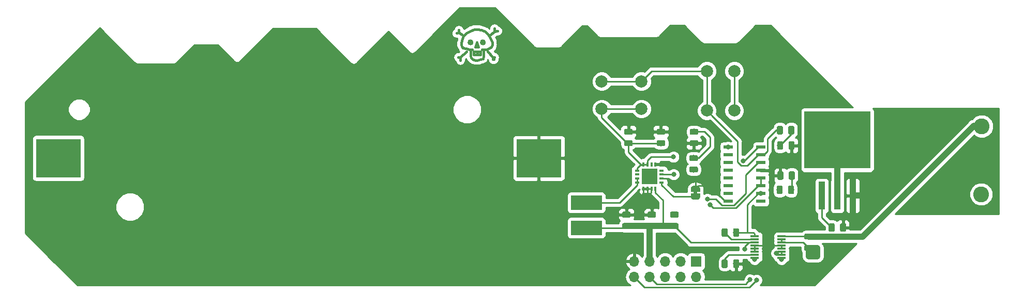
<source format=gbr>
G04 #@! TF.GenerationSoftware,KiCad,Pcbnew,5.0.2-bee76a0~70~ubuntu18.10.1*
G04 #@! TF.CreationDate,2019-05-29T11:20:30+10:00*
G04 #@! TF.ProjectId,ecig,65636967-2e6b-4696-9361-645f70636258,rev?*
G04 #@! TF.SameCoordinates,Original*
G04 #@! TF.FileFunction,Copper,L1,Top*
G04 #@! TF.FilePolarity,Positive*
%FSLAX46Y46*%
G04 Gerber Fmt 4.6, Leading zero omitted, Abs format (unit mm)*
G04 Created by KiCad (PCBNEW 5.0.2-bee76a0~70~ubuntu18.10.1) date Wed 29 May 2019 11:20:30 AEST*
%MOMM*%
%LPD*%
G01*
G04 APERTURE LIST*
G04 #@! TA.AperFunction,EtchedComponent*
%ADD10C,0.381000*%
G04 #@! TD*
G04 #@! TA.AperFunction,SMDPad,CuDef*
%ADD11R,7.340000X6.350000*%
G04 #@! TD*
G04 #@! TA.AperFunction,Conductor*
%ADD12C,0.100000*%
G04 #@! TD*
G04 #@! TA.AperFunction,SMDPad,CuDef*
%ADD13C,0.975000*%
G04 #@! TD*
G04 #@! TA.AperFunction,ComponentPad*
%ADD14C,2.600000*%
G04 #@! TD*
G04 #@! TA.AperFunction,ComponentPad*
%ADD15R,1.700000X1.700000*%
G04 #@! TD*
G04 #@! TA.AperFunction,ComponentPad*
%ADD16O,1.700000X1.700000*%
G04 #@! TD*
G04 #@! TA.AperFunction,SMDPad,CuDef*
%ADD17C,0.500000*%
G04 #@! TD*
G04 #@! TA.AperFunction,SMDPad,CuDef*
%ADD18R,5.100000X2.350000*%
G04 #@! TD*
G04 #@! TA.AperFunction,SMDPad,CuDef*
%ADD19R,1.100000X4.600000*%
G04 #@! TD*
G04 #@! TA.AperFunction,SMDPad,CuDef*
%ADD20R,10.800000X9.400000*%
G04 #@! TD*
G04 #@! TA.AperFunction,ComponentPad*
%ADD21C,2.000000*%
G04 #@! TD*
G04 #@! TA.AperFunction,SMDPad,CuDef*
%ADD22R,0.800000X0.350000*%
G04 #@! TD*
G04 #@! TA.AperFunction,SMDPad,CuDef*
%ADD23R,0.350000X0.800000*%
G04 #@! TD*
G04 #@! TA.AperFunction,SMDPad,CuDef*
%ADD24R,2.500000X2.500000*%
G04 #@! TD*
G04 #@! TA.AperFunction,SMDPad,CuDef*
%ADD25R,1.500000X0.600000*%
G04 #@! TD*
G04 #@! TA.AperFunction,SMDPad,CuDef*
%ADD26R,1.400000X0.300000*%
G04 #@! TD*
G04 #@! TA.AperFunction,ViaPad*
%ADD27C,0.800000*%
G04 #@! TD*
G04 #@! TA.AperFunction,Conductor*
%ADD28C,1.000000*%
G04 #@! TD*
G04 #@! TA.AperFunction,Conductor*
%ADD29C,0.250000*%
G04 #@! TD*
G04 #@! TA.AperFunction,Conductor*
%ADD30C,0.254000*%
G04 #@! TD*
G04 APERTURE END LIST*
D10*
G04 #@! TO.C,Danger!*
X129900000Y-73632000D02*
X129519000Y-73632000D01*
X130281000Y-73632000D02*
X129900000Y-73632000D01*
X130789000Y-73378000D02*
X130281000Y-73632000D01*
X131043000Y-73251000D02*
X130789000Y-73378000D01*
X131170000Y-72870000D02*
X131043000Y-73251000D01*
X131170000Y-72489000D02*
X131170000Y-72870000D01*
X131043000Y-72108000D02*
X131170000Y-72489000D01*
X130789000Y-71600000D02*
X131043000Y-72108000D01*
X130535000Y-71219000D02*
X130789000Y-71600000D01*
X130027000Y-70711000D02*
X130535000Y-71219000D01*
X129392000Y-70457000D02*
X130027000Y-70711000D01*
X128757000Y-70330000D02*
X129392000Y-70457000D01*
X128249000Y-70330000D02*
X128757000Y-70330000D01*
X127614000Y-70584000D02*
X128249000Y-70330000D01*
X126979000Y-70965000D02*
X127614000Y-70584000D01*
X126471000Y-71473000D02*
X126979000Y-70965000D01*
X126217000Y-72108000D02*
X126471000Y-71473000D01*
X126090000Y-72616000D02*
X126217000Y-72108000D01*
X126090000Y-72870000D02*
X126090000Y-72616000D01*
X127487000Y-73632000D02*
X127868000Y-73632000D01*
X126852000Y-73505000D02*
X127487000Y-73632000D01*
X126344000Y-73378000D02*
X126852000Y-73505000D01*
X126217000Y-73124000D02*
X126344000Y-73378000D01*
X126090000Y-72870000D02*
X126217000Y-73124000D01*
X127614000Y-74394000D02*
X127614000Y-73632000D01*
X127614000Y-74775000D02*
X127614000Y-74394000D01*
X128757000Y-75410000D02*
X128376000Y-75410000D01*
X129265000Y-75283000D02*
X128757000Y-75410000D01*
X129646000Y-75156000D02*
X129265000Y-75283000D01*
X129773000Y-74775000D02*
X129646000Y-75156000D01*
X129773000Y-74394000D02*
X129773000Y-74775000D01*
X129773000Y-73632000D02*
X129773000Y-74394000D01*
X127995000Y-75283000D02*
X128376000Y-75410000D01*
X127741000Y-75029000D02*
X127995000Y-75283000D01*
X127614000Y-74775000D02*
X127741000Y-75029000D01*
X128376000Y-73251000D02*
X128630000Y-72489000D01*
X128884000Y-73251000D02*
X128376000Y-73251000D01*
X128630000Y-72489000D02*
X128884000Y-73251000D01*
X129929981Y-72489000D02*
G75*
G03X129929981Y-72489000I-283981J0D01*
G01*
X127897981Y-72489000D02*
G75*
G03X127897981Y-72489000I-283981J0D01*
G01*
X128122000Y-74521000D02*
X128122000Y-74013000D01*
X129265000Y-74521000D02*
X128122000Y-74521000D01*
X129265000Y-74013000D02*
X129265000Y-74521000D01*
X128122000Y-74013000D02*
X129265000Y-74013000D01*
X128757000Y-74140000D02*
X128757000Y-74394000D01*
X130916000Y-71219000D02*
X131551000Y-70711000D01*
X131551000Y-70711000D02*
X131551000Y-70203000D01*
X131551000Y-70711000D02*
X132059000Y-70584000D01*
X126979000Y-74013000D02*
X125963000Y-74902000D01*
X125963000Y-74902000D02*
X125582000Y-74902000D01*
X125963000Y-74902000D02*
X125963000Y-75410000D01*
X126217000Y-71219000D02*
X125709000Y-70838000D01*
X125709000Y-70838000D02*
X125709000Y-70457000D01*
X125709000Y-70838000D02*
X125328000Y-70965000D01*
X131297000Y-74902000D02*
X131551000Y-74902000D01*
X130408000Y-74013000D02*
X131297000Y-74902000D01*
X131297000Y-75283000D02*
X131424000Y-75283000D01*
X131297000Y-74902000D02*
X131297000Y-75283000D01*
G04 #@! TD*
D11*
G04 #@! TO.P,BT1,1*
G04 #@! TO.N,VCCBat*
X60140000Y-91500000D03*
G04 #@! TO.P,BT1,2*
G04 #@! TO.N,GND*
X138800000Y-91500000D03*
G04 #@! TD*
D12*
G04 #@! TO.N,VCCBadge*
G04 #@! TO.C,C1*
G36*
X153620142Y-102158674D02*
X153643803Y-102162184D01*
X153667007Y-102167996D01*
X153689529Y-102176054D01*
X153711153Y-102186282D01*
X153731670Y-102198579D01*
X153750883Y-102212829D01*
X153768607Y-102228893D01*
X153784671Y-102246617D01*
X153798921Y-102265830D01*
X153811218Y-102286347D01*
X153821446Y-102307971D01*
X153829504Y-102330493D01*
X153835316Y-102353697D01*
X153838826Y-102377358D01*
X153840000Y-102401250D01*
X153840000Y-102888750D01*
X153838826Y-102912642D01*
X153835316Y-102936303D01*
X153829504Y-102959507D01*
X153821446Y-102982029D01*
X153811218Y-103003653D01*
X153798921Y-103024170D01*
X153784671Y-103043383D01*
X153768607Y-103061107D01*
X153750883Y-103077171D01*
X153731670Y-103091421D01*
X153711153Y-103103718D01*
X153689529Y-103113946D01*
X153667007Y-103122004D01*
X153643803Y-103127816D01*
X153620142Y-103131326D01*
X153596250Y-103132500D01*
X152683750Y-103132500D01*
X152659858Y-103131326D01*
X152636197Y-103127816D01*
X152612993Y-103122004D01*
X152590471Y-103113946D01*
X152568847Y-103103718D01*
X152548330Y-103091421D01*
X152529117Y-103077171D01*
X152511393Y-103061107D01*
X152495329Y-103043383D01*
X152481079Y-103024170D01*
X152468782Y-103003653D01*
X152458554Y-102982029D01*
X152450496Y-102959507D01*
X152444684Y-102936303D01*
X152441174Y-102912642D01*
X152440000Y-102888750D01*
X152440000Y-102401250D01*
X152441174Y-102377358D01*
X152444684Y-102353697D01*
X152450496Y-102330493D01*
X152458554Y-102307971D01*
X152468782Y-102286347D01*
X152481079Y-102265830D01*
X152495329Y-102246617D01*
X152511393Y-102228893D01*
X152529117Y-102212829D01*
X152548330Y-102198579D01*
X152568847Y-102186282D01*
X152590471Y-102176054D01*
X152612993Y-102167996D01*
X152636197Y-102162184D01*
X152659858Y-102158674D01*
X152683750Y-102157500D01*
X153596250Y-102157500D01*
X153620142Y-102158674D01*
X153620142Y-102158674D01*
G37*
D13*
G04 #@! TD*
G04 #@! TO.P,C1,1*
G04 #@! TO.N,VCCBadge*
X153140000Y-102645000D03*
D12*
G04 #@! TO.N,GND*
G04 #@! TO.C,C1*
G36*
X153620142Y-100283674D02*
X153643803Y-100287184D01*
X153667007Y-100292996D01*
X153689529Y-100301054D01*
X153711153Y-100311282D01*
X153731670Y-100323579D01*
X153750883Y-100337829D01*
X153768607Y-100353893D01*
X153784671Y-100371617D01*
X153798921Y-100390830D01*
X153811218Y-100411347D01*
X153821446Y-100432971D01*
X153829504Y-100455493D01*
X153835316Y-100478697D01*
X153838826Y-100502358D01*
X153840000Y-100526250D01*
X153840000Y-101013750D01*
X153838826Y-101037642D01*
X153835316Y-101061303D01*
X153829504Y-101084507D01*
X153821446Y-101107029D01*
X153811218Y-101128653D01*
X153798921Y-101149170D01*
X153784671Y-101168383D01*
X153768607Y-101186107D01*
X153750883Y-101202171D01*
X153731670Y-101216421D01*
X153711153Y-101228718D01*
X153689529Y-101238946D01*
X153667007Y-101247004D01*
X153643803Y-101252816D01*
X153620142Y-101256326D01*
X153596250Y-101257500D01*
X152683750Y-101257500D01*
X152659858Y-101256326D01*
X152636197Y-101252816D01*
X152612993Y-101247004D01*
X152590471Y-101238946D01*
X152568847Y-101228718D01*
X152548330Y-101216421D01*
X152529117Y-101202171D01*
X152511393Y-101186107D01*
X152495329Y-101168383D01*
X152481079Y-101149170D01*
X152468782Y-101128653D01*
X152458554Y-101107029D01*
X152450496Y-101084507D01*
X152444684Y-101061303D01*
X152441174Y-101037642D01*
X152440000Y-101013750D01*
X152440000Y-100526250D01*
X152441174Y-100502358D01*
X152444684Y-100478697D01*
X152450496Y-100455493D01*
X152458554Y-100432971D01*
X152468782Y-100411347D01*
X152481079Y-100390830D01*
X152495329Y-100371617D01*
X152511393Y-100353893D01*
X152529117Y-100337829D01*
X152548330Y-100323579D01*
X152568847Y-100311282D01*
X152590471Y-100301054D01*
X152612993Y-100292996D01*
X152636197Y-100287184D01*
X152659858Y-100283674D01*
X152683750Y-100282500D01*
X153596250Y-100282500D01*
X153620142Y-100283674D01*
X153620142Y-100283674D01*
G37*
D13*
G04 #@! TD*
G04 #@! TO.P,C1,2*
G04 #@! TO.N,GND*
X153140000Y-100770000D03*
D12*
G04 #@! TO.N,VCCBadge*
G04 #@! TO.C,C2*
G36*
X157770142Y-102158674D02*
X157793803Y-102162184D01*
X157817007Y-102167996D01*
X157839529Y-102176054D01*
X157861153Y-102186282D01*
X157881670Y-102198579D01*
X157900883Y-102212829D01*
X157918607Y-102228893D01*
X157934671Y-102246617D01*
X157948921Y-102265830D01*
X157961218Y-102286347D01*
X157971446Y-102307971D01*
X157979504Y-102330493D01*
X157985316Y-102353697D01*
X157988826Y-102377358D01*
X157990000Y-102401250D01*
X157990000Y-102888750D01*
X157988826Y-102912642D01*
X157985316Y-102936303D01*
X157979504Y-102959507D01*
X157971446Y-102982029D01*
X157961218Y-103003653D01*
X157948921Y-103024170D01*
X157934671Y-103043383D01*
X157918607Y-103061107D01*
X157900883Y-103077171D01*
X157881670Y-103091421D01*
X157861153Y-103103718D01*
X157839529Y-103113946D01*
X157817007Y-103122004D01*
X157793803Y-103127816D01*
X157770142Y-103131326D01*
X157746250Y-103132500D01*
X156833750Y-103132500D01*
X156809858Y-103131326D01*
X156786197Y-103127816D01*
X156762993Y-103122004D01*
X156740471Y-103113946D01*
X156718847Y-103103718D01*
X156698330Y-103091421D01*
X156679117Y-103077171D01*
X156661393Y-103061107D01*
X156645329Y-103043383D01*
X156631079Y-103024170D01*
X156618782Y-103003653D01*
X156608554Y-102982029D01*
X156600496Y-102959507D01*
X156594684Y-102936303D01*
X156591174Y-102912642D01*
X156590000Y-102888750D01*
X156590000Y-102401250D01*
X156591174Y-102377358D01*
X156594684Y-102353697D01*
X156600496Y-102330493D01*
X156608554Y-102307971D01*
X156618782Y-102286347D01*
X156631079Y-102265830D01*
X156645329Y-102246617D01*
X156661393Y-102228893D01*
X156679117Y-102212829D01*
X156698330Y-102198579D01*
X156718847Y-102186282D01*
X156740471Y-102176054D01*
X156762993Y-102167996D01*
X156786197Y-102162184D01*
X156809858Y-102158674D01*
X156833750Y-102157500D01*
X157746250Y-102157500D01*
X157770142Y-102158674D01*
X157770142Y-102158674D01*
G37*
D13*
G04 #@! TD*
G04 #@! TO.P,C2,1*
G04 #@! TO.N,VCCBadge*
X157290000Y-102645000D03*
D12*
G04 #@! TO.N,GND*
G04 #@! TO.C,C2*
G36*
X157770142Y-100283674D02*
X157793803Y-100287184D01*
X157817007Y-100292996D01*
X157839529Y-100301054D01*
X157861153Y-100311282D01*
X157881670Y-100323579D01*
X157900883Y-100337829D01*
X157918607Y-100353893D01*
X157934671Y-100371617D01*
X157948921Y-100390830D01*
X157961218Y-100411347D01*
X157971446Y-100432971D01*
X157979504Y-100455493D01*
X157985316Y-100478697D01*
X157988826Y-100502358D01*
X157990000Y-100526250D01*
X157990000Y-101013750D01*
X157988826Y-101037642D01*
X157985316Y-101061303D01*
X157979504Y-101084507D01*
X157971446Y-101107029D01*
X157961218Y-101128653D01*
X157948921Y-101149170D01*
X157934671Y-101168383D01*
X157918607Y-101186107D01*
X157900883Y-101202171D01*
X157881670Y-101216421D01*
X157861153Y-101228718D01*
X157839529Y-101238946D01*
X157817007Y-101247004D01*
X157793803Y-101252816D01*
X157770142Y-101256326D01*
X157746250Y-101257500D01*
X156833750Y-101257500D01*
X156809858Y-101256326D01*
X156786197Y-101252816D01*
X156762993Y-101247004D01*
X156740471Y-101238946D01*
X156718847Y-101228718D01*
X156698330Y-101216421D01*
X156679117Y-101202171D01*
X156661393Y-101186107D01*
X156645329Y-101168383D01*
X156631079Y-101149170D01*
X156618782Y-101128653D01*
X156608554Y-101107029D01*
X156600496Y-101084507D01*
X156594684Y-101061303D01*
X156591174Y-101037642D01*
X156590000Y-101013750D01*
X156590000Y-100526250D01*
X156591174Y-100502358D01*
X156594684Y-100478697D01*
X156600496Y-100455493D01*
X156608554Y-100432971D01*
X156618782Y-100411347D01*
X156631079Y-100390830D01*
X156645329Y-100371617D01*
X156661393Y-100353893D01*
X156679117Y-100337829D01*
X156698330Y-100323579D01*
X156718847Y-100311282D01*
X156740471Y-100301054D01*
X156762993Y-100292996D01*
X156786197Y-100287184D01*
X156809858Y-100283674D01*
X156833750Y-100282500D01*
X157746250Y-100282500D01*
X157770142Y-100283674D01*
X157770142Y-100283674D01*
G37*
D13*
G04 #@! TD*
G04 #@! TO.P,C2,2*
G04 #@! TO.N,GND*
X157290000Y-100770000D03*
D12*
G04 #@! TO.N,GND*
G04 #@! TO.C,C3*
G36*
X153960142Y-86678674D02*
X153983803Y-86682184D01*
X154007007Y-86687996D01*
X154029529Y-86696054D01*
X154051153Y-86706282D01*
X154071670Y-86718579D01*
X154090883Y-86732829D01*
X154108607Y-86748893D01*
X154124671Y-86766617D01*
X154138921Y-86785830D01*
X154151218Y-86806347D01*
X154161446Y-86827971D01*
X154169504Y-86850493D01*
X154175316Y-86873697D01*
X154178826Y-86897358D01*
X154180000Y-86921250D01*
X154180000Y-87408750D01*
X154178826Y-87432642D01*
X154175316Y-87456303D01*
X154169504Y-87479507D01*
X154161446Y-87502029D01*
X154151218Y-87523653D01*
X154138921Y-87544170D01*
X154124671Y-87563383D01*
X154108607Y-87581107D01*
X154090883Y-87597171D01*
X154071670Y-87611421D01*
X154051153Y-87623718D01*
X154029529Y-87633946D01*
X154007007Y-87642004D01*
X153983803Y-87647816D01*
X153960142Y-87651326D01*
X153936250Y-87652500D01*
X153023750Y-87652500D01*
X152999858Y-87651326D01*
X152976197Y-87647816D01*
X152952993Y-87642004D01*
X152930471Y-87633946D01*
X152908847Y-87623718D01*
X152888330Y-87611421D01*
X152869117Y-87597171D01*
X152851393Y-87581107D01*
X152835329Y-87563383D01*
X152821079Y-87544170D01*
X152808782Y-87523653D01*
X152798554Y-87502029D01*
X152790496Y-87479507D01*
X152784684Y-87456303D01*
X152781174Y-87432642D01*
X152780000Y-87408750D01*
X152780000Y-86921250D01*
X152781174Y-86897358D01*
X152784684Y-86873697D01*
X152790496Y-86850493D01*
X152798554Y-86827971D01*
X152808782Y-86806347D01*
X152821079Y-86785830D01*
X152835329Y-86766617D01*
X152851393Y-86748893D01*
X152869117Y-86732829D01*
X152888330Y-86718579D01*
X152908847Y-86706282D01*
X152930471Y-86696054D01*
X152952993Y-86687996D01*
X152976197Y-86682184D01*
X152999858Y-86678674D01*
X153023750Y-86677500D01*
X153936250Y-86677500D01*
X153960142Y-86678674D01*
X153960142Y-86678674D01*
G37*
D13*
G04 #@! TD*
G04 #@! TO.P,C3,2*
G04 #@! TO.N,GND*
X153480000Y-87165000D03*
D12*
G04 #@! TO.N,VCC5V*
G04 #@! TO.C,C3*
G36*
X153960142Y-88553674D02*
X153983803Y-88557184D01*
X154007007Y-88562996D01*
X154029529Y-88571054D01*
X154051153Y-88581282D01*
X154071670Y-88593579D01*
X154090883Y-88607829D01*
X154108607Y-88623893D01*
X154124671Y-88641617D01*
X154138921Y-88660830D01*
X154151218Y-88681347D01*
X154161446Y-88702971D01*
X154169504Y-88725493D01*
X154175316Y-88748697D01*
X154178826Y-88772358D01*
X154180000Y-88796250D01*
X154180000Y-89283750D01*
X154178826Y-89307642D01*
X154175316Y-89331303D01*
X154169504Y-89354507D01*
X154161446Y-89377029D01*
X154151218Y-89398653D01*
X154138921Y-89419170D01*
X154124671Y-89438383D01*
X154108607Y-89456107D01*
X154090883Y-89472171D01*
X154071670Y-89486421D01*
X154051153Y-89498718D01*
X154029529Y-89508946D01*
X154007007Y-89517004D01*
X153983803Y-89522816D01*
X153960142Y-89526326D01*
X153936250Y-89527500D01*
X153023750Y-89527500D01*
X152999858Y-89526326D01*
X152976197Y-89522816D01*
X152952993Y-89517004D01*
X152930471Y-89508946D01*
X152908847Y-89498718D01*
X152888330Y-89486421D01*
X152869117Y-89472171D01*
X152851393Y-89456107D01*
X152835329Y-89438383D01*
X152821079Y-89419170D01*
X152808782Y-89398653D01*
X152798554Y-89377029D01*
X152790496Y-89354507D01*
X152784684Y-89331303D01*
X152781174Y-89307642D01*
X152780000Y-89283750D01*
X152780000Y-88796250D01*
X152781174Y-88772358D01*
X152784684Y-88748697D01*
X152790496Y-88725493D01*
X152798554Y-88702971D01*
X152808782Y-88681347D01*
X152821079Y-88660830D01*
X152835329Y-88641617D01*
X152851393Y-88623893D01*
X152869117Y-88607829D01*
X152888330Y-88593579D01*
X152908847Y-88581282D01*
X152930471Y-88571054D01*
X152952993Y-88562996D01*
X152976197Y-88557184D01*
X152999858Y-88553674D01*
X153023750Y-88552500D01*
X153936250Y-88552500D01*
X153960142Y-88553674D01*
X153960142Y-88553674D01*
G37*
D13*
G04 #@! TD*
G04 #@! TO.P,C3,1*
G04 #@! TO.N,VCC5V*
X153480000Y-89040000D03*
D12*
G04 #@! TO.N,VCC5V*
G04 #@! TO.C,C4*
G36*
X159270142Y-88553674D02*
X159293803Y-88557184D01*
X159317007Y-88562996D01*
X159339529Y-88571054D01*
X159361153Y-88581282D01*
X159381670Y-88593579D01*
X159400883Y-88607829D01*
X159418607Y-88623893D01*
X159434671Y-88641617D01*
X159448921Y-88660830D01*
X159461218Y-88681347D01*
X159471446Y-88702971D01*
X159479504Y-88725493D01*
X159485316Y-88748697D01*
X159488826Y-88772358D01*
X159490000Y-88796250D01*
X159490000Y-89283750D01*
X159488826Y-89307642D01*
X159485316Y-89331303D01*
X159479504Y-89354507D01*
X159471446Y-89377029D01*
X159461218Y-89398653D01*
X159448921Y-89419170D01*
X159434671Y-89438383D01*
X159418607Y-89456107D01*
X159400883Y-89472171D01*
X159381670Y-89486421D01*
X159361153Y-89498718D01*
X159339529Y-89508946D01*
X159317007Y-89517004D01*
X159293803Y-89522816D01*
X159270142Y-89526326D01*
X159246250Y-89527500D01*
X158333750Y-89527500D01*
X158309858Y-89526326D01*
X158286197Y-89522816D01*
X158262993Y-89517004D01*
X158240471Y-89508946D01*
X158218847Y-89498718D01*
X158198330Y-89486421D01*
X158179117Y-89472171D01*
X158161393Y-89456107D01*
X158145329Y-89438383D01*
X158131079Y-89419170D01*
X158118782Y-89398653D01*
X158108554Y-89377029D01*
X158100496Y-89354507D01*
X158094684Y-89331303D01*
X158091174Y-89307642D01*
X158090000Y-89283750D01*
X158090000Y-88796250D01*
X158091174Y-88772358D01*
X158094684Y-88748697D01*
X158100496Y-88725493D01*
X158108554Y-88702971D01*
X158118782Y-88681347D01*
X158131079Y-88660830D01*
X158145329Y-88641617D01*
X158161393Y-88623893D01*
X158179117Y-88607829D01*
X158198330Y-88593579D01*
X158218847Y-88581282D01*
X158240471Y-88571054D01*
X158262993Y-88562996D01*
X158286197Y-88557184D01*
X158309858Y-88553674D01*
X158333750Y-88552500D01*
X159246250Y-88552500D01*
X159270142Y-88553674D01*
X159270142Y-88553674D01*
G37*
D13*
G04 #@! TD*
G04 #@! TO.P,C4,1*
G04 #@! TO.N,VCC5V*
X158790000Y-89040000D03*
D12*
G04 #@! TO.N,GND*
G04 #@! TO.C,C4*
G36*
X159270142Y-86678674D02*
X159293803Y-86682184D01*
X159317007Y-86687996D01*
X159339529Y-86696054D01*
X159361153Y-86706282D01*
X159381670Y-86718579D01*
X159400883Y-86732829D01*
X159418607Y-86748893D01*
X159434671Y-86766617D01*
X159448921Y-86785830D01*
X159461218Y-86806347D01*
X159471446Y-86827971D01*
X159479504Y-86850493D01*
X159485316Y-86873697D01*
X159488826Y-86897358D01*
X159490000Y-86921250D01*
X159490000Y-87408750D01*
X159488826Y-87432642D01*
X159485316Y-87456303D01*
X159479504Y-87479507D01*
X159471446Y-87502029D01*
X159461218Y-87523653D01*
X159448921Y-87544170D01*
X159434671Y-87563383D01*
X159418607Y-87581107D01*
X159400883Y-87597171D01*
X159381670Y-87611421D01*
X159361153Y-87623718D01*
X159339529Y-87633946D01*
X159317007Y-87642004D01*
X159293803Y-87647816D01*
X159270142Y-87651326D01*
X159246250Y-87652500D01*
X158333750Y-87652500D01*
X158309858Y-87651326D01*
X158286197Y-87647816D01*
X158262993Y-87642004D01*
X158240471Y-87633946D01*
X158218847Y-87623718D01*
X158198330Y-87611421D01*
X158179117Y-87597171D01*
X158161393Y-87581107D01*
X158145329Y-87563383D01*
X158131079Y-87544170D01*
X158118782Y-87523653D01*
X158108554Y-87502029D01*
X158100496Y-87479507D01*
X158094684Y-87456303D01*
X158091174Y-87432642D01*
X158090000Y-87408750D01*
X158090000Y-86921250D01*
X158091174Y-86897358D01*
X158094684Y-86873697D01*
X158100496Y-86850493D01*
X158108554Y-86827971D01*
X158118782Y-86806347D01*
X158131079Y-86785830D01*
X158145329Y-86766617D01*
X158161393Y-86748893D01*
X158179117Y-86732829D01*
X158198330Y-86718579D01*
X158218847Y-86706282D01*
X158240471Y-86696054D01*
X158262993Y-86687996D01*
X158286197Y-86682184D01*
X158309858Y-86678674D01*
X158333750Y-86677500D01*
X159246250Y-86677500D01*
X159270142Y-86678674D01*
X159270142Y-86678674D01*
G37*
D13*
G04 #@! TD*
G04 #@! TO.P,C4,2*
G04 #@! TO.N,GND*
X158790000Y-87165000D03*
D12*
G04 #@! TO.N,Net-(C5-Pad2)*
G04 #@! TO.C,C5*
G36*
X169490142Y-108131174D02*
X169513803Y-108134684D01*
X169537007Y-108140496D01*
X169559529Y-108148554D01*
X169581153Y-108158782D01*
X169601670Y-108171079D01*
X169620883Y-108185329D01*
X169638607Y-108201393D01*
X169654671Y-108219117D01*
X169668921Y-108238330D01*
X169681218Y-108258847D01*
X169691446Y-108280471D01*
X169699504Y-108302993D01*
X169705316Y-108326197D01*
X169708826Y-108349858D01*
X169710000Y-108373750D01*
X169710000Y-109286250D01*
X169708826Y-109310142D01*
X169705316Y-109333803D01*
X169699504Y-109357007D01*
X169691446Y-109379529D01*
X169681218Y-109401153D01*
X169668921Y-109421670D01*
X169654671Y-109440883D01*
X169638607Y-109458607D01*
X169620883Y-109474671D01*
X169601670Y-109488921D01*
X169581153Y-109501218D01*
X169559529Y-109511446D01*
X169537007Y-109519504D01*
X169513803Y-109525316D01*
X169490142Y-109528826D01*
X169466250Y-109530000D01*
X168978750Y-109530000D01*
X168954858Y-109528826D01*
X168931197Y-109525316D01*
X168907993Y-109519504D01*
X168885471Y-109511446D01*
X168863847Y-109501218D01*
X168843330Y-109488921D01*
X168824117Y-109474671D01*
X168806393Y-109458607D01*
X168790329Y-109440883D01*
X168776079Y-109421670D01*
X168763782Y-109401153D01*
X168753554Y-109379529D01*
X168745496Y-109357007D01*
X168739684Y-109333803D01*
X168736174Y-109310142D01*
X168735000Y-109286250D01*
X168735000Y-108373750D01*
X168736174Y-108349858D01*
X168739684Y-108326197D01*
X168745496Y-108302993D01*
X168753554Y-108280471D01*
X168763782Y-108258847D01*
X168776079Y-108238330D01*
X168790329Y-108219117D01*
X168806393Y-108201393D01*
X168824117Y-108185329D01*
X168843330Y-108171079D01*
X168863847Y-108158782D01*
X168885471Y-108148554D01*
X168907993Y-108140496D01*
X168931197Y-108134684D01*
X168954858Y-108131174D01*
X168978750Y-108130000D01*
X169466250Y-108130000D01*
X169490142Y-108131174D01*
X169490142Y-108131174D01*
G37*
D13*
G04 #@! TD*
G04 #@! TO.P,C5,2*
G04 #@! TO.N,Net-(C5-Pad2)*
X169222500Y-108830000D03*
D12*
G04 #@! TO.N,GND*
G04 #@! TO.C,C5*
G36*
X171365142Y-108131174D02*
X171388803Y-108134684D01*
X171412007Y-108140496D01*
X171434529Y-108148554D01*
X171456153Y-108158782D01*
X171476670Y-108171079D01*
X171495883Y-108185329D01*
X171513607Y-108201393D01*
X171529671Y-108219117D01*
X171543921Y-108238330D01*
X171556218Y-108258847D01*
X171566446Y-108280471D01*
X171574504Y-108302993D01*
X171580316Y-108326197D01*
X171583826Y-108349858D01*
X171585000Y-108373750D01*
X171585000Y-109286250D01*
X171583826Y-109310142D01*
X171580316Y-109333803D01*
X171574504Y-109357007D01*
X171566446Y-109379529D01*
X171556218Y-109401153D01*
X171543921Y-109421670D01*
X171529671Y-109440883D01*
X171513607Y-109458607D01*
X171495883Y-109474671D01*
X171476670Y-109488921D01*
X171456153Y-109501218D01*
X171434529Y-109511446D01*
X171412007Y-109519504D01*
X171388803Y-109525316D01*
X171365142Y-109528826D01*
X171341250Y-109530000D01*
X170853750Y-109530000D01*
X170829858Y-109528826D01*
X170806197Y-109525316D01*
X170782993Y-109519504D01*
X170760471Y-109511446D01*
X170738847Y-109501218D01*
X170718330Y-109488921D01*
X170699117Y-109474671D01*
X170681393Y-109458607D01*
X170665329Y-109440883D01*
X170651079Y-109421670D01*
X170638782Y-109401153D01*
X170628554Y-109379529D01*
X170620496Y-109357007D01*
X170614684Y-109333803D01*
X170611174Y-109310142D01*
X170610000Y-109286250D01*
X170610000Y-108373750D01*
X170611174Y-108349858D01*
X170614684Y-108326197D01*
X170620496Y-108302993D01*
X170628554Y-108280471D01*
X170638782Y-108258847D01*
X170651079Y-108238330D01*
X170665329Y-108219117D01*
X170681393Y-108201393D01*
X170699117Y-108185329D01*
X170718330Y-108171079D01*
X170738847Y-108158782D01*
X170760471Y-108148554D01*
X170782993Y-108140496D01*
X170806197Y-108134684D01*
X170829858Y-108131174D01*
X170853750Y-108130000D01*
X171341250Y-108130000D01*
X171365142Y-108131174D01*
X171365142Y-108131174D01*
G37*
D13*
G04 #@! TD*
G04 #@! TO.P,C5,1*
G04 #@! TO.N,GND*
X171097500Y-108830000D03*
D12*
G04 #@! TO.N,GND*
G04 #@! TO.C,D1*
G36*
X180442642Y-88721174D02*
X180466303Y-88724684D01*
X180489507Y-88730496D01*
X180512029Y-88738554D01*
X180533653Y-88748782D01*
X180554170Y-88761079D01*
X180573383Y-88775329D01*
X180591107Y-88791393D01*
X180607171Y-88809117D01*
X180621421Y-88828330D01*
X180633718Y-88848847D01*
X180643946Y-88870471D01*
X180652004Y-88892993D01*
X180657816Y-88916197D01*
X180661326Y-88939858D01*
X180662500Y-88963750D01*
X180662500Y-89876250D01*
X180661326Y-89900142D01*
X180657816Y-89923803D01*
X180652004Y-89947007D01*
X180643946Y-89969529D01*
X180633718Y-89991153D01*
X180621421Y-90011670D01*
X180607171Y-90030883D01*
X180591107Y-90048607D01*
X180573383Y-90064671D01*
X180554170Y-90078921D01*
X180533653Y-90091218D01*
X180512029Y-90101446D01*
X180489507Y-90109504D01*
X180466303Y-90115316D01*
X180442642Y-90118826D01*
X180418750Y-90120000D01*
X179931250Y-90120000D01*
X179907358Y-90118826D01*
X179883697Y-90115316D01*
X179860493Y-90109504D01*
X179837971Y-90101446D01*
X179816347Y-90091218D01*
X179795830Y-90078921D01*
X179776617Y-90064671D01*
X179758893Y-90048607D01*
X179742829Y-90030883D01*
X179728579Y-90011670D01*
X179716282Y-89991153D01*
X179706054Y-89969529D01*
X179697996Y-89947007D01*
X179692184Y-89923803D01*
X179688674Y-89900142D01*
X179687500Y-89876250D01*
X179687500Y-88963750D01*
X179688674Y-88939858D01*
X179692184Y-88916197D01*
X179697996Y-88892993D01*
X179706054Y-88870471D01*
X179716282Y-88848847D01*
X179728579Y-88828330D01*
X179742829Y-88809117D01*
X179758893Y-88791393D01*
X179776617Y-88775329D01*
X179795830Y-88761079D01*
X179816347Y-88748782D01*
X179837971Y-88738554D01*
X179860493Y-88730496D01*
X179883697Y-88724684D01*
X179907358Y-88721174D01*
X179931250Y-88720000D01*
X180418750Y-88720000D01*
X180442642Y-88721174D01*
X180442642Y-88721174D01*
G37*
D13*
G04 #@! TD*
G04 #@! TO.P,D1,1*
G04 #@! TO.N,GND*
X180175000Y-89420000D03*
D12*
G04 #@! TO.N,Net-(D1-Pad2)*
G04 #@! TO.C,D1*
G36*
X178567642Y-88721174D02*
X178591303Y-88724684D01*
X178614507Y-88730496D01*
X178637029Y-88738554D01*
X178658653Y-88748782D01*
X178679170Y-88761079D01*
X178698383Y-88775329D01*
X178716107Y-88791393D01*
X178732171Y-88809117D01*
X178746421Y-88828330D01*
X178758718Y-88848847D01*
X178768946Y-88870471D01*
X178777004Y-88892993D01*
X178782816Y-88916197D01*
X178786326Y-88939858D01*
X178787500Y-88963750D01*
X178787500Y-89876250D01*
X178786326Y-89900142D01*
X178782816Y-89923803D01*
X178777004Y-89947007D01*
X178768946Y-89969529D01*
X178758718Y-89991153D01*
X178746421Y-90011670D01*
X178732171Y-90030883D01*
X178716107Y-90048607D01*
X178698383Y-90064671D01*
X178679170Y-90078921D01*
X178658653Y-90091218D01*
X178637029Y-90101446D01*
X178614507Y-90109504D01*
X178591303Y-90115316D01*
X178567642Y-90118826D01*
X178543750Y-90120000D01*
X178056250Y-90120000D01*
X178032358Y-90118826D01*
X178008697Y-90115316D01*
X177985493Y-90109504D01*
X177962971Y-90101446D01*
X177941347Y-90091218D01*
X177920830Y-90078921D01*
X177901617Y-90064671D01*
X177883893Y-90048607D01*
X177867829Y-90030883D01*
X177853579Y-90011670D01*
X177841282Y-89991153D01*
X177831054Y-89969529D01*
X177822996Y-89947007D01*
X177817184Y-89923803D01*
X177813674Y-89900142D01*
X177812500Y-89876250D01*
X177812500Y-88963750D01*
X177813674Y-88939858D01*
X177817184Y-88916197D01*
X177822996Y-88892993D01*
X177831054Y-88870471D01*
X177841282Y-88848847D01*
X177853579Y-88828330D01*
X177867829Y-88809117D01*
X177883893Y-88791393D01*
X177901617Y-88775329D01*
X177920830Y-88761079D01*
X177941347Y-88748782D01*
X177962971Y-88738554D01*
X177985493Y-88730496D01*
X178008697Y-88724684D01*
X178032358Y-88721174D01*
X178056250Y-88720000D01*
X178543750Y-88720000D01*
X178567642Y-88721174D01*
X178567642Y-88721174D01*
G37*
D13*
G04 #@! TD*
G04 #@! TO.P,D1,2*
G04 #@! TO.N,Net-(D1-Pad2)*
X178300000Y-89420000D03*
D12*
G04 #@! TO.N,GND*
G04 #@! TO.C,D2*
G36*
X164675142Y-88553674D02*
X164698803Y-88557184D01*
X164722007Y-88562996D01*
X164744529Y-88571054D01*
X164766153Y-88581282D01*
X164786670Y-88593579D01*
X164805883Y-88607829D01*
X164823607Y-88623893D01*
X164839671Y-88641617D01*
X164853921Y-88660830D01*
X164866218Y-88681347D01*
X164876446Y-88702971D01*
X164884504Y-88725493D01*
X164890316Y-88748697D01*
X164893826Y-88772358D01*
X164895000Y-88796250D01*
X164895000Y-89283750D01*
X164893826Y-89307642D01*
X164890316Y-89331303D01*
X164884504Y-89354507D01*
X164876446Y-89377029D01*
X164866218Y-89398653D01*
X164853921Y-89419170D01*
X164839671Y-89438383D01*
X164823607Y-89456107D01*
X164805883Y-89472171D01*
X164786670Y-89486421D01*
X164766153Y-89498718D01*
X164744529Y-89508946D01*
X164722007Y-89517004D01*
X164698803Y-89522816D01*
X164675142Y-89526326D01*
X164651250Y-89527500D01*
X163738750Y-89527500D01*
X163714858Y-89526326D01*
X163691197Y-89522816D01*
X163667993Y-89517004D01*
X163645471Y-89508946D01*
X163623847Y-89498718D01*
X163603330Y-89486421D01*
X163584117Y-89472171D01*
X163566393Y-89456107D01*
X163550329Y-89438383D01*
X163536079Y-89419170D01*
X163523782Y-89398653D01*
X163513554Y-89377029D01*
X163505496Y-89354507D01*
X163499684Y-89331303D01*
X163496174Y-89307642D01*
X163495000Y-89283750D01*
X163495000Y-88796250D01*
X163496174Y-88772358D01*
X163499684Y-88748697D01*
X163505496Y-88725493D01*
X163513554Y-88702971D01*
X163523782Y-88681347D01*
X163536079Y-88660830D01*
X163550329Y-88641617D01*
X163566393Y-88623893D01*
X163584117Y-88607829D01*
X163603330Y-88593579D01*
X163623847Y-88581282D01*
X163645471Y-88571054D01*
X163667993Y-88562996D01*
X163691197Y-88557184D01*
X163714858Y-88553674D01*
X163738750Y-88552500D01*
X164651250Y-88552500D01*
X164675142Y-88553674D01*
X164675142Y-88553674D01*
G37*
D13*
G04 #@! TD*
G04 #@! TO.P,D2,1*
G04 #@! TO.N,GND*
X164195000Y-89040000D03*
D12*
G04 #@! TO.N,Net-(D2-Pad2)*
G04 #@! TO.C,D2*
G36*
X164675142Y-86678674D02*
X164698803Y-86682184D01*
X164722007Y-86687996D01*
X164744529Y-86696054D01*
X164766153Y-86706282D01*
X164786670Y-86718579D01*
X164805883Y-86732829D01*
X164823607Y-86748893D01*
X164839671Y-86766617D01*
X164853921Y-86785830D01*
X164866218Y-86806347D01*
X164876446Y-86827971D01*
X164884504Y-86850493D01*
X164890316Y-86873697D01*
X164893826Y-86897358D01*
X164895000Y-86921250D01*
X164895000Y-87408750D01*
X164893826Y-87432642D01*
X164890316Y-87456303D01*
X164884504Y-87479507D01*
X164876446Y-87502029D01*
X164866218Y-87523653D01*
X164853921Y-87544170D01*
X164839671Y-87563383D01*
X164823607Y-87581107D01*
X164805883Y-87597171D01*
X164786670Y-87611421D01*
X164766153Y-87623718D01*
X164744529Y-87633946D01*
X164722007Y-87642004D01*
X164698803Y-87647816D01*
X164675142Y-87651326D01*
X164651250Y-87652500D01*
X163738750Y-87652500D01*
X163714858Y-87651326D01*
X163691197Y-87647816D01*
X163667993Y-87642004D01*
X163645471Y-87633946D01*
X163623847Y-87623718D01*
X163603330Y-87611421D01*
X163584117Y-87597171D01*
X163566393Y-87581107D01*
X163550329Y-87563383D01*
X163536079Y-87544170D01*
X163523782Y-87523653D01*
X163513554Y-87502029D01*
X163505496Y-87479507D01*
X163499684Y-87456303D01*
X163496174Y-87432642D01*
X163495000Y-87408750D01*
X163495000Y-86921250D01*
X163496174Y-86897358D01*
X163499684Y-86873697D01*
X163505496Y-86850493D01*
X163513554Y-86827971D01*
X163523782Y-86806347D01*
X163536079Y-86785830D01*
X163550329Y-86766617D01*
X163566393Y-86748893D01*
X163584117Y-86732829D01*
X163603330Y-86718579D01*
X163623847Y-86706282D01*
X163645471Y-86696054D01*
X163667993Y-86687996D01*
X163691197Y-86682184D01*
X163714858Y-86678674D01*
X163738750Y-86677500D01*
X164651250Y-86677500D01*
X164675142Y-86678674D01*
X164675142Y-86678674D01*
G37*
D13*
G04 #@! TD*
G04 #@! TO.P,D2,2*
G04 #@! TO.N,Net-(D2-Pad2)*
X164195000Y-87165000D03*
D12*
G04 #@! TO.N,Net-(D3-Pad2)*
G04 #@! TO.C,D3*
G36*
X180482642Y-93651174D02*
X180506303Y-93654684D01*
X180529507Y-93660496D01*
X180552029Y-93668554D01*
X180573653Y-93678782D01*
X180594170Y-93691079D01*
X180613383Y-93705329D01*
X180631107Y-93721393D01*
X180647171Y-93739117D01*
X180661421Y-93758330D01*
X180673718Y-93778847D01*
X180683946Y-93800471D01*
X180692004Y-93822993D01*
X180697816Y-93846197D01*
X180701326Y-93869858D01*
X180702500Y-93893750D01*
X180702500Y-94806250D01*
X180701326Y-94830142D01*
X180697816Y-94853803D01*
X180692004Y-94877007D01*
X180683946Y-94899529D01*
X180673718Y-94921153D01*
X180661421Y-94941670D01*
X180647171Y-94960883D01*
X180631107Y-94978607D01*
X180613383Y-94994671D01*
X180594170Y-95008921D01*
X180573653Y-95021218D01*
X180552029Y-95031446D01*
X180529507Y-95039504D01*
X180506303Y-95045316D01*
X180482642Y-95048826D01*
X180458750Y-95050000D01*
X179971250Y-95050000D01*
X179947358Y-95048826D01*
X179923697Y-95045316D01*
X179900493Y-95039504D01*
X179877971Y-95031446D01*
X179856347Y-95021218D01*
X179835830Y-95008921D01*
X179816617Y-94994671D01*
X179798893Y-94978607D01*
X179782829Y-94960883D01*
X179768579Y-94941670D01*
X179756282Y-94921153D01*
X179746054Y-94899529D01*
X179737996Y-94877007D01*
X179732184Y-94853803D01*
X179728674Y-94830142D01*
X179727500Y-94806250D01*
X179727500Y-93893750D01*
X179728674Y-93869858D01*
X179732184Y-93846197D01*
X179737996Y-93822993D01*
X179746054Y-93800471D01*
X179756282Y-93778847D01*
X179768579Y-93758330D01*
X179782829Y-93739117D01*
X179798893Y-93721393D01*
X179816617Y-93705329D01*
X179835830Y-93691079D01*
X179856347Y-93678782D01*
X179877971Y-93668554D01*
X179900493Y-93660496D01*
X179923697Y-93654684D01*
X179947358Y-93651174D01*
X179971250Y-93650000D01*
X180458750Y-93650000D01*
X180482642Y-93651174D01*
X180482642Y-93651174D01*
G37*
D13*
G04 #@! TD*
G04 #@! TO.P,D3,2*
G04 #@! TO.N,Net-(D3-Pad2)*
X180215000Y-94350000D03*
D12*
G04 #@! TO.N,GND*
G04 #@! TO.C,D3*
G36*
X178607642Y-93651174D02*
X178631303Y-93654684D01*
X178654507Y-93660496D01*
X178677029Y-93668554D01*
X178698653Y-93678782D01*
X178719170Y-93691079D01*
X178738383Y-93705329D01*
X178756107Y-93721393D01*
X178772171Y-93739117D01*
X178786421Y-93758330D01*
X178798718Y-93778847D01*
X178808946Y-93800471D01*
X178817004Y-93822993D01*
X178822816Y-93846197D01*
X178826326Y-93869858D01*
X178827500Y-93893750D01*
X178827500Y-94806250D01*
X178826326Y-94830142D01*
X178822816Y-94853803D01*
X178817004Y-94877007D01*
X178808946Y-94899529D01*
X178798718Y-94921153D01*
X178786421Y-94941670D01*
X178772171Y-94960883D01*
X178756107Y-94978607D01*
X178738383Y-94994671D01*
X178719170Y-95008921D01*
X178698653Y-95021218D01*
X178677029Y-95031446D01*
X178654507Y-95039504D01*
X178631303Y-95045316D01*
X178607642Y-95048826D01*
X178583750Y-95050000D01*
X178096250Y-95050000D01*
X178072358Y-95048826D01*
X178048697Y-95045316D01*
X178025493Y-95039504D01*
X178002971Y-95031446D01*
X177981347Y-95021218D01*
X177960830Y-95008921D01*
X177941617Y-94994671D01*
X177923893Y-94978607D01*
X177907829Y-94960883D01*
X177893579Y-94941670D01*
X177881282Y-94921153D01*
X177871054Y-94899529D01*
X177862996Y-94877007D01*
X177857184Y-94853803D01*
X177853674Y-94830142D01*
X177852500Y-94806250D01*
X177852500Y-93893750D01*
X177853674Y-93869858D01*
X177857184Y-93846197D01*
X177862996Y-93822993D01*
X177871054Y-93800471D01*
X177881282Y-93778847D01*
X177893579Y-93758330D01*
X177907829Y-93739117D01*
X177923893Y-93721393D01*
X177941617Y-93705329D01*
X177960830Y-93691079D01*
X177981347Y-93678782D01*
X178002971Y-93668554D01*
X178025493Y-93660496D01*
X178048697Y-93654684D01*
X178072358Y-93651174D01*
X178096250Y-93650000D01*
X178583750Y-93650000D01*
X178607642Y-93651174D01*
X178607642Y-93651174D01*
G37*
D13*
G04 #@! TD*
G04 #@! TO.P,D3,1*
G04 #@! TO.N,GND*
X178340000Y-94350000D03*
D14*
G04 #@! TO.P,H1,1*
G04 #@! TO.N,VCCBatM*
X211320000Y-86270000D03*
G04 #@! TD*
G04 #@! TO.P,H2,1*
G04 #@! TO.N,FETDrain*
X211220000Y-97420000D03*
G04 #@! TD*
D15*
G04 #@! TO.P,J1,1*
G04 #@! TO.N,Net-(J1-Pad1)*
X164560000Y-108450000D03*
D16*
G04 #@! TO.P,J1,2*
G04 #@! TO.N,Net-(J1-Pad2)*
X164560000Y-110990000D03*
G04 #@! TO.P,J1,3*
G04 #@! TO.N,SCK*
X162020000Y-108450000D03*
G04 #@! TO.P,J1,4*
G04 #@! TO.N,MOSI*
X162020000Y-110990000D03*
G04 #@! TO.P,J1,5*
G04 #@! TO.N,Net-(J1-Pad5)*
X159480000Y-108450000D03*
G04 #@! TO.P,J1,6*
G04 #@! TO.N,Net-(J1-Pad6)*
X159480000Y-110990000D03*
G04 #@! TO.P,J1,7*
G04 #@! TO.N,VCCBadge*
X156940000Y-108450000D03*
G04 #@! TO.P,J1,8*
G04 #@! TO.N,SDA*
X156940000Y-110990000D03*
G04 #@! TO.P,J1,9*
G04 #@! TO.N,GND*
X154400000Y-108450000D03*
G04 #@! TO.P,J1,10*
G04 #@! TO.N,SCL*
X154400000Y-110990000D03*
G04 #@! TD*
D17*
G04 #@! TO.P,JP1,1*
G04 #@! TO.N,Net-(JP1-Pad1)*
X164450000Y-97820000D03*
D12*
G04 #@! TD*
G04 #@! TO.N,Net-(JP1-Pad1)*
G04 #@! TO.C,JP1*
G36*
X164150000Y-97320000D02*
X164150000Y-96920000D01*
X164750000Y-96920000D01*
X164750000Y-97320000D01*
X165200000Y-97320000D01*
X165200000Y-97820000D01*
X165199398Y-97820000D01*
X165199398Y-97844534D01*
X165194588Y-97893365D01*
X165185016Y-97941490D01*
X165170772Y-97988445D01*
X165151995Y-98033778D01*
X165128864Y-98077051D01*
X165101604Y-98117850D01*
X165070476Y-98155779D01*
X165035779Y-98190476D01*
X164997850Y-98221604D01*
X164957051Y-98248864D01*
X164913778Y-98271995D01*
X164868445Y-98290772D01*
X164821490Y-98305016D01*
X164773365Y-98314588D01*
X164724534Y-98319398D01*
X164700000Y-98319398D01*
X164700000Y-98320000D01*
X164200000Y-98320000D01*
X164200000Y-98319398D01*
X164175466Y-98319398D01*
X164126635Y-98314588D01*
X164078510Y-98305016D01*
X164031555Y-98290772D01*
X163986222Y-98271995D01*
X163942949Y-98248864D01*
X163902150Y-98221604D01*
X163864221Y-98190476D01*
X163829524Y-98155779D01*
X163798396Y-98117850D01*
X163771136Y-98077051D01*
X163748005Y-98033778D01*
X163729228Y-97988445D01*
X163714984Y-97941490D01*
X163705412Y-97893365D01*
X163700602Y-97844534D01*
X163700602Y-97820000D01*
X163700000Y-97820000D01*
X163700000Y-97320000D01*
X164150000Y-97320000D01*
X164150000Y-97320000D01*
G37*
D17*
G04 #@! TO.P,JP1,2*
G04 #@! TO.N,GND*
X164450000Y-96520000D03*
D12*
G04 #@! TD*
G04 #@! TO.N,GND*
G04 #@! TO.C,JP1*
G36*
X163700602Y-96520000D02*
X163700602Y-96495466D01*
X163705412Y-96446635D01*
X163714984Y-96398510D01*
X163729228Y-96351555D01*
X163748005Y-96306222D01*
X163771136Y-96262949D01*
X163798396Y-96222150D01*
X163829524Y-96184221D01*
X163864221Y-96149524D01*
X163902150Y-96118396D01*
X163942949Y-96091136D01*
X163986222Y-96068005D01*
X164031555Y-96049228D01*
X164078510Y-96034984D01*
X164126635Y-96025412D01*
X164175466Y-96020602D01*
X164200000Y-96020602D01*
X164200000Y-96020000D01*
X164700000Y-96020000D01*
X164700000Y-96020602D01*
X164724534Y-96020602D01*
X164773365Y-96025412D01*
X164821490Y-96034984D01*
X164868445Y-96049228D01*
X164913778Y-96068005D01*
X164957051Y-96091136D01*
X164997850Y-96118396D01*
X165035779Y-96149524D01*
X165070476Y-96184221D01*
X165101604Y-96222150D01*
X165128864Y-96262949D01*
X165151995Y-96306222D01*
X165170772Y-96351555D01*
X165185016Y-96398510D01*
X165194588Y-96446635D01*
X165199398Y-96495466D01*
X165199398Y-96520000D01*
X165200000Y-96520000D01*
X165200000Y-97020000D01*
X163700000Y-97020000D01*
X163700000Y-96520000D01*
X163700602Y-96520000D01*
X163700602Y-96520000D01*
G37*
D18*
G04 #@! TO.P,L1,1*
G04 #@! TO.N,Net-(L1-Pad1)*
X146600000Y-98800000D03*
G04 #@! TO.P,L1,2*
G04 #@! TO.N,VCCBadge*
X146600000Y-102950000D03*
G04 #@! TD*
D19*
G04 #@! TO.P,Q1,1*
G04 #@! TO.N,FETGateB*
X185140000Y-97665000D03*
G04 #@! TO.P,Q1,2*
G04 #@! TO.N,FETDrain*
X187680000Y-97665000D03*
G04 #@! TO.P,Q1,3*
G04 #@! TO.N,GND*
X190220000Y-97665000D03*
D20*
G04 #@! TO.P,Q1,2*
G04 #@! TO.N,FETDrain*
X187680000Y-88515000D03*
G04 #@! TD*
D12*
G04 #@! TO.N,Net-(R1-Pad2)*
G04 #@! TO.C,R1*
G36*
X161480142Y-100283674D02*
X161503803Y-100287184D01*
X161527007Y-100292996D01*
X161549529Y-100301054D01*
X161571153Y-100311282D01*
X161591670Y-100323579D01*
X161610883Y-100337829D01*
X161628607Y-100353893D01*
X161644671Y-100371617D01*
X161658921Y-100390830D01*
X161671218Y-100411347D01*
X161681446Y-100432971D01*
X161689504Y-100455493D01*
X161695316Y-100478697D01*
X161698826Y-100502358D01*
X161700000Y-100526250D01*
X161700000Y-101013750D01*
X161698826Y-101037642D01*
X161695316Y-101061303D01*
X161689504Y-101084507D01*
X161681446Y-101107029D01*
X161671218Y-101128653D01*
X161658921Y-101149170D01*
X161644671Y-101168383D01*
X161628607Y-101186107D01*
X161610883Y-101202171D01*
X161591670Y-101216421D01*
X161571153Y-101228718D01*
X161549529Y-101238946D01*
X161527007Y-101247004D01*
X161503803Y-101252816D01*
X161480142Y-101256326D01*
X161456250Y-101257500D01*
X160543750Y-101257500D01*
X160519858Y-101256326D01*
X160496197Y-101252816D01*
X160472993Y-101247004D01*
X160450471Y-101238946D01*
X160428847Y-101228718D01*
X160408330Y-101216421D01*
X160389117Y-101202171D01*
X160371393Y-101186107D01*
X160355329Y-101168383D01*
X160341079Y-101149170D01*
X160328782Y-101128653D01*
X160318554Y-101107029D01*
X160310496Y-101084507D01*
X160304684Y-101061303D01*
X160301174Y-101037642D01*
X160300000Y-101013750D01*
X160300000Y-100526250D01*
X160301174Y-100502358D01*
X160304684Y-100478697D01*
X160310496Y-100455493D01*
X160318554Y-100432971D01*
X160328782Y-100411347D01*
X160341079Y-100390830D01*
X160355329Y-100371617D01*
X160371393Y-100353893D01*
X160389117Y-100337829D01*
X160408330Y-100323579D01*
X160428847Y-100311282D01*
X160450471Y-100301054D01*
X160472993Y-100292996D01*
X160496197Y-100287184D01*
X160519858Y-100283674D01*
X160543750Y-100282500D01*
X161456250Y-100282500D01*
X161480142Y-100283674D01*
X161480142Y-100283674D01*
G37*
D13*
G04 #@! TD*
G04 #@! TO.P,R1,2*
G04 #@! TO.N,Net-(R1-Pad2)*
X161000000Y-100770000D03*
D12*
G04 #@! TO.N,VCCBadge*
G04 #@! TO.C,R1*
G36*
X161480142Y-102158674D02*
X161503803Y-102162184D01*
X161527007Y-102167996D01*
X161549529Y-102176054D01*
X161571153Y-102186282D01*
X161591670Y-102198579D01*
X161610883Y-102212829D01*
X161628607Y-102228893D01*
X161644671Y-102246617D01*
X161658921Y-102265830D01*
X161671218Y-102286347D01*
X161681446Y-102307971D01*
X161689504Y-102330493D01*
X161695316Y-102353697D01*
X161698826Y-102377358D01*
X161700000Y-102401250D01*
X161700000Y-102888750D01*
X161698826Y-102912642D01*
X161695316Y-102936303D01*
X161689504Y-102959507D01*
X161681446Y-102982029D01*
X161671218Y-103003653D01*
X161658921Y-103024170D01*
X161644671Y-103043383D01*
X161628607Y-103061107D01*
X161610883Y-103077171D01*
X161591670Y-103091421D01*
X161571153Y-103103718D01*
X161549529Y-103113946D01*
X161527007Y-103122004D01*
X161503803Y-103127816D01*
X161480142Y-103131326D01*
X161456250Y-103132500D01*
X160543750Y-103132500D01*
X160519858Y-103131326D01*
X160496197Y-103127816D01*
X160472993Y-103122004D01*
X160450471Y-103113946D01*
X160428847Y-103103718D01*
X160408330Y-103091421D01*
X160389117Y-103077171D01*
X160371393Y-103061107D01*
X160355329Y-103043383D01*
X160341079Y-103024170D01*
X160328782Y-103003653D01*
X160318554Y-102982029D01*
X160310496Y-102959507D01*
X160304684Y-102936303D01*
X160301174Y-102912642D01*
X160300000Y-102888750D01*
X160300000Y-102401250D01*
X160301174Y-102377358D01*
X160304684Y-102353697D01*
X160310496Y-102330493D01*
X160318554Y-102307971D01*
X160328782Y-102286347D01*
X160341079Y-102265830D01*
X160355329Y-102246617D01*
X160371393Y-102228893D01*
X160389117Y-102212829D01*
X160408330Y-102198579D01*
X160428847Y-102186282D01*
X160450471Y-102176054D01*
X160472993Y-102167996D01*
X160496197Y-102162184D01*
X160519858Y-102158674D01*
X160543750Y-102157500D01*
X161456250Y-102157500D01*
X161480142Y-102158674D01*
X161480142Y-102158674D01*
G37*
D13*
G04 #@! TD*
G04 #@! TO.P,R1,1*
G04 #@! TO.N,VCCBadge*
X161000000Y-102645000D03*
D12*
G04 #@! TO.N,GND*
G04 #@! TO.C,R2*
G36*
X188882642Y-102191174D02*
X188906303Y-102194684D01*
X188929507Y-102200496D01*
X188952029Y-102208554D01*
X188973653Y-102218782D01*
X188994170Y-102231079D01*
X189013383Y-102245329D01*
X189031107Y-102261393D01*
X189047171Y-102279117D01*
X189061421Y-102298330D01*
X189073718Y-102318847D01*
X189083946Y-102340471D01*
X189092004Y-102362993D01*
X189097816Y-102386197D01*
X189101326Y-102409858D01*
X189102500Y-102433750D01*
X189102500Y-103346250D01*
X189101326Y-103370142D01*
X189097816Y-103393803D01*
X189092004Y-103417007D01*
X189083946Y-103439529D01*
X189073718Y-103461153D01*
X189061421Y-103481670D01*
X189047171Y-103500883D01*
X189031107Y-103518607D01*
X189013383Y-103534671D01*
X188994170Y-103548921D01*
X188973653Y-103561218D01*
X188952029Y-103571446D01*
X188929507Y-103579504D01*
X188906303Y-103585316D01*
X188882642Y-103588826D01*
X188858750Y-103590000D01*
X188371250Y-103590000D01*
X188347358Y-103588826D01*
X188323697Y-103585316D01*
X188300493Y-103579504D01*
X188277971Y-103571446D01*
X188256347Y-103561218D01*
X188235830Y-103548921D01*
X188216617Y-103534671D01*
X188198893Y-103518607D01*
X188182829Y-103500883D01*
X188168579Y-103481670D01*
X188156282Y-103461153D01*
X188146054Y-103439529D01*
X188137996Y-103417007D01*
X188132184Y-103393803D01*
X188128674Y-103370142D01*
X188127500Y-103346250D01*
X188127500Y-102433750D01*
X188128674Y-102409858D01*
X188132184Y-102386197D01*
X188137996Y-102362993D01*
X188146054Y-102340471D01*
X188156282Y-102318847D01*
X188168579Y-102298330D01*
X188182829Y-102279117D01*
X188198893Y-102261393D01*
X188216617Y-102245329D01*
X188235830Y-102231079D01*
X188256347Y-102218782D01*
X188277971Y-102208554D01*
X188300493Y-102200496D01*
X188323697Y-102194684D01*
X188347358Y-102191174D01*
X188371250Y-102190000D01*
X188858750Y-102190000D01*
X188882642Y-102191174D01*
X188882642Y-102191174D01*
G37*
D13*
G04 #@! TD*
G04 #@! TO.P,R2,1*
G04 #@! TO.N,GND*
X188615000Y-102890000D03*
D12*
G04 #@! TO.N,FETGateB*
G04 #@! TO.C,R2*
G36*
X187007642Y-102191174D02*
X187031303Y-102194684D01*
X187054507Y-102200496D01*
X187077029Y-102208554D01*
X187098653Y-102218782D01*
X187119170Y-102231079D01*
X187138383Y-102245329D01*
X187156107Y-102261393D01*
X187172171Y-102279117D01*
X187186421Y-102298330D01*
X187198718Y-102318847D01*
X187208946Y-102340471D01*
X187217004Y-102362993D01*
X187222816Y-102386197D01*
X187226326Y-102409858D01*
X187227500Y-102433750D01*
X187227500Y-103346250D01*
X187226326Y-103370142D01*
X187222816Y-103393803D01*
X187217004Y-103417007D01*
X187208946Y-103439529D01*
X187198718Y-103461153D01*
X187186421Y-103481670D01*
X187172171Y-103500883D01*
X187156107Y-103518607D01*
X187138383Y-103534671D01*
X187119170Y-103548921D01*
X187098653Y-103561218D01*
X187077029Y-103571446D01*
X187054507Y-103579504D01*
X187031303Y-103585316D01*
X187007642Y-103588826D01*
X186983750Y-103590000D01*
X186496250Y-103590000D01*
X186472358Y-103588826D01*
X186448697Y-103585316D01*
X186425493Y-103579504D01*
X186402971Y-103571446D01*
X186381347Y-103561218D01*
X186360830Y-103548921D01*
X186341617Y-103534671D01*
X186323893Y-103518607D01*
X186307829Y-103500883D01*
X186293579Y-103481670D01*
X186281282Y-103461153D01*
X186271054Y-103439529D01*
X186262996Y-103417007D01*
X186257184Y-103393803D01*
X186253674Y-103370142D01*
X186252500Y-103346250D01*
X186252500Y-102433750D01*
X186253674Y-102409858D01*
X186257184Y-102386197D01*
X186262996Y-102362993D01*
X186271054Y-102340471D01*
X186281282Y-102318847D01*
X186293579Y-102298330D01*
X186307829Y-102279117D01*
X186323893Y-102261393D01*
X186341617Y-102245329D01*
X186360830Y-102231079D01*
X186381347Y-102218782D01*
X186402971Y-102208554D01*
X186425493Y-102200496D01*
X186448697Y-102194684D01*
X186472358Y-102191174D01*
X186496250Y-102190000D01*
X186983750Y-102190000D01*
X187007642Y-102191174D01*
X187007642Y-102191174D01*
G37*
D13*
G04 #@! TD*
G04 #@! TO.P,R2,2*
G04 #@! TO.N,FETGateB*
X186740000Y-102890000D03*
D12*
G04 #@! TO.N,FETGate*
G04 #@! TO.C,R3*
G36*
X178530142Y-86201174D02*
X178553803Y-86204684D01*
X178577007Y-86210496D01*
X178599529Y-86218554D01*
X178621153Y-86228782D01*
X178641670Y-86241079D01*
X178660883Y-86255329D01*
X178678607Y-86271393D01*
X178694671Y-86289117D01*
X178708921Y-86308330D01*
X178721218Y-86328847D01*
X178731446Y-86350471D01*
X178739504Y-86372993D01*
X178745316Y-86396197D01*
X178748826Y-86419858D01*
X178750000Y-86443750D01*
X178750000Y-87356250D01*
X178748826Y-87380142D01*
X178745316Y-87403803D01*
X178739504Y-87427007D01*
X178731446Y-87449529D01*
X178721218Y-87471153D01*
X178708921Y-87491670D01*
X178694671Y-87510883D01*
X178678607Y-87528607D01*
X178660883Y-87544671D01*
X178641670Y-87558921D01*
X178621153Y-87571218D01*
X178599529Y-87581446D01*
X178577007Y-87589504D01*
X178553803Y-87595316D01*
X178530142Y-87598826D01*
X178506250Y-87600000D01*
X178018750Y-87600000D01*
X177994858Y-87598826D01*
X177971197Y-87595316D01*
X177947993Y-87589504D01*
X177925471Y-87581446D01*
X177903847Y-87571218D01*
X177883330Y-87558921D01*
X177864117Y-87544671D01*
X177846393Y-87528607D01*
X177830329Y-87510883D01*
X177816079Y-87491670D01*
X177803782Y-87471153D01*
X177793554Y-87449529D01*
X177785496Y-87427007D01*
X177779684Y-87403803D01*
X177776174Y-87380142D01*
X177775000Y-87356250D01*
X177775000Y-86443750D01*
X177776174Y-86419858D01*
X177779684Y-86396197D01*
X177785496Y-86372993D01*
X177793554Y-86350471D01*
X177803782Y-86328847D01*
X177816079Y-86308330D01*
X177830329Y-86289117D01*
X177846393Y-86271393D01*
X177864117Y-86255329D01*
X177883330Y-86241079D01*
X177903847Y-86228782D01*
X177925471Y-86218554D01*
X177947993Y-86210496D01*
X177971197Y-86204684D01*
X177994858Y-86201174D01*
X178018750Y-86200000D01*
X178506250Y-86200000D01*
X178530142Y-86201174D01*
X178530142Y-86201174D01*
G37*
D13*
G04 #@! TD*
G04 #@! TO.P,R3,1*
G04 #@! TO.N,FETGate*
X178262500Y-86900000D03*
D12*
G04 #@! TO.N,Net-(D1-Pad2)*
G04 #@! TO.C,R3*
G36*
X180405142Y-86201174D02*
X180428803Y-86204684D01*
X180452007Y-86210496D01*
X180474529Y-86218554D01*
X180496153Y-86228782D01*
X180516670Y-86241079D01*
X180535883Y-86255329D01*
X180553607Y-86271393D01*
X180569671Y-86289117D01*
X180583921Y-86308330D01*
X180596218Y-86328847D01*
X180606446Y-86350471D01*
X180614504Y-86372993D01*
X180620316Y-86396197D01*
X180623826Y-86419858D01*
X180625000Y-86443750D01*
X180625000Y-87356250D01*
X180623826Y-87380142D01*
X180620316Y-87403803D01*
X180614504Y-87427007D01*
X180606446Y-87449529D01*
X180596218Y-87471153D01*
X180583921Y-87491670D01*
X180569671Y-87510883D01*
X180553607Y-87528607D01*
X180535883Y-87544671D01*
X180516670Y-87558921D01*
X180496153Y-87571218D01*
X180474529Y-87581446D01*
X180452007Y-87589504D01*
X180428803Y-87595316D01*
X180405142Y-87598826D01*
X180381250Y-87600000D01*
X179893750Y-87600000D01*
X179869858Y-87598826D01*
X179846197Y-87595316D01*
X179822993Y-87589504D01*
X179800471Y-87581446D01*
X179778847Y-87571218D01*
X179758330Y-87558921D01*
X179739117Y-87544671D01*
X179721393Y-87528607D01*
X179705329Y-87510883D01*
X179691079Y-87491670D01*
X179678782Y-87471153D01*
X179668554Y-87449529D01*
X179660496Y-87427007D01*
X179654684Y-87403803D01*
X179651174Y-87380142D01*
X179650000Y-87356250D01*
X179650000Y-86443750D01*
X179651174Y-86419858D01*
X179654684Y-86396197D01*
X179660496Y-86372993D01*
X179668554Y-86350471D01*
X179678782Y-86328847D01*
X179691079Y-86308330D01*
X179705329Y-86289117D01*
X179721393Y-86271393D01*
X179739117Y-86255329D01*
X179758330Y-86241079D01*
X179778847Y-86228782D01*
X179800471Y-86218554D01*
X179822993Y-86210496D01*
X179846197Y-86204684D01*
X179869858Y-86201174D01*
X179893750Y-86200000D01*
X180381250Y-86200000D01*
X180405142Y-86201174D01*
X180405142Y-86201174D01*
G37*
D13*
G04 #@! TD*
G04 #@! TO.P,R3,2*
G04 #@! TO.N,Net-(D1-Pad2)*
X180137500Y-86900000D03*
D12*
G04 #@! TO.N,Net-(D2-Pad2)*
G04 #@! TO.C,R4*
G36*
X164630142Y-90998674D02*
X164653803Y-91002184D01*
X164677007Y-91007996D01*
X164699529Y-91016054D01*
X164721153Y-91026282D01*
X164741670Y-91038579D01*
X164760883Y-91052829D01*
X164778607Y-91068893D01*
X164794671Y-91086617D01*
X164808921Y-91105830D01*
X164821218Y-91126347D01*
X164831446Y-91147971D01*
X164839504Y-91170493D01*
X164845316Y-91193697D01*
X164848826Y-91217358D01*
X164850000Y-91241250D01*
X164850000Y-91728750D01*
X164848826Y-91752642D01*
X164845316Y-91776303D01*
X164839504Y-91799507D01*
X164831446Y-91822029D01*
X164821218Y-91843653D01*
X164808921Y-91864170D01*
X164794671Y-91883383D01*
X164778607Y-91901107D01*
X164760883Y-91917171D01*
X164741670Y-91931421D01*
X164721153Y-91943718D01*
X164699529Y-91953946D01*
X164677007Y-91962004D01*
X164653803Y-91967816D01*
X164630142Y-91971326D01*
X164606250Y-91972500D01*
X163693750Y-91972500D01*
X163669858Y-91971326D01*
X163646197Y-91967816D01*
X163622993Y-91962004D01*
X163600471Y-91953946D01*
X163578847Y-91943718D01*
X163558330Y-91931421D01*
X163539117Y-91917171D01*
X163521393Y-91901107D01*
X163505329Y-91883383D01*
X163491079Y-91864170D01*
X163478782Y-91843653D01*
X163468554Y-91822029D01*
X163460496Y-91799507D01*
X163454684Y-91776303D01*
X163451174Y-91752642D01*
X163450000Y-91728750D01*
X163450000Y-91241250D01*
X163451174Y-91217358D01*
X163454684Y-91193697D01*
X163460496Y-91170493D01*
X163468554Y-91147971D01*
X163478782Y-91126347D01*
X163491079Y-91105830D01*
X163505329Y-91086617D01*
X163521393Y-91068893D01*
X163539117Y-91052829D01*
X163558330Y-91038579D01*
X163578847Y-91026282D01*
X163600471Y-91016054D01*
X163622993Y-91007996D01*
X163646197Y-91002184D01*
X163669858Y-90998674D01*
X163693750Y-90997500D01*
X164606250Y-90997500D01*
X164630142Y-90998674D01*
X164630142Y-90998674D01*
G37*
D13*
G04 #@! TD*
G04 #@! TO.P,R4,2*
G04 #@! TO.N,Net-(D2-Pad2)*
X164150000Y-91485000D03*
D12*
G04 #@! TO.N,VCC5VM*
G04 #@! TO.C,R4*
G36*
X164630142Y-92873674D02*
X164653803Y-92877184D01*
X164677007Y-92882996D01*
X164699529Y-92891054D01*
X164721153Y-92901282D01*
X164741670Y-92913579D01*
X164760883Y-92927829D01*
X164778607Y-92943893D01*
X164794671Y-92961617D01*
X164808921Y-92980830D01*
X164821218Y-93001347D01*
X164831446Y-93022971D01*
X164839504Y-93045493D01*
X164845316Y-93068697D01*
X164848826Y-93092358D01*
X164850000Y-93116250D01*
X164850000Y-93603750D01*
X164848826Y-93627642D01*
X164845316Y-93651303D01*
X164839504Y-93674507D01*
X164831446Y-93697029D01*
X164821218Y-93718653D01*
X164808921Y-93739170D01*
X164794671Y-93758383D01*
X164778607Y-93776107D01*
X164760883Y-93792171D01*
X164741670Y-93806421D01*
X164721153Y-93818718D01*
X164699529Y-93828946D01*
X164677007Y-93837004D01*
X164653803Y-93842816D01*
X164630142Y-93846326D01*
X164606250Y-93847500D01*
X163693750Y-93847500D01*
X163669858Y-93846326D01*
X163646197Y-93842816D01*
X163622993Y-93837004D01*
X163600471Y-93828946D01*
X163578847Y-93818718D01*
X163558330Y-93806421D01*
X163539117Y-93792171D01*
X163521393Y-93776107D01*
X163505329Y-93758383D01*
X163491079Y-93739170D01*
X163478782Y-93718653D01*
X163468554Y-93697029D01*
X163460496Y-93674507D01*
X163454684Y-93651303D01*
X163451174Y-93627642D01*
X163450000Y-93603750D01*
X163450000Y-93116250D01*
X163451174Y-93092358D01*
X163454684Y-93068697D01*
X163460496Y-93045493D01*
X163468554Y-93022971D01*
X163478782Y-93001347D01*
X163491079Y-92980830D01*
X163505329Y-92961617D01*
X163521393Y-92943893D01*
X163539117Y-92927829D01*
X163558330Y-92913579D01*
X163578847Y-92901282D01*
X163600471Y-92891054D01*
X163622993Y-92882996D01*
X163646197Y-92877184D01*
X163669858Y-92873674D01*
X163693750Y-92872500D01*
X164606250Y-92872500D01*
X164630142Y-92873674D01*
X164630142Y-92873674D01*
G37*
D13*
G04 #@! TD*
G04 #@! TO.P,R4,1*
G04 #@! TO.N,VCC5VM*
X164150000Y-93360000D03*
D12*
G04 #@! TO.N,VCC5VM*
G04 #@! TO.C,R5*
G36*
X171365142Y-103011174D02*
X171388803Y-103014684D01*
X171412007Y-103020496D01*
X171434529Y-103028554D01*
X171456153Y-103038782D01*
X171476670Y-103051079D01*
X171495883Y-103065329D01*
X171513607Y-103081393D01*
X171529671Y-103099117D01*
X171543921Y-103118330D01*
X171556218Y-103138847D01*
X171566446Y-103160471D01*
X171574504Y-103182993D01*
X171580316Y-103206197D01*
X171583826Y-103229858D01*
X171585000Y-103253750D01*
X171585000Y-104166250D01*
X171583826Y-104190142D01*
X171580316Y-104213803D01*
X171574504Y-104237007D01*
X171566446Y-104259529D01*
X171556218Y-104281153D01*
X171543921Y-104301670D01*
X171529671Y-104320883D01*
X171513607Y-104338607D01*
X171495883Y-104354671D01*
X171476670Y-104368921D01*
X171456153Y-104381218D01*
X171434529Y-104391446D01*
X171412007Y-104399504D01*
X171388803Y-104405316D01*
X171365142Y-104408826D01*
X171341250Y-104410000D01*
X170853750Y-104410000D01*
X170829858Y-104408826D01*
X170806197Y-104405316D01*
X170782993Y-104399504D01*
X170760471Y-104391446D01*
X170738847Y-104381218D01*
X170718330Y-104368921D01*
X170699117Y-104354671D01*
X170681393Y-104338607D01*
X170665329Y-104320883D01*
X170651079Y-104301670D01*
X170638782Y-104281153D01*
X170628554Y-104259529D01*
X170620496Y-104237007D01*
X170614684Y-104213803D01*
X170611174Y-104190142D01*
X170610000Y-104166250D01*
X170610000Y-103253750D01*
X170611174Y-103229858D01*
X170614684Y-103206197D01*
X170620496Y-103182993D01*
X170628554Y-103160471D01*
X170638782Y-103138847D01*
X170651079Y-103118330D01*
X170665329Y-103099117D01*
X170681393Y-103081393D01*
X170699117Y-103065329D01*
X170718330Y-103051079D01*
X170738847Y-103038782D01*
X170760471Y-103028554D01*
X170782993Y-103020496D01*
X170806197Y-103014684D01*
X170829858Y-103011174D01*
X170853750Y-103010000D01*
X171341250Y-103010000D01*
X171365142Y-103011174D01*
X171365142Y-103011174D01*
G37*
D13*
G04 #@! TD*
G04 #@! TO.P,R5,1*
G04 #@! TO.N,VCC5VM*
X171097500Y-103710000D03*
D12*
G04 #@! TO.N,VCC5V*
G04 #@! TO.C,R5*
G36*
X169490142Y-103011174D02*
X169513803Y-103014684D01*
X169537007Y-103020496D01*
X169559529Y-103028554D01*
X169581153Y-103038782D01*
X169601670Y-103051079D01*
X169620883Y-103065329D01*
X169638607Y-103081393D01*
X169654671Y-103099117D01*
X169668921Y-103118330D01*
X169681218Y-103138847D01*
X169691446Y-103160471D01*
X169699504Y-103182993D01*
X169705316Y-103206197D01*
X169708826Y-103229858D01*
X169710000Y-103253750D01*
X169710000Y-104166250D01*
X169708826Y-104190142D01*
X169705316Y-104213803D01*
X169699504Y-104237007D01*
X169691446Y-104259529D01*
X169681218Y-104281153D01*
X169668921Y-104301670D01*
X169654671Y-104320883D01*
X169638607Y-104338607D01*
X169620883Y-104354671D01*
X169601670Y-104368921D01*
X169581153Y-104381218D01*
X169559529Y-104391446D01*
X169537007Y-104399504D01*
X169513803Y-104405316D01*
X169490142Y-104408826D01*
X169466250Y-104410000D01*
X168978750Y-104410000D01*
X168954858Y-104408826D01*
X168931197Y-104405316D01*
X168907993Y-104399504D01*
X168885471Y-104391446D01*
X168863847Y-104381218D01*
X168843330Y-104368921D01*
X168824117Y-104354671D01*
X168806393Y-104338607D01*
X168790329Y-104320883D01*
X168776079Y-104301670D01*
X168763782Y-104281153D01*
X168753554Y-104259529D01*
X168745496Y-104237007D01*
X168739684Y-104213803D01*
X168736174Y-104190142D01*
X168735000Y-104166250D01*
X168735000Y-103253750D01*
X168736174Y-103229858D01*
X168739684Y-103206197D01*
X168745496Y-103182993D01*
X168753554Y-103160471D01*
X168763782Y-103138847D01*
X168776079Y-103118330D01*
X168790329Y-103099117D01*
X168806393Y-103081393D01*
X168824117Y-103065329D01*
X168843330Y-103051079D01*
X168863847Y-103038782D01*
X168885471Y-103028554D01*
X168907993Y-103020496D01*
X168931197Y-103014684D01*
X168954858Y-103011174D01*
X168978750Y-103010000D01*
X169466250Y-103010000D01*
X169490142Y-103011174D01*
X169490142Y-103011174D01*
G37*
D13*
G04 #@! TD*
G04 #@! TO.P,R5,2*
G04 #@! TO.N,VCC5V*
X169222500Y-103710000D03*
D12*
G04 #@! TO.N,VCCBat*
G04 #@! TO.C,R6*
G36*
X183460142Y-105751174D02*
X183483803Y-105754684D01*
X183507007Y-105760496D01*
X183529529Y-105768554D01*
X183551153Y-105778782D01*
X183571670Y-105791079D01*
X183590883Y-105805329D01*
X183608607Y-105821393D01*
X183624671Y-105839117D01*
X183638921Y-105858330D01*
X183651218Y-105878847D01*
X183661446Y-105900471D01*
X183669504Y-105922993D01*
X183675316Y-105946197D01*
X183678826Y-105969858D01*
X183680000Y-105993750D01*
X183680000Y-106481250D01*
X183678826Y-106505142D01*
X183675316Y-106528803D01*
X183669504Y-106552007D01*
X183661446Y-106574529D01*
X183651218Y-106596153D01*
X183638921Y-106616670D01*
X183624671Y-106635883D01*
X183608607Y-106653607D01*
X183590883Y-106669671D01*
X183571670Y-106683921D01*
X183551153Y-106696218D01*
X183529529Y-106706446D01*
X183507007Y-106714504D01*
X183483803Y-106720316D01*
X183460142Y-106723826D01*
X183436250Y-106725000D01*
X182523750Y-106725000D01*
X182499858Y-106723826D01*
X182476197Y-106720316D01*
X182452993Y-106714504D01*
X182430471Y-106706446D01*
X182408847Y-106696218D01*
X182388330Y-106683921D01*
X182369117Y-106669671D01*
X182351393Y-106653607D01*
X182335329Y-106635883D01*
X182321079Y-106616670D01*
X182308782Y-106596153D01*
X182298554Y-106574529D01*
X182290496Y-106552007D01*
X182284684Y-106528803D01*
X182281174Y-106505142D01*
X182280000Y-106481250D01*
X182280000Y-105993750D01*
X182281174Y-105969858D01*
X182284684Y-105946197D01*
X182290496Y-105922993D01*
X182298554Y-105900471D01*
X182308782Y-105878847D01*
X182321079Y-105858330D01*
X182335329Y-105839117D01*
X182351393Y-105821393D01*
X182369117Y-105805329D01*
X182388330Y-105791079D01*
X182408847Y-105778782D01*
X182430471Y-105768554D01*
X182452993Y-105760496D01*
X182476197Y-105754684D01*
X182499858Y-105751174D01*
X182523750Y-105750000D01*
X183436250Y-105750000D01*
X183460142Y-105751174D01*
X183460142Y-105751174D01*
G37*
D13*
G04 #@! TD*
G04 #@! TO.P,R6,2*
G04 #@! TO.N,VCCBat*
X182980000Y-106237500D03*
D12*
G04 #@! TO.N,VCCBatM*
G04 #@! TO.C,R6*
G36*
X183460142Y-103876174D02*
X183483803Y-103879684D01*
X183507007Y-103885496D01*
X183529529Y-103893554D01*
X183551153Y-103903782D01*
X183571670Y-103916079D01*
X183590883Y-103930329D01*
X183608607Y-103946393D01*
X183624671Y-103964117D01*
X183638921Y-103983330D01*
X183651218Y-104003847D01*
X183661446Y-104025471D01*
X183669504Y-104047993D01*
X183675316Y-104071197D01*
X183678826Y-104094858D01*
X183680000Y-104118750D01*
X183680000Y-104606250D01*
X183678826Y-104630142D01*
X183675316Y-104653803D01*
X183669504Y-104677007D01*
X183661446Y-104699529D01*
X183651218Y-104721153D01*
X183638921Y-104741670D01*
X183624671Y-104760883D01*
X183608607Y-104778607D01*
X183590883Y-104794671D01*
X183571670Y-104808921D01*
X183551153Y-104821218D01*
X183529529Y-104831446D01*
X183507007Y-104839504D01*
X183483803Y-104845316D01*
X183460142Y-104848826D01*
X183436250Y-104850000D01*
X182523750Y-104850000D01*
X182499858Y-104848826D01*
X182476197Y-104845316D01*
X182452993Y-104839504D01*
X182430471Y-104831446D01*
X182408847Y-104821218D01*
X182388330Y-104808921D01*
X182369117Y-104794671D01*
X182351393Y-104778607D01*
X182335329Y-104760883D01*
X182321079Y-104741670D01*
X182308782Y-104721153D01*
X182298554Y-104699529D01*
X182290496Y-104677007D01*
X182284684Y-104653803D01*
X182281174Y-104630142D01*
X182280000Y-104606250D01*
X182280000Y-104118750D01*
X182281174Y-104094858D01*
X182284684Y-104071197D01*
X182290496Y-104047993D01*
X182298554Y-104025471D01*
X182308782Y-104003847D01*
X182321079Y-103983330D01*
X182335329Y-103964117D01*
X182351393Y-103946393D01*
X182369117Y-103930329D01*
X182388330Y-103916079D01*
X182408847Y-103903782D01*
X182430471Y-103893554D01*
X182452993Y-103885496D01*
X182476197Y-103879684D01*
X182499858Y-103876174D01*
X182523750Y-103875000D01*
X183436250Y-103875000D01*
X183460142Y-103876174D01*
X183460142Y-103876174D01*
G37*
D13*
G04 #@! TD*
G04 #@! TO.P,R6,1*
G04 #@! TO.N,VCCBatM*
X182980000Y-104362500D03*
D12*
G04 #@! TO.N,LEDPWM*
G04 #@! TO.C,R7*
G36*
X178492642Y-96001174D02*
X178516303Y-96004684D01*
X178539507Y-96010496D01*
X178562029Y-96018554D01*
X178583653Y-96028782D01*
X178604170Y-96041079D01*
X178623383Y-96055329D01*
X178641107Y-96071393D01*
X178657171Y-96089117D01*
X178671421Y-96108330D01*
X178683718Y-96128847D01*
X178693946Y-96150471D01*
X178702004Y-96172993D01*
X178707816Y-96196197D01*
X178711326Y-96219858D01*
X178712500Y-96243750D01*
X178712500Y-97156250D01*
X178711326Y-97180142D01*
X178707816Y-97203803D01*
X178702004Y-97227007D01*
X178693946Y-97249529D01*
X178683718Y-97271153D01*
X178671421Y-97291670D01*
X178657171Y-97310883D01*
X178641107Y-97328607D01*
X178623383Y-97344671D01*
X178604170Y-97358921D01*
X178583653Y-97371218D01*
X178562029Y-97381446D01*
X178539507Y-97389504D01*
X178516303Y-97395316D01*
X178492642Y-97398826D01*
X178468750Y-97400000D01*
X177981250Y-97400000D01*
X177957358Y-97398826D01*
X177933697Y-97395316D01*
X177910493Y-97389504D01*
X177887971Y-97381446D01*
X177866347Y-97371218D01*
X177845830Y-97358921D01*
X177826617Y-97344671D01*
X177808893Y-97328607D01*
X177792829Y-97310883D01*
X177778579Y-97291670D01*
X177766282Y-97271153D01*
X177756054Y-97249529D01*
X177747996Y-97227007D01*
X177742184Y-97203803D01*
X177738674Y-97180142D01*
X177737500Y-97156250D01*
X177737500Y-96243750D01*
X177738674Y-96219858D01*
X177742184Y-96196197D01*
X177747996Y-96172993D01*
X177756054Y-96150471D01*
X177766282Y-96128847D01*
X177778579Y-96108330D01*
X177792829Y-96089117D01*
X177808893Y-96071393D01*
X177826617Y-96055329D01*
X177845830Y-96041079D01*
X177866347Y-96028782D01*
X177887971Y-96018554D01*
X177910493Y-96010496D01*
X177933697Y-96004684D01*
X177957358Y-96001174D01*
X177981250Y-96000000D01*
X178468750Y-96000000D01*
X178492642Y-96001174D01*
X178492642Y-96001174D01*
G37*
D13*
G04 #@! TD*
G04 #@! TO.P,R7,1*
G04 #@! TO.N,LEDPWM*
X178225000Y-96700000D03*
D12*
G04 #@! TO.N,Net-(D3-Pad2)*
G04 #@! TO.C,R7*
G36*
X180367642Y-96001174D02*
X180391303Y-96004684D01*
X180414507Y-96010496D01*
X180437029Y-96018554D01*
X180458653Y-96028782D01*
X180479170Y-96041079D01*
X180498383Y-96055329D01*
X180516107Y-96071393D01*
X180532171Y-96089117D01*
X180546421Y-96108330D01*
X180558718Y-96128847D01*
X180568946Y-96150471D01*
X180577004Y-96172993D01*
X180582816Y-96196197D01*
X180586326Y-96219858D01*
X180587500Y-96243750D01*
X180587500Y-97156250D01*
X180586326Y-97180142D01*
X180582816Y-97203803D01*
X180577004Y-97227007D01*
X180568946Y-97249529D01*
X180558718Y-97271153D01*
X180546421Y-97291670D01*
X180532171Y-97310883D01*
X180516107Y-97328607D01*
X180498383Y-97344671D01*
X180479170Y-97358921D01*
X180458653Y-97371218D01*
X180437029Y-97381446D01*
X180414507Y-97389504D01*
X180391303Y-97395316D01*
X180367642Y-97398826D01*
X180343750Y-97400000D01*
X179856250Y-97400000D01*
X179832358Y-97398826D01*
X179808697Y-97395316D01*
X179785493Y-97389504D01*
X179762971Y-97381446D01*
X179741347Y-97371218D01*
X179720830Y-97358921D01*
X179701617Y-97344671D01*
X179683893Y-97328607D01*
X179667829Y-97310883D01*
X179653579Y-97291670D01*
X179641282Y-97271153D01*
X179631054Y-97249529D01*
X179622996Y-97227007D01*
X179617184Y-97203803D01*
X179613674Y-97180142D01*
X179612500Y-97156250D01*
X179612500Y-96243750D01*
X179613674Y-96219858D01*
X179617184Y-96196197D01*
X179622996Y-96172993D01*
X179631054Y-96150471D01*
X179641282Y-96128847D01*
X179653579Y-96108330D01*
X179667829Y-96089117D01*
X179683893Y-96071393D01*
X179701617Y-96055329D01*
X179720830Y-96041079D01*
X179741347Y-96028782D01*
X179762971Y-96018554D01*
X179785493Y-96010496D01*
X179808697Y-96004684D01*
X179832358Y-96001174D01*
X179856250Y-96000000D01*
X180343750Y-96000000D01*
X180367642Y-96001174D01*
X180367642Y-96001174D01*
G37*
D13*
G04 #@! TD*
G04 #@! TO.P,R7,2*
G04 #@! TO.N,Net-(D3-Pad2)*
X180100000Y-96700000D03*
D21*
G04 #@! TO.P,SW1,2*
G04 #@! TO.N,FETGate*
X155600000Y-78900000D03*
G04 #@! TO.P,SW1,1*
G04 #@! TO.N,VCC5V*
X155600000Y-83400000D03*
G04 #@! TO.P,SW1,2*
G04 #@! TO.N,FETGate*
X149100000Y-78900000D03*
G04 #@! TO.P,SW1,1*
G04 #@! TO.N,VCC5V*
X149100000Y-83400000D03*
G04 #@! TD*
G04 #@! TO.P,SW2,1*
G04 #@! TO.N,FETGate*
X166300000Y-77200000D03*
G04 #@! TO.P,SW2,2*
G04 #@! TO.N,FETGateB*
X170800000Y-77200000D03*
G04 #@! TO.P,SW2,1*
G04 #@! TO.N,FETGate*
X166300000Y-83700000D03*
G04 #@! TO.P,SW2,2*
G04 #@! TO.N,FETGateB*
X170800000Y-83700000D03*
G04 #@! TD*
D22*
G04 #@! TO.P,U1,1*
G04 #@! TO.N,VCC5V*
X154910000Y-93545000D03*
G04 #@! TO.P,U1,2*
G04 #@! TO.N,Net-(U1-Pad2)*
X154910000Y-94195000D03*
G04 #@! TO.P,U1,3*
G04 #@! TO.N,Net-(L1-Pad1)*
X154910000Y-94845000D03*
G04 #@! TO.P,U1,4*
X154910000Y-95495000D03*
D23*
G04 #@! TO.P,U1,5*
G04 #@! TO.N,GND*
X155935000Y-96520000D03*
G04 #@! TO.P,U1,6*
X156585000Y-96520000D03*
G04 #@! TO.P,U1,7*
X157235000Y-96520000D03*
G04 #@! TO.P,U1,8*
G04 #@! TO.N,VCCBadge*
X157885000Y-96520000D03*
D22*
G04 #@! TO.P,U1,9*
G04 #@! TO.N,Net-(JP1-Pad1)*
X158910000Y-95495000D03*
G04 #@! TO.P,U1,10*
G04 #@! TO.N,GND*
X158910000Y-94845000D03*
G04 #@! TO.P,U1,11*
G04 #@! TO.N,Net-(R1-Pad2)*
X158910000Y-94195000D03*
G04 #@! TO.P,U1,12*
G04 #@! TO.N,Net-(U1-Pad12)*
X158910000Y-93545000D03*
D23*
G04 #@! TO.P,U1,13*
G04 #@! TO.N,GND*
X157885000Y-92520000D03*
G04 #@! TO.P,U1,14*
G04 #@! TO.N,Net-(U1-Pad14)*
X157235000Y-92520000D03*
G04 #@! TO.P,U1,15*
G04 #@! TO.N,VCC5V*
X156585000Y-92520000D03*
G04 #@! TO.P,U1,16*
X155935000Y-92520000D03*
D24*
G04 #@! TO.P,U1,17*
G04 #@! TO.N,Net-(U1-Pad17)*
X156910000Y-94520000D03*
G04 #@! TD*
D25*
G04 #@! TO.P,U2,1*
G04 #@! TO.N,LEDPWM*
X169760000Y-89695000D03*
G04 #@! TO.P,U2,2*
G04 #@! TO.N,Net-(U2-Pad2)*
X169760000Y-90965000D03*
G04 #@! TO.P,U2,3*
G04 #@! TO.N,Net-(U2-Pad3)*
X169760000Y-92235000D03*
G04 #@! TO.P,U2,4*
G04 #@! TO.N,Net-(U2-Pad4)*
X169760000Y-93505000D03*
G04 #@! TO.P,U2,5*
G04 #@! TO.N,Net-(U2-Pad5)*
X169760000Y-94775000D03*
G04 #@! TO.P,U2,6*
G04 #@! TO.N,Net-(U2-Pad6)*
X169760000Y-96045000D03*
G04 #@! TO.P,U2,7*
G04 #@! TO.N,Net-(U2-Pad7)*
X169760000Y-97315000D03*
G04 #@! TO.P,U2,8*
G04 #@! TO.N,GND*
X169760000Y-98585000D03*
G04 #@! TO.P,U2,9*
G04 #@! TO.N,Net-(U2-Pad9)*
X175160000Y-98585000D03*
G04 #@! TO.P,U2,10*
G04 #@! TO.N,VCC5VM*
X175160000Y-97315000D03*
G04 #@! TO.P,U2,11*
G04 #@! TO.N,SCK*
X175160000Y-96045000D03*
G04 #@! TO.P,U2,12*
X175160000Y-94775000D03*
G04 #@! TO.P,U2,13*
G04 #@! TO.N,GND*
X175160000Y-93505000D03*
G04 #@! TO.P,U2,14*
G04 #@! TO.N,MOSI*
X175160000Y-92235000D03*
G04 #@! TO.P,U2,15*
G04 #@! TO.N,FETGate*
X175160000Y-90965000D03*
G04 #@! TO.P,U2,16*
G04 #@! TO.N,VCC5VM*
X175160000Y-89695000D03*
G04 #@! TD*
D26*
G04 #@! TO.P,U3,1*
G04 #@! TO.N,VCC5VM*
X174150000Y-104340000D03*
G04 #@! TO.P,U3,2*
G04 #@! TO.N,VCC5V*
X174150000Y-104840000D03*
G04 #@! TO.P,U3,3*
G04 #@! TO.N,VCCBadge*
X174150000Y-105340000D03*
G04 #@! TO.P,U3,4*
G04 #@! TO.N,GND*
X174150000Y-105840000D03*
G04 #@! TO.P,U3,5*
X174150000Y-106340000D03*
G04 #@! TO.P,U3,12*
X178550000Y-106340000D03*
G04 #@! TO.P,U3,13*
X178550000Y-105840000D03*
G04 #@! TO.P,U3,14*
G04 #@! TO.N,VCCBat*
X178550000Y-105340000D03*
G04 #@! TO.P,U3,15*
X178550000Y-104840000D03*
G04 #@! TO.P,U3,16*
G04 #@! TO.N,VCCBatM*
X178550000Y-104340000D03*
G04 #@! TO.P,U3,6*
G04 #@! TO.N,GND*
X174150000Y-106840000D03*
G04 #@! TO.P,U3,7*
G04 #@! TO.N,Net-(C5-Pad2)*
X174150000Y-107340000D03*
G04 #@! TO.P,U3,8*
G04 #@! TO.N,VCCBadge*
X174150000Y-107840000D03*
G04 #@! TO.P,U3,11*
G04 #@! TO.N,SDA*
X178550000Y-106840000D03*
G04 #@! TO.P,U3,10*
X178550000Y-107340000D03*
G04 #@! TO.P,U3,9*
G04 #@! TO.N,SCL*
X178550000Y-107840000D03*
G04 #@! TD*
D27*
G04 #@! TO.N,VCCBat*
X59500000Y-92600000D03*
X59500000Y-90600000D03*
X57200000Y-90700000D03*
X57200000Y-92500000D03*
X58300000Y-93300000D03*
X58300000Y-89700000D03*
X58300000Y-91500000D03*
X182980000Y-106237500D03*
X182980000Y-107580000D03*
X184400000Y-107600000D03*
X184400000Y-106300000D03*
G04 #@! TO.N,VCCBadge*
X172510000Y-106410000D03*
X174150000Y-108090002D03*
G04 #@! TO.N,VCC5V*
X160850000Y-91300000D03*
X169222500Y-103710000D03*
G04 #@! TO.N,FETDrain*
X187690000Y-98910000D03*
X187680000Y-97665000D03*
X187680000Y-97665000D03*
X187680000Y-96310000D03*
G04 #@! TO.N,SCK*
X166856074Y-99155709D03*
G04 #@! TO.N,MOSI*
X166400000Y-98240000D03*
G04 #@! TO.N,SDA*
X173350000Y-111470000D03*
X177700575Y-107108903D03*
G04 #@! TO.N,SCL*
X174470000Y-111510000D03*
X178550000Y-108090002D03*
G04 #@! TO.N,FETGateB*
X185140000Y-97665000D03*
G04 #@! TO.N,Net-(R1-Pad2)*
X161000000Y-100770000D03*
X160870000Y-94180000D03*
G04 #@! TO.N,VCC5VM*
X171097500Y-103710000D03*
X164150000Y-93360000D03*
X175160000Y-97315000D03*
X172230000Y-91980000D03*
G04 #@! TO.N,LEDPWM*
X169760000Y-89695000D03*
X178225000Y-96700000D03*
G04 #@! TD*
D28*
G04 #@! TO.N,VCCBat*
X182980000Y-106237500D02*
X182980000Y-107580000D01*
X183545685Y-107580000D02*
X183565685Y-107600000D01*
X182980000Y-107580000D02*
X183545685Y-107580000D01*
X183565685Y-107600000D02*
X184400000Y-107600000D01*
X184400000Y-107600000D02*
X184400000Y-106300000D01*
X184337500Y-106237500D02*
X184400000Y-106300000D01*
X182980000Y-106237500D02*
X184337500Y-106237500D01*
X184260000Y-106300000D02*
X182980000Y-107580000D01*
X184400000Y-106300000D02*
X184260000Y-106300000D01*
D29*
X182082500Y-105340000D02*
X178550000Y-105340000D01*
X182980000Y-106237500D02*
X182082500Y-105340000D01*
X178550000Y-104840000D02*
X178550000Y-105340000D01*
G04 #@! TO.N,GND*
X174150000Y-105840000D02*
X174150000Y-106840000D01*
X178550000Y-105840000D02*
X178550000Y-106340000D01*
X178550000Y-105840000D02*
X176860000Y-105840000D01*
X164450000Y-96520000D02*
X164450000Y-95330000D01*
X159560000Y-94845000D02*
X159575000Y-94830000D01*
X158910000Y-94845000D02*
X159560000Y-94845000D01*
X159575000Y-94830000D02*
X160050000Y-94830000D01*
D28*
X191665000Y-97665000D02*
X190220000Y-97665000D01*
X190220000Y-97665000D02*
X190220000Y-94780000D01*
X190220000Y-97665000D02*
X190220000Y-100870000D01*
D29*
X156585000Y-97170000D02*
X156570000Y-97185000D01*
X156585000Y-96520000D02*
X156585000Y-97170000D01*
X156570000Y-97185000D02*
X156570000Y-97820000D01*
X156570000Y-97820000D02*
X156650000Y-97740000D01*
X157235000Y-96745000D02*
X157235000Y-96520000D01*
X156650000Y-97740000D02*
X156650000Y-97330000D01*
X156095000Y-97330000D02*
X156650000Y-97330000D01*
X155935000Y-97170000D02*
X156095000Y-97330000D01*
X155935000Y-96520000D02*
X155935000Y-97170000D01*
X156650000Y-97330000D02*
X157080000Y-97330000D01*
X157180000Y-97230000D02*
X157180000Y-96800000D01*
X157080000Y-97330000D02*
X157180000Y-97230000D01*
X157180000Y-96800000D02*
X157235000Y-96745000D01*
X156585000Y-96520000D02*
X157235000Y-96520000D01*
X169310000Y-98585000D02*
X169760000Y-98585000D01*
X166720226Y-95995226D02*
X169310000Y-98585000D01*
X164974774Y-95995226D02*
X166720226Y-95995226D01*
X164450000Y-96520000D02*
X164974774Y-95995226D01*
X175100000Y-105840000D02*
X178550000Y-105840000D01*
X174150000Y-105840000D02*
X175100000Y-105840000D01*
D28*
G04 #@! TO.N,VCCBadge*
X156940000Y-102995000D02*
X157290000Y-102645000D01*
X156940000Y-108450000D02*
X156940000Y-102995000D01*
X153140000Y-102645000D02*
X157290000Y-102645000D01*
D29*
X163695000Y-105340000D02*
X174150000Y-105340000D01*
X161000000Y-102645000D02*
X163695000Y-105340000D01*
X152835000Y-102950000D02*
X153140000Y-102645000D01*
X146600000Y-102950000D02*
X152835000Y-102950000D01*
X159100000Y-98385000D02*
X159100000Y-102645000D01*
X157885000Y-97170000D02*
X159100000Y-98385000D01*
X157885000Y-96520000D02*
X157885000Y-97170000D01*
D28*
X157290000Y-102645000D02*
X159100000Y-102645000D01*
X159100000Y-102645000D02*
X161000000Y-102645000D01*
D29*
X174150000Y-105340000D02*
X173200000Y-105340000D01*
X172510000Y-106030000D02*
X172510000Y-106410000D01*
X173200000Y-105340000D02*
X172510000Y-106030000D01*
X174150000Y-108090002D02*
X174150000Y-107840000D01*
G04 #@! TO.N,VCC5V*
X170352500Y-104840000D02*
X169222500Y-103710000D01*
X174150000Y-104840000D02*
X170352500Y-104840000D01*
X154910000Y-93120000D02*
X155390000Y-92640000D01*
X154910000Y-93545000D02*
X154910000Y-93120000D01*
X155390000Y-92640000D02*
X155730000Y-92640000D01*
X155850000Y-92520000D02*
X156585000Y-92520000D01*
X155730000Y-92640000D02*
X155850000Y-92520000D01*
X155510000Y-92520000D02*
X155935000Y-92520000D01*
X153480000Y-90490000D02*
X155510000Y-92520000D01*
X153480000Y-89040000D02*
X153480000Y-90490000D01*
X158790000Y-89040000D02*
X153480000Y-89040000D01*
X153325787Y-89040000D02*
X153480000Y-89040000D01*
X149100000Y-84814213D02*
X153325787Y-89040000D01*
X149100000Y-83400000D02*
X149100000Y-84814213D01*
X154185787Y-83400000D02*
X149100000Y-83400000D01*
X155600000Y-83400000D02*
X154185787Y-83400000D01*
X157155000Y-91300000D02*
X160850000Y-91300000D01*
X156585000Y-92520000D02*
X156585000Y-91870000D01*
X156585000Y-91870000D02*
X157155000Y-91300000D01*
G04 #@! TO.N,Net-(C5-Pad2)*
X173200000Y-107340000D02*
X174150000Y-107340000D01*
X169912500Y-107340000D02*
X173200000Y-107340000D01*
X169222500Y-108030000D02*
X169912500Y-107340000D01*
X169222500Y-108830000D02*
X169222500Y-108030000D01*
G04 #@! TO.N,Net-(D1-Pad2)*
X180137500Y-87582500D02*
X180137500Y-86900000D01*
X178300000Y-89420000D02*
X180137500Y-87582500D01*
G04 #@! TO.N,Net-(D2-Pad2)*
X164950000Y-91485000D02*
X166840000Y-89595000D01*
X164150000Y-91485000D02*
X164950000Y-91485000D01*
X166840000Y-89595000D02*
X166840000Y-88090000D01*
X166840000Y-88090000D02*
X165880000Y-87130000D01*
X165845000Y-87165000D02*
X164195000Y-87165000D01*
X165880000Y-87130000D02*
X165845000Y-87165000D01*
G04 #@! TO.N,Net-(D3-Pad2)*
X180215000Y-96585000D02*
X180100000Y-96700000D01*
X180215000Y-94350000D02*
X180215000Y-96585000D01*
D28*
G04 #@! TO.N,VCCBatM*
X191841472Y-104362500D02*
X210000000Y-86203972D01*
X182980000Y-104362500D02*
X191841472Y-104362500D01*
X211253972Y-86203972D02*
X211320000Y-86270000D01*
X210000000Y-86203972D02*
X211253972Y-86203972D01*
D29*
X182957500Y-104340000D02*
X182980000Y-104362500D01*
X178550000Y-104340000D02*
X182957500Y-104340000D01*
D28*
G04 #@! TO.N,FETDrain*
X187680000Y-88515000D02*
X187680000Y-96310000D01*
D29*
G04 #@! TO.N,SCK*
X175160000Y-96045000D02*
X174710000Y-96045000D01*
X174710000Y-96045000D02*
X171094988Y-99660012D01*
X167360377Y-99660012D02*
X167256073Y-99555708D01*
X171094988Y-99660012D02*
X167360377Y-99660012D01*
X167256073Y-99555708D02*
X166856074Y-99155709D01*
X175160000Y-94775000D02*
X175160000Y-96045000D01*
G04 #@! TO.N,MOSI*
X168749999Y-99210001D02*
X170770001Y-99210001D01*
X166400000Y-98240000D02*
X167779998Y-98240000D01*
X167779998Y-98240000D02*
X168749999Y-99210001D01*
X170770001Y-99210001D02*
X172670000Y-97310002D01*
X172670000Y-94275000D02*
X174710000Y-92235000D01*
X174710000Y-92235000D02*
X175160000Y-92235000D01*
X172670000Y-97310002D02*
X172670000Y-94275000D01*
G04 #@! TO.N,SDA*
X178550000Y-106840000D02*
X178550000Y-107340000D01*
X157789999Y-111839999D02*
X156940000Y-110990000D01*
X178550000Y-107340000D02*
X177600000Y-107340000D01*
X158115001Y-112165001D02*
X157789999Y-111839999D01*
X172774999Y-112165001D02*
X158115001Y-112165001D01*
X172774999Y-112165001D02*
X172774999Y-112045001D01*
X172774999Y-112045001D02*
X173350000Y-111470000D01*
G04 #@! TO.N,SCL*
X155249999Y-111839999D02*
X154400000Y-110990000D01*
X173149989Y-112690011D02*
X156100011Y-112690011D01*
X178550000Y-107840000D02*
X178000000Y-107840000D01*
X156100011Y-112690011D02*
X155249999Y-111839999D01*
X173149989Y-112690011D02*
X173289989Y-112690011D01*
X173289989Y-112690011D02*
X174470000Y-111510000D01*
G04 #@! TO.N,Net-(JP1-Pad1)*
X158910000Y-95920000D02*
X158910000Y-95495000D01*
X160810000Y-97820000D02*
X158910000Y-95920000D01*
X164450000Y-97820000D02*
X160810000Y-97820000D01*
G04 #@! TO.N,Net-(L1-Pad1)*
X154910000Y-95920000D02*
X154910000Y-95495000D01*
X152030000Y-98800000D02*
X154910000Y-95920000D01*
X146600000Y-98800000D02*
X152030000Y-98800000D01*
X154910000Y-95140000D02*
X154910000Y-95495000D01*
X154910000Y-94845000D02*
X154910000Y-95495000D01*
G04 #@! TO.N,FETGateB*
X185140000Y-101290000D02*
X185140000Y-97665000D01*
X186740000Y-102890000D02*
X185140000Y-101290000D01*
X170800000Y-78614213D02*
X170800000Y-83700000D01*
X170800000Y-77200000D02*
X170800000Y-78614213D01*
G04 #@! TO.N,Net-(R1-Pad2)*
X160855000Y-94195000D02*
X160870000Y-94180000D01*
X158910000Y-94195000D02*
X160855000Y-94195000D01*
G04 #@! TO.N,FETGate*
X155600000Y-78900000D02*
X149100000Y-78900000D01*
X166300000Y-77200000D02*
X166300000Y-83700000D01*
X157300000Y-77200000D02*
X166300000Y-77200000D01*
X155600000Y-78900000D02*
X157300000Y-77200000D01*
X172969998Y-92705002D02*
X171911998Y-92705002D01*
X171911998Y-92705002D02*
X171364998Y-92158002D01*
X171364998Y-92158002D02*
X171364998Y-88764998D01*
X167299999Y-84699999D02*
X166300000Y-83700000D01*
X174710000Y-90965000D02*
X172969998Y-92705002D01*
X171364998Y-88764998D02*
X167299999Y-84699999D01*
X175160000Y-90965000D02*
X174710000Y-90965000D01*
X175610000Y-90965000D02*
X175160000Y-90965000D01*
X176235001Y-90339999D02*
X175610000Y-90965000D01*
X176235001Y-88339999D02*
X176235001Y-90339999D01*
X177675000Y-86900000D02*
X176235001Y-88339999D01*
X178262500Y-86900000D02*
X177675000Y-86900000D01*
G04 #@! TO.N,VCC5VM*
X174150000Y-103940000D02*
X174150000Y-104340000D01*
X173920000Y-103710000D02*
X174150000Y-103940000D01*
X174710000Y-97315000D02*
X172900000Y-99125000D01*
X172900000Y-99125000D02*
X172900000Y-103710000D01*
X175160000Y-97315000D02*
X174710000Y-97315000D01*
X171097500Y-103710000D02*
X172900000Y-103710000D01*
X172900000Y-103710000D02*
X173920000Y-103710000D01*
X172425000Y-91980000D02*
X172230000Y-91980000D01*
X174710000Y-89695000D02*
X172425000Y-91980000D01*
X175160000Y-89695000D02*
X174710000Y-89695000D01*
G04 #@! TD*
D30*
G04 #@! TO.N,GND*
G36*
X137948510Y-73152602D02*
X137988119Y-73211881D01*
X138047398Y-73251490D01*
X138047399Y-73251491D01*
X138222972Y-73368805D01*
X138500000Y-73423909D01*
X138569926Y-73410000D01*
X141930076Y-73410000D01*
X142000000Y-73423909D01*
X142069924Y-73410000D01*
X142069926Y-73410000D01*
X142277028Y-73368805D01*
X142511881Y-73211881D01*
X142551494Y-73152596D01*
X145894092Y-69810000D01*
X146705910Y-69810000D01*
X148348510Y-71452602D01*
X148388119Y-71511881D01*
X148447398Y-71551490D01*
X148447399Y-71551491D01*
X148622971Y-71668805D01*
X148900000Y-71723909D01*
X148969926Y-71710000D01*
X157930076Y-71710000D01*
X158000000Y-71723909D01*
X158069924Y-71710000D01*
X158069926Y-71710000D01*
X158277028Y-71668805D01*
X158511881Y-71511881D01*
X158551494Y-71452596D01*
X160294091Y-69710000D01*
X162605910Y-69710000D01*
X165348510Y-72452602D01*
X165388119Y-72511881D01*
X165447398Y-72551490D01*
X165447399Y-72551491D01*
X165604217Y-72656273D01*
X165622972Y-72668805D01*
X165826812Y-72709351D01*
X165900000Y-72723909D01*
X165969926Y-72710000D01*
X170930076Y-72710000D01*
X171000000Y-72723909D01*
X171069924Y-72710000D01*
X171069926Y-72710000D01*
X171277028Y-72668805D01*
X171511881Y-72511881D01*
X171551494Y-72452596D01*
X174294092Y-69710000D01*
X176705910Y-69710000D01*
X190048508Y-83052599D01*
X190088119Y-83111881D01*
X190171448Y-83167560D01*
X182280000Y-83167560D01*
X182032235Y-83216843D01*
X181822191Y-83357191D01*
X181681843Y-83567235D01*
X181632560Y-83815000D01*
X181632560Y-93215000D01*
X181681843Y-93462765D01*
X181822191Y-93672809D01*
X182032235Y-93813157D01*
X182280000Y-93862440D01*
X186545001Y-93862440D01*
X186545001Y-95097543D01*
X186531843Y-95117235D01*
X186482560Y-95365000D01*
X186482560Y-99965000D01*
X186531843Y-100212765D01*
X186672191Y-100422809D01*
X186882235Y-100563157D01*
X187130000Y-100612440D01*
X188230000Y-100612440D01*
X188477765Y-100563157D01*
X188687809Y-100422809D01*
X188828157Y-100212765D01*
X188877440Y-99965000D01*
X188877440Y-97950750D01*
X189035000Y-97950750D01*
X189035000Y-100091309D01*
X189131673Y-100324698D01*
X189310301Y-100503327D01*
X189543690Y-100600000D01*
X189934250Y-100600000D01*
X190093000Y-100441250D01*
X190093000Y-97792000D01*
X190347000Y-97792000D01*
X190347000Y-100441250D01*
X190505750Y-100600000D01*
X190896310Y-100600000D01*
X191129699Y-100503327D01*
X191308327Y-100324698D01*
X191405000Y-100091309D01*
X191405000Y-97950750D01*
X191246250Y-97792000D01*
X190347000Y-97792000D01*
X190093000Y-97792000D01*
X189193750Y-97792000D01*
X189035000Y-97950750D01*
X188877440Y-97950750D01*
X188877440Y-95365000D01*
X188852316Y-95238691D01*
X189035000Y-95238691D01*
X189035000Y-97379250D01*
X189193750Y-97538000D01*
X190093000Y-97538000D01*
X190093000Y-94888750D01*
X190347000Y-94888750D01*
X190347000Y-97538000D01*
X191246250Y-97538000D01*
X191405000Y-97379250D01*
X191405000Y-95238691D01*
X191308327Y-95005302D01*
X191129699Y-94826673D01*
X190896310Y-94730000D01*
X190505750Y-94730000D01*
X190347000Y-94888750D01*
X190093000Y-94888750D01*
X189934250Y-94730000D01*
X189543690Y-94730000D01*
X189310301Y-94826673D01*
X189131673Y-95005302D01*
X189035000Y-95238691D01*
X188852316Y-95238691D01*
X188828157Y-95117235D01*
X188815000Y-95097544D01*
X188815000Y-93862440D01*
X193080000Y-93862440D01*
X193327765Y-93813157D01*
X193537809Y-93672809D01*
X193678157Y-93462765D01*
X193727440Y-93215000D01*
X193727440Y-83815000D01*
X193678157Y-83567235D01*
X193537809Y-83357191D01*
X193467183Y-83310000D01*
X214090001Y-83310000D01*
X214090000Y-100690000D01*
X197119103Y-100690000D01*
X200773998Y-97035105D01*
X209285000Y-97035105D01*
X209285000Y-97804895D01*
X209579586Y-98516090D01*
X210123910Y-99060414D01*
X210835105Y-99355000D01*
X211604895Y-99355000D01*
X212316090Y-99060414D01*
X212860414Y-98516090D01*
X213155000Y-97804895D01*
X213155000Y-97035105D01*
X212860414Y-96323910D01*
X212316090Y-95779586D01*
X211604895Y-95485000D01*
X210835105Y-95485000D01*
X210123910Y-95779586D01*
X209579586Y-96323910D01*
X209285000Y-97035105D01*
X200773998Y-97035105D01*
X210061300Y-87747804D01*
X210223910Y-87910414D01*
X210935105Y-88205000D01*
X211704895Y-88205000D01*
X212416090Y-87910414D01*
X212960414Y-87366090D01*
X213255000Y-86654895D01*
X213255000Y-85885105D01*
X212960414Y-85173910D01*
X212416090Y-84629586D01*
X211704895Y-84335000D01*
X210935105Y-84335000D01*
X210223910Y-84629586D01*
X209758777Y-85094719D01*
X209678184Y-85110750D01*
X209557145Y-85134826D01*
X209181711Y-85385683D01*
X209118391Y-85480448D01*
X191371341Y-103227500D01*
X189737500Y-103227500D01*
X189737500Y-103175750D01*
X189578750Y-103017000D01*
X188742000Y-103017000D01*
X188742000Y-103037000D01*
X188488000Y-103037000D01*
X188488000Y-103017000D01*
X188468000Y-103017000D01*
X188468000Y-102763000D01*
X188488000Y-102763000D01*
X188488000Y-101713750D01*
X188742000Y-101713750D01*
X188742000Y-102763000D01*
X189578750Y-102763000D01*
X189737500Y-102604250D01*
X189737500Y-102063690D01*
X189640827Y-101830301D01*
X189462198Y-101651673D01*
X189228809Y-101555000D01*
X188900750Y-101555000D01*
X188742000Y-101713750D01*
X188488000Y-101713750D01*
X188329250Y-101555000D01*
X188001191Y-101555000D01*
X187767802Y-101651673D01*
X187614707Y-101804767D01*
X187613916Y-101803584D01*
X187324794Y-101610398D01*
X186983750Y-101542560D01*
X186496250Y-101542560D01*
X186472154Y-101547353D01*
X185900000Y-100975199D01*
X185900000Y-100570669D01*
X185937765Y-100563157D01*
X186147809Y-100422809D01*
X186288157Y-100212765D01*
X186337440Y-99965000D01*
X186337440Y-95365000D01*
X186288157Y-95117235D01*
X186147809Y-94907191D01*
X185937765Y-94766843D01*
X185690000Y-94717560D01*
X184590000Y-94717560D01*
X184342235Y-94766843D01*
X184132191Y-94907191D01*
X183991843Y-95117235D01*
X183942560Y-95365000D01*
X183942560Y-99965000D01*
X183991843Y-100212765D01*
X184132191Y-100422809D01*
X184342235Y-100563157D01*
X184380000Y-100570669D01*
X184380000Y-101215153D01*
X184365112Y-101290000D01*
X184380000Y-101364847D01*
X184380000Y-101364851D01*
X184424096Y-101586536D01*
X184592071Y-101837929D01*
X184655530Y-101880331D01*
X185605060Y-102829862D01*
X185605060Y-103227500D01*
X182868217Y-103227500D01*
X182867915Y-103227560D01*
X182523750Y-103227560D01*
X182182706Y-103295398D01*
X181893584Y-103488584D01*
X181832502Y-103580000D01*
X179438226Y-103580000D01*
X179250000Y-103542560D01*
X177850000Y-103542560D01*
X177602235Y-103591843D01*
X177392191Y-103732191D01*
X177251843Y-103942235D01*
X177202560Y-104190000D01*
X177202560Y-104490000D01*
X177222451Y-104590000D01*
X177202560Y-104690000D01*
X177202560Y-104990000D01*
X177222451Y-105090000D01*
X177202560Y-105190000D01*
X177202560Y-105490000D01*
X177216498Y-105560073D01*
X177215000Y-105563690D01*
X177215000Y-105606250D01*
X177228336Y-105619586D01*
X177251843Y-105737765D01*
X177312873Y-105829101D01*
X177311673Y-105830301D01*
X177215000Y-106063690D01*
X177215000Y-106116310D01*
X177240968Y-106179002D01*
X177114295Y-106231472D01*
X176823144Y-106522623D01*
X176665575Y-106903029D01*
X176665575Y-107314777D01*
X176823144Y-107695183D01*
X177114295Y-107986334D01*
X177209691Y-108025848D01*
X177251843Y-108237765D01*
X177392191Y-108447809D01*
X177602235Y-108588157D01*
X177639104Y-108595491D01*
X177672569Y-108676282D01*
X177963720Y-108967433D01*
X178344126Y-109125002D01*
X178755874Y-109125002D01*
X179136280Y-108967433D01*
X179427431Y-108676282D01*
X179460896Y-108595491D01*
X179497765Y-108588157D01*
X179707809Y-108447809D01*
X179848157Y-108237765D01*
X179897440Y-107990000D01*
X179897440Y-107690000D01*
X179877549Y-107590000D01*
X179897440Y-107490000D01*
X179897440Y-107190000D01*
X179877549Y-107090000D01*
X179897440Y-106990000D01*
X179897440Y-106690000D01*
X179883502Y-106619927D01*
X179885000Y-106616310D01*
X179885000Y-106573750D01*
X179871664Y-106560414D01*
X179848157Y-106442235D01*
X179787127Y-106350899D01*
X179788327Y-106349699D01*
X179885000Y-106116310D01*
X179885000Y-106100000D01*
X181632560Y-106100000D01*
X181632560Y-106481250D01*
X181700398Y-106822294D01*
X181845000Y-107038705D01*
X181845000Y-107468217D01*
X181822765Y-107580000D01*
X181910854Y-108022855D01*
X182161711Y-108398289D01*
X182537145Y-108649146D01*
X182868217Y-108715000D01*
X182980000Y-108737235D01*
X183091783Y-108715000D01*
X183353355Y-108715000D01*
X183453902Y-108735000D01*
X183565684Y-108757235D01*
X183677466Y-108735000D01*
X184288217Y-108735000D01*
X184400000Y-108757235D01*
X184511783Y-108735000D01*
X184842855Y-108669146D01*
X185218289Y-108418289D01*
X185469146Y-108042855D01*
X185557235Y-107600000D01*
X185535000Y-107488217D01*
X185535000Y-106411783D01*
X185557235Y-106300000D01*
X185469146Y-105857145D01*
X185228839Y-105497500D01*
X190798409Y-105497500D01*
X183905910Y-112390000D01*
X175050078Y-112390000D01*
X175056280Y-112387431D01*
X175347431Y-112096280D01*
X175505000Y-111715874D01*
X175505000Y-111304126D01*
X175347431Y-110923720D01*
X175056280Y-110632569D01*
X174675874Y-110475000D01*
X174264126Y-110475000D01*
X173949170Y-110605459D01*
X173936280Y-110592569D01*
X173555874Y-110435000D01*
X173144126Y-110435000D01*
X172763720Y-110592569D01*
X172472569Y-110883720D01*
X172315000Y-111264126D01*
X172315000Y-111405001D01*
X165991543Y-111405001D01*
X166074092Y-110990000D01*
X165958839Y-110410582D01*
X165630625Y-109919375D01*
X165612381Y-109907184D01*
X165657765Y-109898157D01*
X165867809Y-109757809D01*
X166008157Y-109547765D01*
X166057440Y-109300000D01*
X166057440Y-107600000D01*
X166008157Y-107352235D01*
X165867809Y-107142191D01*
X165657765Y-107001843D01*
X165410000Y-106952560D01*
X163710000Y-106952560D01*
X163462235Y-107001843D01*
X163252191Y-107142191D01*
X163111843Y-107352235D01*
X163102816Y-107397619D01*
X163090625Y-107379375D01*
X162599418Y-107051161D01*
X162166256Y-106965000D01*
X161873744Y-106965000D01*
X161440582Y-107051161D01*
X160949375Y-107379375D01*
X160750000Y-107677761D01*
X160550625Y-107379375D01*
X160059418Y-107051161D01*
X159626256Y-106965000D01*
X159333744Y-106965000D01*
X158900582Y-107051161D01*
X158409375Y-107379375D01*
X158210000Y-107677761D01*
X158075000Y-107475719D01*
X158075000Y-103780000D01*
X161060199Y-103780000D01*
X163104670Y-105824472D01*
X163147071Y-105887929D01*
X163398463Y-106055904D01*
X163620148Y-106100000D01*
X163620152Y-106100000D01*
X163695000Y-106114888D01*
X163769848Y-106100000D01*
X171518130Y-106100000D01*
X171475000Y-106204126D01*
X171475000Y-106580000D01*
X169987346Y-106580000D01*
X169912499Y-106565112D01*
X169837652Y-106580000D01*
X169837648Y-106580000D01*
X169615963Y-106624096D01*
X169553402Y-106665898D01*
X169428026Y-106749671D01*
X169428024Y-106749673D01*
X169364571Y-106792071D01*
X169322172Y-106855525D01*
X168738027Y-107439672D01*
X168674572Y-107482071D01*
X168632172Y-107545527D01*
X168632171Y-107545528D01*
X168621828Y-107561007D01*
X168348584Y-107743584D01*
X168155398Y-108032706D01*
X168087560Y-108373750D01*
X168087560Y-109286250D01*
X168155398Y-109627294D01*
X168348584Y-109916416D01*
X168637706Y-110109602D01*
X168978750Y-110177440D01*
X169466250Y-110177440D01*
X169807294Y-110109602D01*
X170096416Y-109916416D01*
X170097207Y-109915233D01*
X170250302Y-110068327D01*
X170483691Y-110165000D01*
X170811750Y-110165000D01*
X170970500Y-110006250D01*
X170970500Y-108957000D01*
X171224500Y-108957000D01*
X171224500Y-110006250D01*
X171383250Y-110165000D01*
X171711309Y-110165000D01*
X171944698Y-110068327D01*
X172123327Y-109889699D01*
X172220000Y-109656310D01*
X172220000Y-109115750D01*
X172061250Y-108957000D01*
X171224500Y-108957000D01*
X170970500Y-108957000D01*
X170950500Y-108957000D01*
X170950500Y-108703000D01*
X170970500Y-108703000D01*
X170970500Y-108683000D01*
X171224500Y-108683000D01*
X171224500Y-108703000D01*
X172061250Y-108703000D01*
X172220000Y-108544250D01*
X172220000Y-108100000D01*
X172824440Y-108100000D01*
X172851843Y-108237765D01*
X172992191Y-108447809D01*
X173202235Y-108588157D01*
X173239104Y-108595491D01*
X173272569Y-108676282D01*
X173563720Y-108967433D01*
X173944126Y-109125002D01*
X174355874Y-109125002D01*
X174736280Y-108967433D01*
X175027431Y-108676282D01*
X175060896Y-108595491D01*
X175097765Y-108588157D01*
X175307809Y-108447809D01*
X175448157Y-108237765D01*
X175497440Y-107990000D01*
X175497440Y-107690000D01*
X175477549Y-107590000D01*
X175497440Y-107490000D01*
X175497440Y-107190000D01*
X175483502Y-107119927D01*
X175485000Y-107116310D01*
X175485000Y-107073750D01*
X175471664Y-107060414D01*
X175448157Y-106942235D01*
X175387127Y-106850899D01*
X175388327Y-106849699D01*
X175485000Y-106616310D01*
X175485000Y-106563690D01*
X175392344Y-106340000D01*
X175485000Y-106116310D01*
X175485000Y-106063690D01*
X175388327Y-105830301D01*
X175387127Y-105829101D01*
X175448157Y-105737765D01*
X175471664Y-105619586D01*
X175485000Y-105606250D01*
X175485000Y-105563690D01*
X175483502Y-105560073D01*
X175497440Y-105490000D01*
X175497440Y-105190000D01*
X175477549Y-105090000D01*
X175497440Y-104990000D01*
X175497440Y-104690000D01*
X175477549Y-104590000D01*
X175497440Y-104490000D01*
X175497440Y-104190000D01*
X175448157Y-103942235D01*
X175307809Y-103732191D01*
X175097765Y-103591843D01*
X174850000Y-103542560D01*
X174798483Y-103542560D01*
X174697929Y-103392071D01*
X174634470Y-103349669D01*
X174510331Y-103225530D01*
X174467929Y-103162071D01*
X174216537Y-102994096D01*
X173994852Y-102950000D01*
X173994847Y-102950000D01*
X173920000Y-102935112D01*
X173845153Y-102950000D01*
X173660000Y-102950000D01*
X173660000Y-99439801D01*
X173874005Y-99225796D01*
X173952191Y-99342809D01*
X174162235Y-99483157D01*
X174410000Y-99532440D01*
X175910000Y-99532440D01*
X176157765Y-99483157D01*
X176367809Y-99342809D01*
X176508157Y-99132765D01*
X176557440Y-98885000D01*
X176557440Y-98285000D01*
X176508157Y-98037235D01*
X176449868Y-97950000D01*
X176508157Y-97862765D01*
X176557440Y-97615000D01*
X176557440Y-97015000D01*
X176508157Y-96767235D01*
X176449868Y-96680000D01*
X176508157Y-96592765D01*
X176557440Y-96345000D01*
X176557440Y-96243750D01*
X177090060Y-96243750D01*
X177090060Y-97156250D01*
X177157898Y-97497294D01*
X177351084Y-97786416D01*
X177640206Y-97979602D01*
X177981250Y-98047440D01*
X178468750Y-98047440D01*
X178809794Y-97979602D01*
X179098916Y-97786416D01*
X179162500Y-97691256D01*
X179226084Y-97786416D01*
X179515206Y-97979602D01*
X179856250Y-98047440D01*
X180343750Y-98047440D01*
X180684794Y-97979602D01*
X180973916Y-97786416D01*
X181167102Y-97497294D01*
X181234940Y-97156250D01*
X181234940Y-96243750D01*
X181167102Y-95902706D01*
X180975000Y-95615206D01*
X180975000Y-95512533D01*
X181088916Y-95436416D01*
X181282102Y-95147294D01*
X181349940Y-94806250D01*
X181349940Y-93893750D01*
X181282102Y-93552706D01*
X181088916Y-93263584D01*
X180799794Y-93070398D01*
X180458750Y-93002560D01*
X179971250Y-93002560D01*
X179630206Y-93070398D01*
X179341084Y-93263584D01*
X179340293Y-93264767D01*
X179187198Y-93111673D01*
X178953809Y-93015000D01*
X178625750Y-93015000D01*
X178467000Y-93173750D01*
X178467000Y-94223000D01*
X178487000Y-94223000D01*
X178487000Y-94477000D01*
X178467000Y-94477000D01*
X178467000Y-94497000D01*
X178213000Y-94497000D01*
X178213000Y-94477000D01*
X177376250Y-94477000D01*
X177217500Y-94635750D01*
X177217500Y-95176310D01*
X177314173Y-95409699D01*
X177451178Y-95546703D01*
X177351084Y-95613584D01*
X177157898Y-95902706D01*
X177090060Y-96243750D01*
X176557440Y-96243750D01*
X176557440Y-95745000D01*
X176508157Y-95497235D01*
X176449868Y-95410000D01*
X176508157Y-95322765D01*
X176557440Y-95075000D01*
X176557440Y-94475000D01*
X176508157Y-94227235D01*
X176455232Y-94148028D01*
X176545000Y-93931310D01*
X176545000Y-93790750D01*
X176386250Y-93632000D01*
X175287000Y-93632000D01*
X175287000Y-93652000D01*
X175033000Y-93652000D01*
X175033000Y-93632000D01*
X175013000Y-93632000D01*
X175013000Y-93523690D01*
X177217500Y-93523690D01*
X177217500Y-94064250D01*
X177376250Y-94223000D01*
X178213000Y-94223000D01*
X178213000Y-93173750D01*
X178054250Y-93015000D01*
X177726191Y-93015000D01*
X177492802Y-93111673D01*
X177314173Y-93290301D01*
X177217500Y-93523690D01*
X175013000Y-93523690D01*
X175013000Y-93378000D01*
X175033000Y-93378000D01*
X175033000Y-93358000D01*
X175287000Y-93358000D01*
X175287000Y-93378000D01*
X176386250Y-93378000D01*
X176545000Y-93219250D01*
X176545000Y-93078690D01*
X176455232Y-92861972D01*
X176508157Y-92782765D01*
X176557440Y-92535000D01*
X176557440Y-91935000D01*
X176508157Y-91687235D01*
X176449868Y-91600000D01*
X176508157Y-91512765D01*
X176557440Y-91265000D01*
X176557440Y-91092362D01*
X176719474Y-90930328D01*
X176782930Y-90887928D01*
X176950905Y-90636536D01*
X176995001Y-90414851D01*
X176995001Y-90414846D01*
X177009889Y-90339999D01*
X176995001Y-90265152D01*
X176995001Y-88654800D01*
X177553315Y-88096486D01*
X177667120Y-88172528D01*
X177426084Y-88333584D01*
X177232898Y-88622706D01*
X177165060Y-88963750D01*
X177165060Y-89876250D01*
X177232898Y-90217294D01*
X177426084Y-90506416D01*
X177715206Y-90699602D01*
X178056250Y-90767440D01*
X178543750Y-90767440D01*
X178884794Y-90699602D01*
X179173916Y-90506416D01*
X179174707Y-90505233D01*
X179327802Y-90658327D01*
X179561191Y-90755000D01*
X179889250Y-90755000D01*
X180048000Y-90596250D01*
X180048000Y-89547000D01*
X180302000Y-89547000D01*
X180302000Y-90596250D01*
X180460750Y-90755000D01*
X180788809Y-90755000D01*
X181022198Y-90658327D01*
X181200827Y-90479699D01*
X181297500Y-90246310D01*
X181297500Y-89705750D01*
X181138750Y-89547000D01*
X180302000Y-89547000D01*
X180048000Y-89547000D01*
X180028000Y-89547000D01*
X180028000Y-89293000D01*
X180048000Y-89293000D01*
X180048000Y-89273000D01*
X180302000Y-89273000D01*
X180302000Y-89293000D01*
X181138750Y-89293000D01*
X181297500Y-89134250D01*
X181297500Y-88593690D01*
X181200827Y-88360301D01*
X181022198Y-88181673D01*
X180835149Y-88104195D01*
X181011416Y-87986416D01*
X181204602Y-87697294D01*
X181272440Y-87356250D01*
X181272440Y-86443750D01*
X181204602Y-86102706D01*
X181011416Y-85813584D01*
X180722294Y-85620398D01*
X180381250Y-85552560D01*
X179893750Y-85552560D01*
X179552706Y-85620398D01*
X179263584Y-85813584D01*
X179200000Y-85908744D01*
X179136416Y-85813584D01*
X178847294Y-85620398D01*
X178506250Y-85552560D01*
X178018750Y-85552560D01*
X177677706Y-85620398D01*
X177388584Y-85813584D01*
X177195398Y-86102706D01*
X177148666Y-86337641D01*
X177127071Y-86352071D01*
X177084671Y-86415527D01*
X175750531Y-87749668D01*
X175687072Y-87792070D01*
X175519097Y-88043463D01*
X175475001Y-88265148D01*
X175475001Y-88265152D01*
X175460113Y-88339999D01*
X175475001Y-88414846D01*
X175475001Y-88747560D01*
X174410000Y-88747560D01*
X174162235Y-88796843D01*
X173952191Y-88937191D01*
X173811843Y-89147235D01*
X173762560Y-89395000D01*
X173762560Y-89567638D01*
X172385199Y-90945000D01*
X172124998Y-90945000D01*
X172124998Y-88839846D01*
X172139886Y-88764998D01*
X172124998Y-88690150D01*
X172124998Y-88690146D01*
X172080902Y-88468461D01*
X172080902Y-88468460D01*
X171955327Y-88280525D01*
X171912927Y-88217069D01*
X171849471Y-88174669D01*
X167890330Y-84215529D01*
X167890328Y-84215526D01*
X167866177Y-84191375D01*
X167935000Y-84025222D01*
X167935000Y-83374778D01*
X167686086Y-82773847D01*
X167226153Y-82313914D01*
X167060000Y-82245091D01*
X167060000Y-78654909D01*
X167226153Y-78586086D01*
X167686086Y-78126153D01*
X167935000Y-77525222D01*
X167935000Y-76874778D01*
X169165000Y-76874778D01*
X169165000Y-77525222D01*
X169413914Y-78126153D01*
X169873847Y-78586086D01*
X170040000Y-78654909D01*
X170040001Y-82245091D01*
X169873847Y-82313914D01*
X169413914Y-82773847D01*
X169165000Y-83374778D01*
X169165000Y-84025222D01*
X169413914Y-84626153D01*
X169873847Y-85086086D01*
X170474778Y-85335000D01*
X171125222Y-85335000D01*
X171726153Y-85086086D01*
X172186086Y-84626153D01*
X172435000Y-84025222D01*
X172435000Y-83374778D01*
X172186086Y-82773847D01*
X171726153Y-82313914D01*
X171560000Y-82245091D01*
X171560000Y-78654909D01*
X171726153Y-78586086D01*
X172186086Y-78126153D01*
X172435000Y-77525222D01*
X172435000Y-76874778D01*
X172186086Y-76273847D01*
X171726153Y-75813914D01*
X171125222Y-75565000D01*
X170474778Y-75565000D01*
X169873847Y-75813914D01*
X169413914Y-76273847D01*
X169165000Y-76874778D01*
X167935000Y-76874778D01*
X167686086Y-76273847D01*
X167226153Y-75813914D01*
X166625222Y-75565000D01*
X165974778Y-75565000D01*
X165373847Y-75813914D01*
X164913914Y-76273847D01*
X164845091Y-76440000D01*
X157374846Y-76440000D01*
X157299999Y-76425112D01*
X157225152Y-76440000D01*
X157225148Y-76440000D01*
X157003463Y-76484096D01*
X156752071Y-76652071D01*
X156709671Y-76715527D01*
X156091375Y-77333823D01*
X155925222Y-77265000D01*
X155274778Y-77265000D01*
X154673847Y-77513914D01*
X154213914Y-77973847D01*
X154145091Y-78140000D01*
X150554909Y-78140000D01*
X150486086Y-77973847D01*
X150026153Y-77513914D01*
X149425222Y-77265000D01*
X148774778Y-77265000D01*
X148173847Y-77513914D01*
X147713914Y-77973847D01*
X147465000Y-78574778D01*
X147465000Y-79225222D01*
X147713914Y-79826153D01*
X148173847Y-80286086D01*
X148774778Y-80535000D01*
X149425222Y-80535000D01*
X150026153Y-80286086D01*
X150486086Y-79826153D01*
X150554909Y-79660000D01*
X154145091Y-79660000D01*
X154213914Y-79826153D01*
X154673847Y-80286086D01*
X155274778Y-80535000D01*
X155925222Y-80535000D01*
X156526153Y-80286086D01*
X156986086Y-79826153D01*
X157235000Y-79225222D01*
X157235000Y-78574778D01*
X157166177Y-78408625D01*
X157614802Y-77960000D01*
X164845091Y-77960000D01*
X164913914Y-78126153D01*
X165373847Y-78586086D01*
X165540000Y-78654909D01*
X165540001Y-82245091D01*
X165373847Y-82313914D01*
X164913914Y-82773847D01*
X164665000Y-83374778D01*
X164665000Y-84025222D01*
X164913914Y-84626153D01*
X165373847Y-85086086D01*
X165974778Y-85335000D01*
X166625222Y-85335000D01*
X166791375Y-85266177D01*
X166815526Y-85290328D01*
X166815529Y-85290330D01*
X170272758Y-88747560D01*
X170177263Y-88747560D01*
X169965874Y-88660000D01*
X169554126Y-88660000D01*
X169342737Y-88747560D01*
X169010000Y-88747560D01*
X168762235Y-88796843D01*
X168552191Y-88937191D01*
X168411843Y-89147235D01*
X168362560Y-89395000D01*
X168362560Y-89995000D01*
X168411843Y-90242765D01*
X168470132Y-90330000D01*
X168411843Y-90417235D01*
X168362560Y-90665000D01*
X168362560Y-91265000D01*
X168411843Y-91512765D01*
X168470132Y-91600000D01*
X168411843Y-91687235D01*
X168362560Y-91935000D01*
X168362560Y-92535000D01*
X168411843Y-92782765D01*
X168470132Y-92870000D01*
X168411843Y-92957235D01*
X168362560Y-93205000D01*
X168362560Y-93805000D01*
X168411843Y-94052765D01*
X168470132Y-94140000D01*
X168411843Y-94227235D01*
X168362560Y-94475000D01*
X168362560Y-95075000D01*
X168411843Y-95322765D01*
X168470132Y-95410000D01*
X168411843Y-95497235D01*
X168362560Y-95745000D01*
X168362560Y-96345000D01*
X168411843Y-96592765D01*
X168470132Y-96680000D01*
X168411843Y-96767235D01*
X168362560Y-97015000D01*
X168362560Y-97615000D01*
X168395524Y-97780725D01*
X168370329Y-97755530D01*
X168327927Y-97692071D01*
X168076535Y-97524096D01*
X167854850Y-97480000D01*
X167854845Y-97480000D01*
X167779998Y-97465112D01*
X167705151Y-97480000D01*
X167103711Y-97480000D01*
X166986280Y-97362569D01*
X166605874Y-97205000D01*
X166194126Y-97205000D01*
X165847440Y-97348602D01*
X165847440Y-97320000D01*
X165817603Y-97170000D01*
X165847440Y-97020000D01*
X165847440Y-96520000D01*
X165845032Y-96507894D01*
X165845032Y-96470991D01*
X165832592Y-96344682D01*
X165813470Y-96248549D01*
X165776628Y-96127096D01*
X165739119Y-96036540D01*
X165679287Y-95924603D01*
X165624831Y-95843104D01*
X165544314Y-95744994D01*
X165475006Y-95675686D01*
X165376896Y-95595169D01*
X165295397Y-95540713D01*
X165183460Y-95480881D01*
X165092904Y-95443372D01*
X164971451Y-95406530D01*
X164875318Y-95387408D01*
X164749009Y-95374968D01*
X164712106Y-95374968D01*
X164700000Y-95372560D01*
X164200000Y-95372560D01*
X164187894Y-95374968D01*
X164150991Y-95374968D01*
X164024682Y-95387408D01*
X163928549Y-95406530D01*
X163807096Y-95443372D01*
X163716540Y-95480881D01*
X163604603Y-95540713D01*
X163523104Y-95595169D01*
X163424994Y-95675686D01*
X163355686Y-95744994D01*
X163275169Y-95843104D01*
X163220713Y-95924603D01*
X163160881Y-96036540D01*
X163123372Y-96127096D01*
X163086530Y-96248549D01*
X163067408Y-96344682D01*
X163054968Y-96470991D01*
X163054968Y-96507894D01*
X163052560Y-96520000D01*
X163052560Y-97020000D01*
X163060516Y-97060000D01*
X161124802Y-97060000D01*
X159920502Y-95855701D01*
X159957440Y-95670000D01*
X159957440Y-95320000D01*
X159930064Y-95182369D01*
X159945000Y-95146310D01*
X159945000Y-95091250D01*
X159872256Y-95018506D01*
X159841183Y-94972002D01*
X159945000Y-94972002D01*
X159945000Y-94955000D01*
X160181289Y-94955000D01*
X160283720Y-95057431D01*
X160664126Y-95215000D01*
X161075874Y-95215000D01*
X161456280Y-95057431D01*
X161747431Y-94766280D01*
X161905000Y-94385874D01*
X161905000Y-93974126D01*
X161747431Y-93593720D01*
X161456280Y-93302569D01*
X161075874Y-93145000D01*
X160664126Y-93145000D01*
X160283720Y-93302569D01*
X160151289Y-93435000D01*
X159957440Y-93435000D01*
X159957440Y-93370000D01*
X159908157Y-93122235D01*
X159767809Y-92912191D01*
X159557765Y-92771843D01*
X159310000Y-92722560D01*
X158611810Y-92722560D01*
X158536250Y-92647000D01*
X158282869Y-92647000D01*
X158160000Y-92622560D01*
X158057440Y-92622560D01*
X158057440Y-92393000D01*
X158536250Y-92393000D01*
X158695000Y-92234250D01*
X158695000Y-92060000D01*
X160146289Y-92060000D01*
X160263720Y-92177431D01*
X160644126Y-92335000D01*
X161055874Y-92335000D01*
X161436280Y-92177431D01*
X161727431Y-91886280D01*
X161885000Y-91505874D01*
X161885000Y-91241250D01*
X162802560Y-91241250D01*
X162802560Y-91728750D01*
X162870398Y-92069794D01*
X163063584Y-92358916D01*
X163158744Y-92422500D01*
X163063584Y-92486084D01*
X162870398Y-92775206D01*
X162802560Y-93116250D01*
X162802560Y-93603750D01*
X162870398Y-93944794D01*
X163063584Y-94233916D01*
X163352706Y-94427102D01*
X163693750Y-94494940D01*
X164606250Y-94494940D01*
X164947294Y-94427102D01*
X165236416Y-94233916D01*
X165429602Y-93944794D01*
X165497440Y-93603750D01*
X165497440Y-93116250D01*
X165429602Y-92775206D01*
X165236416Y-92486084D01*
X165141256Y-92422500D01*
X165236416Y-92358916D01*
X165418992Y-92085673D01*
X165497929Y-92032929D01*
X165540331Y-91969470D01*
X167324473Y-90185329D01*
X167387929Y-90142929D01*
X167555904Y-89891537D01*
X167600000Y-89669852D01*
X167600000Y-89669848D01*
X167614888Y-89595000D01*
X167600000Y-89520152D01*
X167600000Y-88164846D01*
X167614888Y-88089999D01*
X167600000Y-88015152D01*
X167600000Y-88015148D01*
X167555904Y-87793463D01*
X167387929Y-87542071D01*
X167324473Y-87499671D01*
X166470326Y-86645525D01*
X166427928Y-86582072D01*
X166364475Y-86539674D01*
X166364472Y-86539671D01*
X166176537Y-86414097D01*
X165880000Y-86355112D01*
X165879999Y-86355112D01*
X165629196Y-86405000D01*
X165357533Y-86405000D01*
X165281416Y-86291084D01*
X164992294Y-86097898D01*
X164651250Y-86030060D01*
X163738750Y-86030060D01*
X163397706Y-86097898D01*
X163108584Y-86291084D01*
X162915398Y-86580206D01*
X162847560Y-86921250D01*
X162847560Y-87408750D01*
X162915398Y-87749794D01*
X163108584Y-88038916D01*
X163109767Y-88039707D01*
X162956673Y-88192802D01*
X162860000Y-88426191D01*
X162860000Y-88754250D01*
X163018750Y-88913000D01*
X164068000Y-88913000D01*
X164068000Y-88893000D01*
X164322000Y-88893000D01*
X164322000Y-88913000D01*
X165371250Y-88913000D01*
X165530000Y-88754250D01*
X165530000Y-88426191D01*
X165433327Y-88192802D01*
X165280233Y-88039707D01*
X165281416Y-88038916D01*
X165357533Y-87925000D01*
X165600199Y-87925000D01*
X166080001Y-88404803D01*
X166080000Y-89280198D01*
X164943129Y-90417070D01*
X164606250Y-90350060D01*
X163693750Y-90350060D01*
X163352706Y-90417898D01*
X163063584Y-90611084D01*
X162870398Y-90900206D01*
X162802560Y-91241250D01*
X161885000Y-91241250D01*
X161885000Y-91094126D01*
X161727431Y-90713720D01*
X161436280Y-90422569D01*
X161055874Y-90265000D01*
X160644126Y-90265000D01*
X160263720Y-90422569D01*
X160146289Y-90540000D01*
X157229848Y-90540000D01*
X157155000Y-90525112D01*
X157080152Y-90540000D01*
X157080148Y-90540000D01*
X156917107Y-90572431D01*
X156858462Y-90584096D01*
X156685596Y-90699602D01*
X156607071Y-90752071D01*
X156564671Y-90815527D01*
X156100528Y-91279671D01*
X156037072Y-91322071D01*
X155936518Y-91472560D01*
X155760000Y-91472560D01*
X155574299Y-91509498D01*
X154240000Y-90175199D01*
X154240000Y-90114520D01*
X154277294Y-90107102D01*
X154566416Y-89913916D01*
X154642533Y-89800000D01*
X157627467Y-89800000D01*
X157703584Y-89913916D01*
X157992706Y-90107102D01*
X158333750Y-90174940D01*
X159246250Y-90174940D01*
X159587294Y-90107102D01*
X159876416Y-89913916D01*
X160069602Y-89624794D01*
X160129085Y-89325750D01*
X162860000Y-89325750D01*
X162860000Y-89653809D01*
X162956673Y-89887198D01*
X163135301Y-90065827D01*
X163368690Y-90162500D01*
X163909250Y-90162500D01*
X164068000Y-90003750D01*
X164068000Y-89167000D01*
X164322000Y-89167000D01*
X164322000Y-90003750D01*
X164480750Y-90162500D01*
X165021310Y-90162500D01*
X165254699Y-90065827D01*
X165433327Y-89887198D01*
X165530000Y-89653809D01*
X165530000Y-89325750D01*
X165371250Y-89167000D01*
X164322000Y-89167000D01*
X164068000Y-89167000D01*
X163018750Y-89167000D01*
X162860000Y-89325750D01*
X160129085Y-89325750D01*
X160137440Y-89283750D01*
X160137440Y-88796250D01*
X160069602Y-88455206D01*
X159876416Y-88166084D01*
X159875233Y-88165293D01*
X160028327Y-88012198D01*
X160125000Y-87778809D01*
X160125000Y-87450750D01*
X159966250Y-87292000D01*
X158917000Y-87292000D01*
X158917000Y-87312000D01*
X158663000Y-87312000D01*
X158663000Y-87292000D01*
X157613750Y-87292000D01*
X157455000Y-87450750D01*
X157455000Y-87778809D01*
X157551673Y-88012198D01*
X157704767Y-88165293D01*
X157703584Y-88166084D01*
X157627467Y-88280000D01*
X154642533Y-88280000D01*
X154566416Y-88166084D01*
X154565233Y-88165293D01*
X154718327Y-88012198D01*
X154815000Y-87778809D01*
X154815000Y-87450750D01*
X154656250Y-87292000D01*
X153607000Y-87292000D01*
X153607000Y-87312000D01*
X153353000Y-87312000D01*
X153353000Y-87292000D01*
X153333000Y-87292000D01*
X153333000Y-87038000D01*
X153353000Y-87038000D01*
X153353000Y-86201250D01*
X153607000Y-86201250D01*
X153607000Y-87038000D01*
X154656250Y-87038000D01*
X154815000Y-86879250D01*
X154815000Y-86551191D01*
X157455000Y-86551191D01*
X157455000Y-86879250D01*
X157613750Y-87038000D01*
X158663000Y-87038000D01*
X158663000Y-86201250D01*
X158917000Y-86201250D01*
X158917000Y-87038000D01*
X159966250Y-87038000D01*
X160125000Y-86879250D01*
X160125000Y-86551191D01*
X160028327Y-86317802D01*
X159849699Y-86139173D01*
X159616310Y-86042500D01*
X159075750Y-86042500D01*
X158917000Y-86201250D01*
X158663000Y-86201250D01*
X158504250Y-86042500D01*
X157963690Y-86042500D01*
X157730301Y-86139173D01*
X157551673Y-86317802D01*
X157455000Y-86551191D01*
X154815000Y-86551191D01*
X154718327Y-86317802D01*
X154539699Y-86139173D01*
X154306310Y-86042500D01*
X153765750Y-86042500D01*
X153607000Y-86201250D01*
X153353000Y-86201250D01*
X153194250Y-86042500D01*
X152653690Y-86042500D01*
X152420301Y-86139173D01*
X152241673Y-86317802D01*
X152145000Y-86551191D01*
X152145000Y-86784411D01*
X150086414Y-84725825D01*
X150486086Y-84326153D01*
X150554909Y-84160000D01*
X154145091Y-84160000D01*
X154213914Y-84326153D01*
X154673847Y-84786086D01*
X155274778Y-85035000D01*
X155925222Y-85035000D01*
X156526153Y-84786086D01*
X156986086Y-84326153D01*
X157235000Y-83725222D01*
X157235000Y-83074778D01*
X156986086Y-82473847D01*
X156526153Y-82013914D01*
X155925222Y-81765000D01*
X155274778Y-81765000D01*
X154673847Y-82013914D01*
X154213914Y-82473847D01*
X154145091Y-82640000D01*
X150554909Y-82640000D01*
X150486086Y-82473847D01*
X150026153Y-82013914D01*
X149425222Y-81765000D01*
X148774778Y-81765000D01*
X148173847Y-82013914D01*
X147713914Y-82473847D01*
X147465000Y-83074778D01*
X147465000Y-83725222D01*
X147713914Y-84326153D01*
X148173847Y-84786086D01*
X148332597Y-84851842D01*
X148384097Y-85110750D01*
X148475757Y-85247928D01*
X148552072Y-85362142D01*
X148615528Y-85404542D01*
X152132560Y-88921575D01*
X152132560Y-89283750D01*
X152200398Y-89624794D01*
X152393584Y-89913916D01*
X152682706Y-90107102D01*
X152720001Y-90114520D01*
X152720001Y-90415149D01*
X152705112Y-90490000D01*
X152720001Y-90564852D01*
X152752851Y-90730000D01*
X152764097Y-90786537D01*
X152869979Y-90945000D01*
X152932072Y-91037929D01*
X152995528Y-91080329D01*
X154435199Y-92520000D01*
X154425528Y-92529671D01*
X154362072Y-92572071D01*
X154201448Y-92812460D01*
X154052191Y-92912191D01*
X153911843Y-93122235D01*
X153862560Y-93370000D01*
X153862560Y-93720000D01*
X153892397Y-93870000D01*
X153862560Y-94020000D01*
X153862560Y-94370000D01*
X153892397Y-94520000D01*
X153862560Y-94670000D01*
X153862560Y-95020000D01*
X153892397Y-95170000D01*
X153862560Y-95320000D01*
X153862560Y-95670000D01*
X153899498Y-95855700D01*
X151715199Y-98040000D01*
X149797440Y-98040000D01*
X149797440Y-97625000D01*
X149748157Y-97377235D01*
X149607809Y-97167191D01*
X149397765Y-97026843D01*
X149150000Y-96977560D01*
X144050000Y-96977560D01*
X143802235Y-97026843D01*
X143592191Y-97167191D01*
X143451843Y-97377235D01*
X143402560Y-97625000D01*
X143402560Y-99975000D01*
X143451843Y-100222765D01*
X143592191Y-100432809D01*
X143802235Y-100573157D01*
X144050000Y-100622440D01*
X149150000Y-100622440D01*
X149397765Y-100573157D01*
X149607809Y-100432809D01*
X149748157Y-100222765D01*
X149761399Y-100156191D01*
X151805000Y-100156191D01*
X151805000Y-100484250D01*
X151963750Y-100643000D01*
X153013000Y-100643000D01*
X153013000Y-99806250D01*
X153267000Y-99806250D01*
X153267000Y-100643000D01*
X154316250Y-100643000D01*
X154475000Y-100484250D01*
X154475000Y-100156191D01*
X155955000Y-100156191D01*
X155955000Y-100484250D01*
X156113750Y-100643000D01*
X157163000Y-100643000D01*
X157163000Y-99806250D01*
X157004250Y-99647500D01*
X156463690Y-99647500D01*
X156230301Y-99744173D01*
X156051673Y-99922802D01*
X155955000Y-100156191D01*
X154475000Y-100156191D01*
X154378327Y-99922802D01*
X154199699Y-99744173D01*
X153966310Y-99647500D01*
X153425750Y-99647500D01*
X153267000Y-99806250D01*
X153013000Y-99806250D01*
X152854250Y-99647500D01*
X152313690Y-99647500D01*
X152080301Y-99744173D01*
X151901673Y-99922802D01*
X151805000Y-100156191D01*
X149761399Y-100156191D01*
X149797440Y-99975000D01*
X149797440Y-99560000D01*
X151955153Y-99560000D01*
X152030000Y-99574888D01*
X152104847Y-99560000D01*
X152104852Y-99560000D01*
X152326537Y-99515904D01*
X152577929Y-99347929D01*
X152620331Y-99284470D01*
X155257800Y-96647002D01*
X155283748Y-96647002D01*
X155125000Y-96805750D01*
X155125000Y-97046309D01*
X155221673Y-97279698D01*
X155400301Y-97458327D01*
X155633690Y-97555000D01*
X155688750Y-97555000D01*
X155847500Y-97396250D01*
X155847500Y-97221339D01*
X155871673Y-97279698D01*
X156050301Y-97458327D01*
X156108814Y-97482564D01*
X156181250Y-97555000D01*
X156236310Y-97555000D01*
X156260000Y-97545187D01*
X156283690Y-97555000D01*
X156338750Y-97555000D01*
X156411186Y-97482564D01*
X156469699Y-97458327D01*
X156585000Y-97343025D01*
X156700301Y-97458327D01*
X156758814Y-97482564D01*
X156831250Y-97555000D01*
X156886310Y-97555000D01*
X156910000Y-97545187D01*
X156933690Y-97555000D01*
X156988750Y-97555000D01*
X157061186Y-97482564D01*
X157107998Y-97463174D01*
X157107998Y-97555000D01*
X157228206Y-97555000D01*
X157337072Y-97717929D01*
X157400528Y-97760329D01*
X158340000Y-98699803D01*
X158340000Y-99740156D01*
X158116310Y-99647500D01*
X157575750Y-99647500D01*
X157417000Y-99806250D01*
X157417000Y-100643000D01*
X157437000Y-100643000D01*
X157437000Y-100897000D01*
X157417000Y-100897000D01*
X157417000Y-100917000D01*
X157163000Y-100917000D01*
X157163000Y-100897000D01*
X156113750Y-100897000D01*
X155955000Y-101055750D01*
X155955000Y-101383809D01*
X156007270Y-101510000D01*
X154422730Y-101510000D01*
X154475000Y-101383809D01*
X154475000Y-101055750D01*
X154316250Y-100897000D01*
X153267000Y-100897000D01*
X153267000Y-100917000D01*
X153013000Y-100917000D01*
X153013000Y-100897000D01*
X151963750Y-100897000D01*
X151805000Y-101055750D01*
X151805000Y-101383809D01*
X151901673Y-101617198D01*
X152054767Y-101770293D01*
X152053584Y-101771084D01*
X151860398Y-102060206D01*
X151834580Y-102190000D01*
X149797440Y-102190000D01*
X149797440Y-101775000D01*
X149748157Y-101527235D01*
X149607809Y-101317191D01*
X149397765Y-101176843D01*
X149150000Y-101127560D01*
X144050000Y-101127560D01*
X143802235Y-101176843D01*
X143592191Y-101317191D01*
X143451843Y-101527235D01*
X143402560Y-101775000D01*
X143402560Y-104125000D01*
X143451843Y-104372765D01*
X143592191Y-104582809D01*
X143802235Y-104723157D01*
X144050000Y-104772440D01*
X149150000Y-104772440D01*
X149397765Y-104723157D01*
X149607809Y-104582809D01*
X149748157Y-104372765D01*
X149797440Y-104125000D01*
X149797440Y-103710000D01*
X152339560Y-103710000D01*
X152342706Y-103712102D01*
X152683750Y-103779940D01*
X153027915Y-103779940D01*
X153028217Y-103780000D01*
X155805001Y-103780000D01*
X155805000Y-107475719D01*
X155656157Y-107698478D01*
X155595183Y-107568642D01*
X155166924Y-107178355D01*
X154756890Y-107008524D01*
X154527000Y-107129845D01*
X154527000Y-108323000D01*
X154547000Y-108323000D01*
X154547000Y-108577000D01*
X154527000Y-108577000D01*
X154527000Y-108597000D01*
X154273000Y-108597000D01*
X154273000Y-108577000D01*
X153079181Y-108577000D01*
X152958514Y-108806892D01*
X153204817Y-109331358D01*
X153629786Y-109718647D01*
X153329375Y-109919375D01*
X153001161Y-110410582D01*
X152885908Y-110990000D01*
X153001161Y-111569418D01*
X153329375Y-112060625D01*
X153820582Y-112388839D01*
X153826419Y-112390000D01*
X63294091Y-112390000D01*
X58997199Y-108093108D01*
X152958514Y-108093108D01*
X153079181Y-108323000D01*
X154273000Y-108323000D01*
X154273000Y-107129845D01*
X154043110Y-107008524D01*
X153633076Y-107178355D01*
X153204817Y-107568642D01*
X152958514Y-108093108D01*
X58997199Y-108093108D01*
X54710000Y-103805910D01*
X54710000Y-99030567D01*
X69510000Y-99030567D01*
X69510000Y-99969433D01*
X69869289Y-100836833D01*
X70533167Y-101500711D01*
X71400567Y-101860000D01*
X72339433Y-101860000D01*
X73206833Y-101500711D01*
X73870711Y-100836833D01*
X74230000Y-99969433D01*
X74230000Y-99030567D01*
X73870711Y-98163167D01*
X73206833Y-97499289D01*
X72339433Y-97140000D01*
X71400567Y-97140000D01*
X70533167Y-97499289D01*
X69869289Y-98163167D01*
X69510000Y-99030567D01*
X54710000Y-99030567D01*
X54710000Y-88325000D01*
X55822560Y-88325000D01*
X55822560Y-94675000D01*
X55871843Y-94922765D01*
X56012191Y-95132809D01*
X56222235Y-95273157D01*
X56470000Y-95322440D01*
X63810000Y-95322440D01*
X64057765Y-95273157D01*
X64267809Y-95132809D01*
X64408157Y-94922765D01*
X64457440Y-94675000D01*
X64457440Y-91785750D01*
X134495000Y-91785750D01*
X134495000Y-94801310D01*
X134591673Y-95034699D01*
X134770302Y-95213327D01*
X135003691Y-95310000D01*
X138514250Y-95310000D01*
X138673000Y-95151250D01*
X138673000Y-91627000D01*
X138927000Y-91627000D01*
X138927000Y-95151250D01*
X139085750Y-95310000D01*
X142596309Y-95310000D01*
X142829698Y-95213327D01*
X143008327Y-95034699D01*
X143105000Y-94801310D01*
X143105000Y-91785750D01*
X142946250Y-91627000D01*
X138927000Y-91627000D01*
X138673000Y-91627000D01*
X134653750Y-91627000D01*
X134495000Y-91785750D01*
X64457440Y-91785750D01*
X64457440Y-88325000D01*
X64432316Y-88198690D01*
X134495000Y-88198690D01*
X134495000Y-91214250D01*
X134653750Y-91373000D01*
X138673000Y-91373000D01*
X138673000Y-87848750D01*
X138927000Y-87848750D01*
X138927000Y-91373000D01*
X142946250Y-91373000D01*
X143105000Y-91214250D01*
X143105000Y-88198690D01*
X143008327Y-87965301D01*
X142829698Y-87786673D01*
X142596309Y-87690000D01*
X139085750Y-87690000D01*
X138927000Y-87848750D01*
X138673000Y-87848750D01*
X138514250Y-87690000D01*
X135003691Y-87690000D01*
X134770302Y-87786673D01*
X134591673Y-87965301D01*
X134495000Y-88198690D01*
X64432316Y-88198690D01*
X64408157Y-88077235D01*
X64267809Y-87867191D01*
X64057765Y-87726843D01*
X63810000Y-87677560D01*
X56470000Y-87677560D01*
X56222235Y-87726843D01*
X56012191Y-87867191D01*
X55871843Y-88077235D01*
X55822560Y-88325000D01*
X54710000Y-88325000D01*
X54710000Y-83135990D01*
X61710000Y-83135990D01*
X61710000Y-83864010D01*
X61988601Y-84536612D01*
X62503388Y-85051399D01*
X63175990Y-85330000D01*
X63904010Y-85330000D01*
X64576612Y-85051399D01*
X65091399Y-84536612D01*
X65370000Y-83864010D01*
X65370000Y-83135990D01*
X65326333Y-83030567D01*
X124710000Y-83030567D01*
X124710000Y-83969433D01*
X125069289Y-84836833D01*
X125733167Y-85500711D01*
X126600567Y-85860000D01*
X127539433Y-85860000D01*
X128406833Y-85500711D01*
X129070711Y-84836833D01*
X129430000Y-83969433D01*
X129430000Y-83030567D01*
X129070711Y-82163167D01*
X128406833Y-81499289D01*
X127539433Y-81140000D01*
X126600567Y-81140000D01*
X125733167Y-81499289D01*
X125069289Y-82163167D01*
X124710000Y-83030567D01*
X65326333Y-83030567D01*
X65091399Y-82463388D01*
X64576612Y-81948601D01*
X63904010Y-81670000D01*
X63175990Y-81670000D01*
X62503388Y-81948601D01*
X61988601Y-82463388D01*
X61710000Y-83135990D01*
X54710000Y-83135990D01*
X54710000Y-82294090D01*
X66900000Y-70104091D01*
X72548508Y-75752599D01*
X72588119Y-75811881D01*
X72822972Y-75968805D01*
X73030074Y-76010000D01*
X73030078Y-76010000D01*
X73099999Y-76023908D01*
X73169920Y-76010000D01*
X78930076Y-76010000D01*
X79000000Y-76023909D01*
X79069924Y-76010000D01*
X79069926Y-76010000D01*
X79277028Y-75968805D01*
X79511881Y-75811881D01*
X79551494Y-75752596D01*
X82394091Y-72910000D01*
X86205910Y-72910000D01*
X88848512Y-75552603D01*
X88888120Y-75611880D01*
X88947397Y-75651488D01*
X88947399Y-75651490D01*
X89122971Y-75768804D01*
X89178076Y-75779765D01*
X89400000Y-75823909D01*
X89677028Y-75768804D01*
X89852600Y-75651490D01*
X89852601Y-75651489D01*
X89911880Y-75611880D01*
X89951489Y-75552601D01*
X95294091Y-70210000D01*
X102305910Y-70210000D01*
X107948512Y-75852603D01*
X107988120Y-75911880D01*
X108047397Y-75951488D01*
X108047399Y-75951490D01*
X108222971Y-76068804D01*
X108499999Y-76123909D01*
X108500000Y-76123909D01*
X108777028Y-76068804D01*
X108952600Y-75951490D01*
X109011880Y-75911880D01*
X109051490Y-75852600D01*
X114200000Y-70704091D01*
X117548514Y-74052606D01*
X117588120Y-74111880D01*
X117647394Y-74151486D01*
X117647399Y-74151491D01*
X117822971Y-74268805D01*
X118100000Y-74323909D01*
X118377028Y-74268805D01*
X118611881Y-74111881D01*
X118651494Y-74052596D01*
X121798755Y-70905335D01*
X124488446Y-70905335D01*
X124529520Y-71231160D01*
X124692156Y-71516465D01*
X124951593Y-71717814D01*
X125268335Y-71804554D01*
X125458711Y-71780555D01*
X125435867Y-71828912D01*
X125429737Y-71853433D01*
X125420348Y-71876905D01*
X125410058Y-71932148D01*
X125323936Y-72276635D01*
X125312396Y-72293906D01*
X125284277Y-72435273D01*
X125269429Y-72494663D01*
X125268446Y-72514858D01*
X125264500Y-72534697D01*
X125264500Y-72595943D01*
X125257495Y-72739880D01*
X125264500Y-72759429D01*
X125264500Y-72818180D01*
X125250446Y-72929665D01*
X125286076Y-73059773D01*
X125312396Y-73192093D01*
X125374829Y-73285531D01*
X125442291Y-73420454D01*
X125442291Y-73420455D01*
X125583554Y-73702981D01*
X125622273Y-73811036D01*
X125711294Y-73909165D01*
X125764994Y-73978358D01*
X125652832Y-74076500D01*
X125500697Y-74076500D01*
X125259906Y-74124396D01*
X124986848Y-74306848D01*
X124804396Y-74579906D01*
X124740328Y-74902000D01*
X124804396Y-75224094D01*
X124986848Y-75497152D01*
X125161934Y-75614141D01*
X125185396Y-75732094D01*
X125367849Y-76005152D01*
X125640907Y-76187604D01*
X125963000Y-76251672D01*
X126285094Y-76187604D01*
X126558152Y-76005152D01*
X126740604Y-75732094D01*
X126788500Y-75491303D01*
X126788500Y-75276585D01*
X126894409Y-75183915D01*
X126898829Y-75190531D01*
X126953016Y-75298904D01*
X126963397Y-75351094D01*
X127025829Y-75444529D01*
X127039011Y-75470894D01*
X127070900Y-75511983D01*
X127099794Y-75555226D01*
X127120635Y-75576067D01*
X127189535Y-75664845D01*
X127235767Y-75691199D01*
X127374636Y-75830068D01*
X127443535Y-75918844D01*
X127560735Y-75985653D01*
X127672906Y-76060603D01*
X127783119Y-76082526D01*
X128009660Y-76158040D01*
X128053906Y-76187604D01*
X128164121Y-76209527D01*
X128192084Y-76218848D01*
X128243681Y-76225352D01*
X128294697Y-76235500D01*
X128324179Y-76235500D01*
X128435664Y-76249554D01*
X128486984Y-76235500D01*
X128613571Y-76235500D01*
X128633120Y-76242505D01*
X128777057Y-76235500D01*
X128838303Y-76235500D01*
X128858142Y-76231554D01*
X128878337Y-76230571D01*
X128937727Y-76215723D01*
X129079094Y-76187604D01*
X129096365Y-76176064D01*
X129417273Y-76095837D01*
X129448915Y-76091848D01*
X129495975Y-76076161D01*
X129544088Y-76064133D01*
X129572919Y-76050513D01*
X129885719Y-75946246D01*
X130022407Y-75908814D01*
X130105783Y-75844106D01*
X130197464Y-75791844D01*
X130234334Y-75744338D01*
X130281844Y-75707465D01*
X130334108Y-75615780D01*
X130398814Y-75532407D01*
X130436246Y-75395718D01*
X130462239Y-75317742D01*
X130519396Y-75605094D01*
X130701848Y-75878152D01*
X130974906Y-76060604D01*
X131215697Y-76108500D01*
X131215698Y-76108500D01*
X131297000Y-76124672D01*
X131378303Y-76108500D01*
X131505303Y-76108500D01*
X131746094Y-76060604D01*
X132019152Y-75878152D01*
X132201604Y-75605094D01*
X132255680Y-75333232D01*
X132328604Y-75224094D01*
X132392672Y-74902000D01*
X132328604Y-74579906D01*
X132146152Y-74306848D01*
X131873094Y-74124396D01*
X131640579Y-74078146D01*
X131502082Y-73939650D01*
X131622554Y-73846152D01*
X131678845Y-73802465D01*
X131841480Y-73517159D01*
X131851848Y-73434913D01*
X131918040Y-73236340D01*
X131947604Y-73192094D01*
X131969527Y-73081879D01*
X131978848Y-73053916D01*
X131985353Y-73002316D01*
X131995500Y-72951302D01*
X131995500Y-72921821D01*
X132009554Y-72810336D01*
X131995500Y-72759016D01*
X131995500Y-72599984D01*
X132009554Y-72548664D01*
X131995500Y-72437179D01*
X131995500Y-72407697D01*
X131985352Y-72356681D01*
X131978848Y-72305084D01*
X131969527Y-72277121D01*
X131947604Y-72166906D01*
X131918040Y-72122660D01*
X131833248Y-71868285D01*
X131817709Y-71811544D01*
X131807583Y-71791292D01*
X131800427Y-71769824D01*
X131771305Y-71718736D01*
X131726010Y-71628147D01*
X131925999Y-71468155D01*
X132338088Y-71365133D01*
X132560073Y-71260267D01*
X132780727Y-71017036D01*
X132891505Y-70707881D01*
X132875541Y-70379865D01*
X132735267Y-70082927D01*
X132492036Y-69862273D01*
X132260787Y-69779411D01*
X132146152Y-69607848D01*
X131873094Y-69425396D01*
X131551000Y-69361328D01*
X131228907Y-69425396D01*
X130955849Y-69607848D01*
X130773396Y-69880906D01*
X130725500Y-70121697D01*
X130725500Y-70242068D01*
X130664615Y-70181183D01*
X130614851Y-70108636D01*
X130481408Y-70021806D01*
X130349094Y-69933397D01*
X130262811Y-69916234D01*
X129703622Y-69692559D01*
X129633617Y-69663476D01*
X129628213Y-69662395D01*
X129623095Y-69660348D01*
X129548555Y-69646463D01*
X129079468Y-69552646D01*
X129079094Y-69552396D01*
X128918346Y-69520422D01*
X128839169Y-69504586D01*
X128838733Y-69504586D01*
X128838303Y-69504500D01*
X128757015Y-69504500D01*
X128593662Y-69504329D01*
X128593248Y-69504500D01*
X128335383Y-69504500D01*
X128259261Y-69488391D01*
X128172778Y-69504500D01*
X128167697Y-69504500D01*
X128092833Y-69519391D01*
X128017905Y-69533348D01*
X128013194Y-69535232D01*
X127926906Y-69552396D01*
X127862205Y-69595628D01*
X127321383Y-69811957D01*
X127259000Y-69834310D01*
X127246000Y-69842110D01*
X127231930Y-69847738D01*
X127176406Y-69883867D01*
X126677276Y-70183345D01*
X126656905Y-70187397D01*
X126537065Y-70267472D01*
X126515541Y-70280386D01*
X126486604Y-70134906D01*
X126304152Y-69861848D01*
X126031094Y-69679396D01*
X125709000Y-69615328D01*
X125386907Y-69679396D01*
X125113849Y-69861848D01*
X124931396Y-70134906D01*
X124907621Y-70254432D01*
X124776535Y-70329156D01*
X124575186Y-70588593D01*
X124488446Y-70905335D01*
X121798755Y-70905335D01*
X125894092Y-66810000D01*
X131605910Y-66810000D01*
X137948510Y-73152602D01*
X137948510Y-73152602D01*
G37*
X137948510Y-73152602D02*
X137988119Y-73211881D01*
X138047398Y-73251490D01*
X138047399Y-73251491D01*
X138222972Y-73368805D01*
X138500000Y-73423909D01*
X138569926Y-73410000D01*
X141930076Y-73410000D01*
X142000000Y-73423909D01*
X142069924Y-73410000D01*
X142069926Y-73410000D01*
X142277028Y-73368805D01*
X142511881Y-73211881D01*
X142551494Y-73152596D01*
X145894092Y-69810000D01*
X146705910Y-69810000D01*
X148348510Y-71452602D01*
X148388119Y-71511881D01*
X148447398Y-71551490D01*
X148447399Y-71551491D01*
X148622971Y-71668805D01*
X148900000Y-71723909D01*
X148969926Y-71710000D01*
X157930076Y-71710000D01*
X158000000Y-71723909D01*
X158069924Y-71710000D01*
X158069926Y-71710000D01*
X158277028Y-71668805D01*
X158511881Y-71511881D01*
X158551494Y-71452596D01*
X160294091Y-69710000D01*
X162605910Y-69710000D01*
X165348510Y-72452602D01*
X165388119Y-72511881D01*
X165447398Y-72551490D01*
X165447399Y-72551491D01*
X165604217Y-72656273D01*
X165622972Y-72668805D01*
X165826812Y-72709351D01*
X165900000Y-72723909D01*
X165969926Y-72710000D01*
X170930076Y-72710000D01*
X171000000Y-72723909D01*
X171069924Y-72710000D01*
X171069926Y-72710000D01*
X171277028Y-72668805D01*
X171511881Y-72511881D01*
X171551494Y-72452596D01*
X174294092Y-69710000D01*
X176705910Y-69710000D01*
X190048508Y-83052599D01*
X190088119Y-83111881D01*
X190171448Y-83167560D01*
X182280000Y-83167560D01*
X182032235Y-83216843D01*
X181822191Y-83357191D01*
X181681843Y-83567235D01*
X181632560Y-83815000D01*
X181632560Y-93215000D01*
X181681843Y-93462765D01*
X181822191Y-93672809D01*
X182032235Y-93813157D01*
X182280000Y-93862440D01*
X186545001Y-93862440D01*
X186545001Y-95097543D01*
X186531843Y-95117235D01*
X186482560Y-95365000D01*
X186482560Y-99965000D01*
X186531843Y-100212765D01*
X186672191Y-100422809D01*
X186882235Y-100563157D01*
X187130000Y-100612440D01*
X188230000Y-100612440D01*
X188477765Y-100563157D01*
X188687809Y-100422809D01*
X188828157Y-100212765D01*
X188877440Y-99965000D01*
X188877440Y-97950750D01*
X189035000Y-97950750D01*
X189035000Y-100091309D01*
X189131673Y-100324698D01*
X189310301Y-100503327D01*
X189543690Y-100600000D01*
X189934250Y-100600000D01*
X190093000Y-100441250D01*
X190093000Y-97792000D01*
X190347000Y-97792000D01*
X190347000Y-100441250D01*
X190505750Y-100600000D01*
X190896310Y-100600000D01*
X191129699Y-100503327D01*
X191308327Y-100324698D01*
X191405000Y-100091309D01*
X191405000Y-97950750D01*
X191246250Y-97792000D01*
X190347000Y-97792000D01*
X190093000Y-97792000D01*
X189193750Y-97792000D01*
X189035000Y-97950750D01*
X188877440Y-97950750D01*
X188877440Y-95365000D01*
X188852316Y-95238691D01*
X189035000Y-95238691D01*
X189035000Y-97379250D01*
X189193750Y-97538000D01*
X190093000Y-97538000D01*
X190093000Y-94888750D01*
X190347000Y-94888750D01*
X190347000Y-97538000D01*
X191246250Y-97538000D01*
X191405000Y-97379250D01*
X191405000Y-95238691D01*
X191308327Y-95005302D01*
X191129699Y-94826673D01*
X190896310Y-94730000D01*
X190505750Y-94730000D01*
X190347000Y-94888750D01*
X190093000Y-94888750D01*
X189934250Y-94730000D01*
X189543690Y-94730000D01*
X189310301Y-94826673D01*
X189131673Y-95005302D01*
X189035000Y-95238691D01*
X188852316Y-95238691D01*
X188828157Y-95117235D01*
X188815000Y-95097544D01*
X188815000Y-93862440D01*
X193080000Y-93862440D01*
X193327765Y-93813157D01*
X193537809Y-93672809D01*
X193678157Y-93462765D01*
X193727440Y-93215000D01*
X193727440Y-83815000D01*
X193678157Y-83567235D01*
X193537809Y-83357191D01*
X193467183Y-83310000D01*
X214090001Y-83310000D01*
X214090000Y-100690000D01*
X197119103Y-100690000D01*
X200773998Y-97035105D01*
X209285000Y-97035105D01*
X209285000Y-97804895D01*
X209579586Y-98516090D01*
X210123910Y-99060414D01*
X210835105Y-99355000D01*
X211604895Y-99355000D01*
X212316090Y-99060414D01*
X212860414Y-98516090D01*
X213155000Y-97804895D01*
X213155000Y-97035105D01*
X212860414Y-96323910D01*
X212316090Y-95779586D01*
X211604895Y-95485000D01*
X210835105Y-95485000D01*
X210123910Y-95779586D01*
X209579586Y-96323910D01*
X209285000Y-97035105D01*
X200773998Y-97035105D01*
X210061300Y-87747804D01*
X210223910Y-87910414D01*
X210935105Y-88205000D01*
X211704895Y-88205000D01*
X212416090Y-87910414D01*
X212960414Y-87366090D01*
X213255000Y-86654895D01*
X213255000Y-85885105D01*
X212960414Y-85173910D01*
X212416090Y-84629586D01*
X211704895Y-84335000D01*
X210935105Y-84335000D01*
X210223910Y-84629586D01*
X209758777Y-85094719D01*
X209678184Y-85110750D01*
X209557145Y-85134826D01*
X209181711Y-85385683D01*
X209118391Y-85480448D01*
X191371341Y-103227500D01*
X189737500Y-103227500D01*
X189737500Y-103175750D01*
X189578750Y-103017000D01*
X188742000Y-103017000D01*
X188742000Y-103037000D01*
X188488000Y-103037000D01*
X188488000Y-103017000D01*
X188468000Y-103017000D01*
X188468000Y-102763000D01*
X188488000Y-102763000D01*
X188488000Y-101713750D01*
X188742000Y-101713750D01*
X188742000Y-102763000D01*
X189578750Y-102763000D01*
X189737500Y-102604250D01*
X189737500Y-102063690D01*
X189640827Y-101830301D01*
X189462198Y-101651673D01*
X189228809Y-101555000D01*
X188900750Y-101555000D01*
X188742000Y-101713750D01*
X188488000Y-101713750D01*
X188329250Y-101555000D01*
X188001191Y-101555000D01*
X187767802Y-101651673D01*
X187614707Y-101804767D01*
X187613916Y-101803584D01*
X187324794Y-101610398D01*
X186983750Y-101542560D01*
X186496250Y-101542560D01*
X186472154Y-101547353D01*
X185900000Y-100975199D01*
X185900000Y-100570669D01*
X185937765Y-100563157D01*
X186147809Y-100422809D01*
X186288157Y-100212765D01*
X186337440Y-99965000D01*
X186337440Y-95365000D01*
X186288157Y-95117235D01*
X186147809Y-94907191D01*
X185937765Y-94766843D01*
X185690000Y-94717560D01*
X184590000Y-94717560D01*
X184342235Y-94766843D01*
X184132191Y-94907191D01*
X183991843Y-95117235D01*
X183942560Y-95365000D01*
X183942560Y-99965000D01*
X183991843Y-100212765D01*
X184132191Y-100422809D01*
X184342235Y-100563157D01*
X184380000Y-100570669D01*
X184380000Y-101215153D01*
X184365112Y-101290000D01*
X184380000Y-101364847D01*
X184380000Y-101364851D01*
X184424096Y-101586536D01*
X184592071Y-101837929D01*
X184655530Y-101880331D01*
X185605060Y-102829862D01*
X185605060Y-103227500D01*
X182868217Y-103227500D01*
X182867915Y-103227560D01*
X182523750Y-103227560D01*
X182182706Y-103295398D01*
X181893584Y-103488584D01*
X181832502Y-103580000D01*
X179438226Y-103580000D01*
X179250000Y-103542560D01*
X177850000Y-103542560D01*
X177602235Y-103591843D01*
X177392191Y-103732191D01*
X177251843Y-103942235D01*
X177202560Y-104190000D01*
X177202560Y-104490000D01*
X177222451Y-104590000D01*
X177202560Y-104690000D01*
X177202560Y-104990000D01*
X177222451Y-105090000D01*
X177202560Y-105190000D01*
X177202560Y-105490000D01*
X177216498Y-105560073D01*
X177215000Y-105563690D01*
X177215000Y-105606250D01*
X177228336Y-105619586D01*
X177251843Y-105737765D01*
X177312873Y-105829101D01*
X177311673Y-105830301D01*
X177215000Y-106063690D01*
X177215000Y-106116310D01*
X177240968Y-106179002D01*
X177114295Y-106231472D01*
X176823144Y-106522623D01*
X176665575Y-106903029D01*
X176665575Y-107314777D01*
X176823144Y-107695183D01*
X177114295Y-107986334D01*
X177209691Y-108025848D01*
X177251843Y-108237765D01*
X177392191Y-108447809D01*
X177602235Y-108588157D01*
X177639104Y-108595491D01*
X177672569Y-108676282D01*
X177963720Y-108967433D01*
X178344126Y-109125002D01*
X178755874Y-109125002D01*
X179136280Y-108967433D01*
X179427431Y-108676282D01*
X179460896Y-108595491D01*
X179497765Y-108588157D01*
X179707809Y-108447809D01*
X179848157Y-108237765D01*
X179897440Y-107990000D01*
X179897440Y-107690000D01*
X179877549Y-107590000D01*
X179897440Y-107490000D01*
X179897440Y-107190000D01*
X179877549Y-107090000D01*
X179897440Y-106990000D01*
X179897440Y-106690000D01*
X179883502Y-106619927D01*
X179885000Y-106616310D01*
X179885000Y-106573750D01*
X179871664Y-106560414D01*
X179848157Y-106442235D01*
X179787127Y-106350899D01*
X179788327Y-106349699D01*
X179885000Y-106116310D01*
X179885000Y-106100000D01*
X181632560Y-106100000D01*
X181632560Y-106481250D01*
X181700398Y-106822294D01*
X181845000Y-107038705D01*
X181845000Y-107468217D01*
X181822765Y-107580000D01*
X181910854Y-108022855D01*
X182161711Y-108398289D01*
X182537145Y-108649146D01*
X182868217Y-108715000D01*
X182980000Y-108737235D01*
X183091783Y-108715000D01*
X183353355Y-108715000D01*
X183453902Y-108735000D01*
X183565684Y-108757235D01*
X183677466Y-108735000D01*
X184288217Y-108735000D01*
X184400000Y-108757235D01*
X184511783Y-108735000D01*
X184842855Y-108669146D01*
X185218289Y-108418289D01*
X185469146Y-108042855D01*
X185557235Y-107600000D01*
X185535000Y-107488217D01*
X185535000Y-106411783D01*
X185557235Y-106300000D01*
X185469146Y-105857145D01*
X185228839Y-105497500D01*
X190798409Y-105497500D01*
X183905910Y-112390000D01*
X175050078Y-112390000D01*
X175056280Y-112387431D01*
X175347431Y-112096280D01*
X175505000Y-111715874D01*
X175505000Y-111304126D01*
X175347431Y-110923720D01*
X175056280Y-110632569D01*
X174675874Y-110475000D01*
X174264126Y-110475000D01*
X173949170Y-110605459D01*
X173936280Y-110592569D01*
X173555874Y-110435000D01*
X173144126Y-110435000D01*
X172763720Y-110592569D01*
X172472569Y-110883720D01*
X172315000Y-111264126D01*
X172315000Y-111405001D01*
X165991543Y-111405001D01*
X166074092Y-110990000D01*
X165958839Y-110410582D01*
X165630625Y-109919375D01*
X165612381Y-109907184D01*
X165657765Y-109898157D01*
X165867809Y-109757809D01*
X166008157Y-109547765D01*
X166057440Y-109300000D01*
X166057440Y-107600000D01*
X166008157Y-107352235D01*
X165867809Y-107142191D01*
X165657765Y-107001843D01*
X165410000Y-106952560D01*
X163710000Y-106952560D01*
X163462235Y-107001843D01*
X163252191Y-107142191D01*
X163111843Y-107352235D01*
X163102816Y-107397619D01*
X163090625Y-107379375D01*
X162599418Y-107051161D01*
X162166256Y-106965000D01*
X161873744Y-106965000D01*
X161440582Y-107051161D01*
X160949375Y-107379375D01*
X160750000Y-107677761D01*
X160550625Y-107379375D01*
X160059418Y-107051161D01*
X159626256Y-106965000D01*
X159333744Y-106965000D01*
X158900582Y-107051161D01*
X158409375Y-107379375D01*
X158210000Y-107677761D01*
X158075000Y-107475719D01*
X158075000Y-103780000D01*
X161060199Y-103780000D01*
X163104670Y-105824472D01*
X163147071Y-105887929D01*
X163398463Y-106055904D01*
X163620148Y-106100000D01*
X163620152Y-106100000D01*
X163695000Y-106114888D01*
X163769848Y-106100000D01*
X171518130Y-106100000D01*
X171475000Y-106204126D01*
X171475000Y-106580000D01*
X169987346Y-106580000D01*
X169912499Y-106565112D01*
X169837652Y-106580000D01*
X169837648Y-106580000D01*
X169615963Y-106624096D01*
X169553402Y-106665898D01*
X169428026Y-106749671D01*
X169428024Y-106749673D01*
X169364571Y-106792071D01*
X169322172Y-106855525D01*
X168738027Y-107439672D01*
X168674572Y-107482071D01*
X168632172Y-107545527D01*
X168632171Y-107545528D01*
X168621828Y-107561007D01*
X168348584Y-107743584D01*
X168155398Y-108032706D01*
X168087560Y-108373750D01*
X168087560Y-109286250D01*
X168155398Y-109627294D01*
X168348584Y-109916416D01*
X168637706Y-110109602D01*
X168978750Y-110177440D01*
X169466250Y-110177440D01*
X169807294Y-110109602D01*
X170096416Y-109916416D01*
X170097207Y-109915233D01*
X170250302Y-110068327D01*
X170483691Y-110165000D01*
X170811750Y-110165000D01*
X170970500Y-110006250D01*
X170970500Y-108957000D01*
X171224500Y-108957000D01*
X171224500Y-110006250D01*
X171383250Y-110165000D01*
X171711309Y-110165000D01*
X171944698Y-110068327D01*
X172123327Y-109889699D01*
X172220000Y-109656310D01*
X172220000Y-109115750D01*
X172061250Y-108957000D01*
X171224500Y-108957000D01*
X170970500Y-108957000D01*
X170950500Y-108957000D01*
X170950500Y-108703000D01*
X170970500Y-108703000D01*
X170970500Y-108683000D01*
X171224500Y-108683000D01*
X171224500Y-108703000D01*
X172061250Y-108703000D01*
X172220000Y-108544250D01*
X172220000Y-108100000D01*
X172824440Y-108100000D01*
X172851843Y-108237765D01*
X172992191Y-108447809D01*
X173202235Y-108588157D01*
X173239104Y-108595491D01*
X173272569Y-108676282D01*
X173563720Y-108967433D01*
X173944126Y-109125002D01*
X174355874Y-109125002D01*
X174736280Y-108967433D01*
X175027431Y-108676282D01*
X175060896Y-108595491D01*
X175097765Y-108588157D01*
X175307809Y-108447809D01*
X175448157Y-108237765D01*
X175497440Y-107990000D01*
X175497440Y-107690000D01*
X175477549Y-107590000D01*
X175497440Y-107490000D01*
X175497440Y-107190000D01*
X175483502Y-107119927D01*
X175485000Y-107116310D01*
X175485000Y-107073750D01*
X175471664Y-107060414D01*
X175448157Y-106942235D01*
X175387127Y-106850899D01*
X175388327Y-106849699D01*
X175485000Y-106616310D01*
X175485000Y-106563690D01*
X175392344Y-106340000D01*
X175485000Y-106116310D01*
X175485000Y-106063690D01*
X175388327Y-105830301D01*
X175387127Y-105829101D01*
X175448157Y-105737765D01*
X175471664Y-105619586D01*
X175485000Y-105606250D01*
X175485000Y-105563690D01*
X175483502Y-105560073D01*
X175497440Y-105490000D01*
X175497440Y-105190000D01*
X175477549Y-105090000D01*
X175497440Y-104990000D01*
X175497440Y-104690000D01*
X175477549Y-104590000D01*
X175497440Y-104490000D01*
X175497440Y-104190000D01*
X175448157Y-103942235D01*
X175307809Y-103732191D01*
X175097765Y-103591843D01*
X174850000Y-103542560D01*
X174798483Y-103542560D01*
X174697929Y-103392071D01*
X174634470Y-103349669D01*
X174510331Y-103225530D01*
X174467929Y-103162071D01*
X174216537Y-102994096D01*
X173994852Y-102950000D01*
X173994847Y-102950000D01*
X173920000Y-102935112D01*
X173845153Y-102950000D01*
X173660000Y-102950000D01*
X173660000Y-99439801D01*
X173874005Y-99225796D01*
X173952191Y-99342809D01*
X174162235Y-99483157D01*
X174410000Y-99532440D01*
X175910000Y-99532440D01*
X176157765Y-99483157D01*
X176367809Y-99342809D01*
X176508157Y-99132765D01*
X176557440Y-98885000D01*
X176557440Y-98285000D01*
X176508157Y-98037235D01*
X176449868Y-97950000D01*
X176508157Y-97862765D01*
X176557440Y-97615000D01*
X176557440Y-97015000D01*
X176508157Y-96767235D01*
X176449868Y-96680000D01*
X176508157Y-96592765D01*
X176557440Y-96345000D01*
X176557440Y-96243750D01*
X177090060Y-96243750D01*
X177090060Y-97156250D01*
X177157898Y-97497294D01*
X177351084Y-97786416D01*
X177640206Y-97979602D01*
X177981250Y-98047440D01*
X178468750Y-98047440D01*
X178809794Y-97979602D01*
X179098916Y-97786416D01*
X179162500Y-97691256D01*
X179226084Y-97786416D01*
X179515206Y-97979602D01*
X179856250Y-98047440D01*
X180343750Y-98047440D01*
X180684794Y-97979602D01*
X180973916Y-97786416D01*
X181167102Y-97497294D01*
X181234940Y-97156250D01*
X181234940Y-96243750D01*
X181167102Y-95902706D01*
X180975000Y-95615206D01*
X180975000Y-95512533D01*
X181088916Y-95436416D01*
X181282102Y-95147294D01*
X181349940Y-94806250D01*
X181349940Y-93893750D01*
X181282102Y-93552706D01*
X181088916Y-93263584D01*
X180799794Y-93070398D01*
X180458750Y-93002560D01*
X179971250Y-93002560D01*
X179630206Y-93070398D01*
X179341084Y-93263584D01*
X179340293Y-93264767D01*
X179187198Y-93111673D01*
X178953809Y-93015000D01*
X178625750Y-93015000D01*
X178467000Y-93173750D01*
X178467000Y-94223000D01*
X178487000Y-94223000D01*
X178487000Y-94477000D01*
X178467000Y-94477000D01*
X178467000Y-94497000D01*
X178213000Y-94497000D01*
X178213000Y-94477000D01*
X177376250Y-94477000D01*
X177217500Y-94635750D01*
X177217500Y-95176310D01*
X177314173Y-95409699D01*
X177451178Y-95546703D01*
X177351084Y-95613584D01*
X177157898Y-95902706D01*
X177090060Y-96243750D01*
X176557440Y-96243750D01*
X176557440Y-95745000D01*
X176508157Y-95497235D01*
X176449868Y-95410000D01*
X176508157Y-95322765D01*
X176557440Y-95075000D01*
X176557440Y-94475000D01*
X176508157Y-94227235D01*
X176455232Y-94148028D01*
X176545000Y-93931310D01*
X176545000Y-93790750D01*
X176386250Y-93632000D01*
X175287000Y-93632000D01*
X175287000Y-93652000D01*
X175033000Y-93652000D01*
X175033000Y-93632000D01*
X175013000Y-93632000D01*
X175013000Y-93523690D01*
X177217500Y-93523690D01*
X177217500Y-94064250D01*
X177376250Y-94223000D01*
X178213000Y-94223000D01*
X178213000Y-93173750D01*
X178054250Y-93015000D01*
X177726191Y-93015000D01*
X177492802Y-93111673D01*
X177314173Y-93290301D01*
X177217500Y-93523690D01*
X175013000Y-93523690D01*
X175013000Y-93378000D01*
X175033000Y-93378000D01*
X175033000Y-93358000D01*
X175287000Y-93358000D01*
X175287000Y-93378000D01*
X176386250Y-93378000D01*
X176545000Y-93219250D01*
X176545000Y-93078690D01*
X176455232Y-92861972D01*
X176508157Y-92782765D01*
X176557440Y-92535000D01*
X176557440Y-91935000D01*
X176508157Y-91687235D01*
X176449868Y-91600000D01*
X176508157Y-91512765D01*
X176557440Y-91265000D01*
X176557440Y-91092362D01*
X176719474Y-90930328D01*
X176782930Y-90887928D01*
X176950905Y-90636536D01*
X176995001Y-90414851D01*
X176995001Y-90414846D01*
X177009889Y-90339999D01*
X176995001Y-90265152D01*
X176995001Y-88654800D01*
X177553315Y-88096486D01*
X177667120Y-88172528D01*
X177426084Y-88333584D01*
X177232898Y-88622706D01*
X177165060Y-88963750D01*
X177165060Y-89876250D01*
X177232898Y-90217294D01*
X177426084Y-90506416D01*
X177715206Y-90699602D01*
X178056250Y-90767440D01*
X178543750Y-90767440D01*
X178884794Y-90699602D01*
X179173916Y-90506416D01*
X179174707Y-90505233D01*
X179327802Y-90658327D01*
X179561191Y-90755000D01*
X179889250Y-90755000D01*
X180048000Y-90596250D01*
X180048000Y-89547000D01*
X180302000Y-89547000D01*
X180302000Y-90596250D01*
X180460750Y-90755000D01*
X180788809Y-90755000D01*
X181022198Y-90658327D01*
X181200827Y-90479699D01*
X181297500Y-90246310D01*
X181297500Y-89705750D01*
X181138750Y-89547000D01*
X180302000Y-89547000D01*
X180048000Y-89547000D01*
X180028000Y-89547000D01*
X180028000Y-89293000D01*
X180048000Y-89293000D01*
X180048000Y-89273000D01*
X180302000Y-89273000D01*
X180302000Y-89293000D01*
X181138750Y-89293000D01*
X181297500Y-89134250D01*
X181297500Y-88593690D01*
X181200827Y-88360301D01*
X181022198Y-88181673D01*
X180835149Y-88104195D01*
X181011416Y-87986416D01*
X181204602Y-87697294D01*
X181272440Y-87356250D01*
X181272440Y-86443750D01*
X181204602Y-86102706D01*
X181011416Y-85813584D01*
X180722294Y-85620398D01*
X180381250Y-85552560D01*
X179893750Y-85552560D01*
X179552706Y-85620398D01*
X179263584Y-85813584D01*
X179200000Y-85908744D01*
X179136416Y-85813584D01*
X178847294Y-85620398D01*
X178506250Y-85552560D01*
X178018750Y-85552560D01*
X177677706Y-85620398D01*
X177388584Y-85813584D01*
X177195398Y-86102706D01*
X177148666Y-86337641D01*
X177127071Y-86352071D01*
X177084671Y-86415527D01*
X175750531Y-87749668D01*
X175687072Y-87792070D01*
X175519097Y-88043463D01*
X175475001Y-88265148D01*
X175475001Y-88265152D01*
X175460113Y-88339999D01*
X175475001Y-88414846D01*
X175475001Y-88747560D01*
X174410000Y-88747560D01*
X174162235Y-88796843D01*
X173952191Y-88937191D01*
X173811843Y-89147235D01*
X173762560Y-89395000D01*
X173762560Y-89567638D01*
X172385199Y-90945000D01*
X172124998Y-90945000D01*
X172124998Y-88839846D01*
X172139886Y-88764998D01*
X172124998Y-88690150D01*
X172124998Y-88690146D01*
X172080902Y-88468461D01*
X172080902Y-88468460D01*
X171955327Y-88280525D01*
X171912927Y-88217069D01*
X171849471Y-88174669D01*
X167890330Y-84215529D01*
X167890328Y-84215526D01*
X167866177Y-84191375D01*
X167935000Y-84025222D01*
X167935000Y-83374778D01*
X167686086Y-82773847D01*
X167226153Y-82313914D01*
X167060000Y-82245091D01*
X167060000Y-78654909D01*
X167226153Y-78586086D01*
X167686086Y-78126153D01*
X167935000Y-77525222D01*
X167935000Y-76874778D01*
X169165000Y-76874778D01*
X169165000Y-77525222D01*
X169413914Y-78126153D01*
X169873847Y-78586086D01*
X170040000Y-78654909D01*
X170040001Y-82245091D01*
X169873847Y-82313914D01*
X169413914Y-82773847D01*
X169165000Y-83374778D01*
X169165000Y-84025222D01*
X169413914Y-84626153D01*
X169873847Y-85086086D01*
X170474778Y-85335000D01*
X171125222Y-85335000D01*
X171726153Y-85086086D01*
X172186086Y-84626153D01*
X172435000Y-84025222D01*
X172435000Y-83374778D01*
X172186086Y-82773847D01*
X171726153Y-82313914D01*
X171560000Y-82245091D01*
X171560000Y-78654909D01*
X171726153Y-78586086D01*
X172186086Y-78126153D01*
X172435000Y-77525222D01*
X172435000Y-76874778D01*
X172186086Y-76273847D01*
X171726153Y-75813914D01*
X171125222Y-75565000D01*
X170474778Y-75565000D01*
X169873847Y-75813914D01*
X169413914Y-76273847D01*
X169165000Y-76874778D01*
X167935000Y-76874778D01*
X167686086Y-76273847D01*
X167226153Y-75813914D01*
X166625222Y-75565000D01*
X165974778Y-75565000D01*
X165373847Y-75813914D01*
X164913914Y-76273847D01*
X164845091Y-76440000D01*
X157374846Y-76440000D01*
X157299999Y-76425112D01*
X157225152Y-76440000D01*
X157225148Y-76440000D01*
X157003463Y-76484096D01*
X156752071Y-76652071D01*
X156709671Y-76715527D01*
X156091375Y-77333823D01*
X155925222Y-77265000D01*
X155274778Y-77265000D01*
X154673847Y-77513914D01*
X154213914Y-77973847D01*
X154145091Y-78140000D01*
X150554909Y-78140000D01*
X150486086Y-77973847D01*
X150026153Y-77513914D01*
X149425222Y-77265000D01*
X148774778Y-77265000D01*
X148173847Y-77513914D01*
X147713914Y-77973847D01*
X147465000Y-78574778D01*
X147465000Y-79225222D01*
X147713914Y-79826153D01*
X148173847Y-80286086D01*
X148774778Y-80535000D01*
X149425222Y-80535000D01*
X150026153Y-80286086D01*
X150486086Y-79826153D01*
X150554909Y-79660000D01*
X154145091Y-79660000D01*
X154213914Y-79826153D01*
X154673847Y-80286086D01*
X155274778Y-80535000D01*
X155925222Y-80535000D01*
X156526153Y-80286086D01*
X156986086Y-79826153D01*
X157235000Y-79225222D01*
X157235000Y-78574778D01*
X157166177Y-78408625D01*
X157614802Y-77960000D01*
X164845091Y-77960000D01*
X164913914Y-78126153D01*
X165373847Y-78586086D01*
X165540000Y-78654909D01*
X165540001Y-82245091D01*
X165373847Y-82313914D01*
X164913914Y-82773847D01*
X164665000Y-83374778D01*
X164665000Y-84025222D01*
X164913914Y-84626153D01*
X165373847Y-85086086D01*
X165974778Y-85335000D01*
X166625222Y-85335000D01*
X166791375Y-85266177D01*
X166815526Y-85290328D01*
X166815529Y-85290330D01*
X170272758Y-88747560D01*
X170177263Y-88747560D01*
X169965874Y-88660000D01*
X169554126Y-88660000D01*
X169342737Y-88747560D01*
X169010000Y-88747560D01*
X168762235Y-88796843D01*
X168552191Y-88937191D01*
X168411843Y-89147235D01*
X168362560Y-89395000D01*
X168362560Y-89995000D01*
X168411843Y-90242765D01*
X168470132Y-90330000D01*
X168411843Y-90417235D01*
X168362560Y-90665000D01*
X168362560Y-91265000D01*
X168411843Y-91512765D01*
X168470132Y-91600000D01*
X168411843Y-91687235D01*
X168362560Y-91935000D01*
X168362560Y-92535000D01*
X168411843Y-92782765D01*
X168470132Y-92870000D01*
X168411843Y-92957235D01*
X168362560Y-93205000D01*
X168362560Y-93805000D01*
X168411843Y-94052765D01*
X168470132Y-94140000D01*
X168411843Y-94227235D01*
X168362560Y-94475000D01*
X168362560Y-95075000D01*
X168411843Y-95322765D01*
X168470132Y-95410000D01*
X168411843Y-95497235D01*
X168362560Y-95745000D01*
X168362560Y-96345000D01*
X168411843Y-96592765D01*
X168470132Y-96680000D01*
X168411843Y-96767235D01*
X168362560Y-97015000D01*
X168362560Y-97615000D01*
X168395524Y-97780725D01*
X168370329Y-97755530D01*
X168327927Y-97692071D01*
X168076535Y-97524096D01*
X167854850Y-97480000D01*
X167854845Y-97480000D01*
X167779998Y-97465112D01*
X167705151Y-97480000D01*
X167103711Y-97480000D01*
X166986280Y-97362569D01*
X166605874Y-97205000D01*
X166194126Y-97205000D01*
X165847440Y-97348602D01*
X165847440Y-97320000D01*
X165817603Y-97170000D01*
X165847440Y-97020000D01*
X165847440Y-96520000D01*
X165845032Y-96507894D01*
X165845032Y-96470991D01*
X165832592Y-96344682D01*
X165813470Y-96248549D01*
X165776628Y-96127096D01*
X165739119Y-96036540D01*
X165679287Y-95924603D01*
X165624831Y-95843104D01*
X165544314Y-95744994D01*
X165475006Y-95675686D01*
X165376896Y-95595169D01*
X165295397Y-95540713D01*
X165183460Y-95480881D01*
X165092904Y-95443372D01*
X164971451Y-95406530D01*
X164875318Y-95387408D01*
X164749009Y-95374968D01*
X164712106Y-95374968D01*
X164700000Y-95372560D01*
X164200000Y-95372560D01*
X164187894Y-95374968D01*
X164150991Y-95374968D01*
X164024682Y-95387408D01*
X163928549Y-95406530D01*
X163807096Y-95443372D01*
X163716540Y-95480881D01*
X163604603Y-95540713D01*
X163523104Y-95595169D01*
X163424994Y-95675686D01*
X163355686Y-95744994D01*
X163275169Y-95843104D01*
X163220713Y-95924603D01*
X163160881Y-96036540D01*
X163123372Y-96127096D01*
X163086530Y-96248549D01*
X163067408Y-96344682D01*
X163054968Y-96470991D01*
X163054968Y-96507894D01*
X163052560Y-96520000D01*
X163052560Y-97020000D01*
X163060516Y-97060000D01*
X161124802Y-97060000D01*
X159920502Y-95855701D01*
X159957440Y-95670000D01*
X159957440Y-95320000D01*
X159930064Y-95182369D01*
X159945000Y-95146310D01*
X159945000Y-95091250D01*
X159872256Y-95018506D01*
X159841183Y-94972002D01*
X159945000Y-94972002D01*
X159945000Y-94955000D01*
X160181289Y-94955000D01*
X160283720Y-95057431D01*
X160664126Y-95215000D01*
X161075874Y-95215000D01*
X161456280Y-95057431D01*
X161747431Y-94766280D01*
X161905000Y-94385874D01*
X161905000Y-93974126D01*
X161747431Y-93593720D01*
X161456280Y-93302569D01*
X161075874Y-93145000D01*
X160664126Y-93145000D01*
X160283720Y-93302569D01*
X160151289Y-93435000D01*
X159957440Y-93435000D01*
X159957440Y-93370000D01*
X159908157Y-93122235D01*
X159767809Y-92912191D01*
X159557765Y-92771843D01*
X159310000Y-92722560D01*
X158611810Y-92722560D01*
X158536250Y-92647000D01*
X158282869Y-92647000D01*
X158160000Y-92622560D01*
X158057440Y-92622560D01*
X158057440Y-92393000D01*
X158536250Y-92393000D01*
X158695000Y-92234250D01*
X158695000Y-92060000D01*
X160146289Y-92060000D01*
X160263720Y-92177431D01*
X160644126Y-92335000D01*
X161055874Y-92335000D01*
X161436280Y-92177431D01*
X161727431Y-91886280D01*
X161885000Y-91505874D01*
X161885000Y-91241250D01*
X162802560Y-91241250D01*
X162802560Y-91728750D01*
X162870398Y-92069794D01*
X163063584Y-92358916D01*
X163158744Y-92422500D01*
X163063584Y-92486084D01*
X162870398Y-92775206D01*
X162802560Y-93116250D01*
X162802560Y-93603750D01*
X162870398Y-93944794D01*
X163063584Y-94233916D01*
X163352706Y-94427102D01*
X163693750Y-94494940D01*
X164606250Y-94494940D01*
X164947294Y-94427102D01*
X165236416Y-94233916D01*
X165429602Y-93944794D01*
X165497440Y-93603750D01*
X165497440Y-93116250D01*
X165429602Y-92775206D01*
X165236416Y-92486084D01*
X165141256Y-92422500D01*
X165236416Y-92358916D01*
X165418992Y-92085673D01*
X165497929Y-92032929D01*
X165540331Y-91969470D01*
X167324473Y-90185329D01*
X167387929Y-90142929D01*
X167555904Y-89891537D01*
X167600000Y-89669852D01*
X167600000Y-89669848D01*
X167614888Y-89595000D01*
X167600000Y-89520152D01*
X167600000Y-88164846D01*
X167614888Y-88089999D01*
X167600000Y-88015152D01*
X167600000Y-88015148D01*
X167555904Y-87793463D01*
X167387929Y-87542071D01*
X167324473Y-87499671D01*
X166470326Y-86645525D01*
X166427928Y-86582072D01*
X166364475Y-86539674D01*
X166364472Y-86539671D01*
X166176537Y-86414097D01*
X165880000Y-86355112D01*
X165879999Y-86355112D01*
X165629196Y-86405000D01*
X165357533Y-86405000D01*
X165281416Y-86291084D01*
X164992294Y-86097898D01*
X164651250Y-86030060D01*
X163738750Y-86030060D01*
X163397706Y-86097898D01*
X163108584Y-86291084D01*
X162915398Y-86580206D01*
X162847560Y-86921250D01*
X162847560Y-87408750D01*
X162915398Y-87749794D01*
X163108584Y-88038916D01*
X163109767Y-88039707D01*
X162956673Y-88192802D01*
X162860000Y-88426191D01*
X162860000Y-88754250D01*
X163018750Y-88913000D01*
X164068000Y-88913000D01*
X164068000Y-88893000D01*
X164322000Y-88893000D01*
X164322000Y-88913000D01*
X165371250Y-88913000D01*
X165530000Y-88754250D01*
X165530000Y-88426191D01*
X165433327Y-88192802D01*
X165280233Y-88039707D01*
X165281416Y-88038916D01*
X165357533Y-87925000D01*
X165600199Y-87925000D01*
X166080001Y-88404803D01*
X166080000Y-89280198D01*
X164943129Y-90417070D01*
X164606250Y-90350060D01*
X163693750Y-90350060D01*
X163352706Y-90417898D01*
X163063584Y-90611084D01*
X162870398Y-90900206D01*
X162802560Y-91241250D01*
X161885000Y-91241250D01*
X161885000Y-91094126D01*
X161727431Y-90713720D01*
X161436280Y-90422569D01*
X161055874Y-90265000D01*
X160644126Y-90265000D01*
X160263720Y-90422569D01*
X160146289Y-90540000D01*
X157229848Y-90540000D01*
X157155000Y-90525112D01*
X157080152Y-90540000D01*
X157080148Y-90540000D01*
X156917107Y-90572431D01*
X156858462Y-90584096D01*
X156685596Y-90699602D01*
X156607071Y-90752071D01*
X156564671Y-90815527D01*
X156100528Y-91279671D01*
X156037072Y-91322071D01*
X155936518Y-91472560D01*
X155760000Y-91472560D01*
X155574299Y-91509498D01*
X154240000Y-90175199D01*
X154240000Y-90114520D01*
X154277294Y-90107102D01*
X154566416Y-89913916D01*
X154642533Y-89800000D01*
X157627467Y-89800000D01*
X157703584Y-89913916D01*
X157992706Y-90107102D01*
X158333750Y-90174940D01*
X159246250Y-90174940D01*
X159587294Y-90107102D01*
X159876416Y-89913916D01*
X160069602Y-89624794D01*
X160129085Y-89325750D01*
X162860000Y-89325750D01*
X162860000Y-89653809D01*
X162956673Y-89887198D01*
X163135301Y-90065827D01*
X163368690Y-90162500D01*
X163909250Y-90162500D01*
X164068000Y-90003750D01*
X164068000Y-89167000D01*
X164322000Y-89167000D01*
X164322000Y-90003750D01*
X164480750Y-90162500D01*
X165021310Y-90162500D01*
X165254699Y-90065827D01*
X165433327Y-89887198D01*
X165530000Y-89653809D01*
X165530000Y-89325750D01*
X165371250Y-89167000D01*
X164322000Y-89167000D01*
X164068000Y-89167000D01*
X163018750Y-89167000D01*
X162860000Y-89325750D01*
X160129085Y-89325750D01*
X160137440Y-89283750D01*
X160137440Y-88796250D01*
X160069602Y-88455206D01*
X159876416Y-88166084D01*
X159875233Y-88165293D01*
X160028327Y-88012198D01*
X160125000Y-87778809D01*
X160125000Y-87450750D01*
X159966250Y-87292000D01*
X158917000Y-87292000D01*
X158917000Y-87312000D01*
X158663000Y-87312000D01*
X158663000Y-87292000D01*
X157613750Y-87292000D01*
X157455000Y-87450750D01*
X157455000Y-87778809D01*
X157551673Y-88012198D01*
X157704767Y-88165293D01*
X157703584Y-88166084D01*
X157627467Y-88280000D01*
X154642533Y-88280000D01*
X154566416Y-88166084D01*
X154565233Y-88165293D01*
X154718327Y-88012198D01*
X154815000Y-87778809D01*
X154815000Y-87450750D01*
X154656250Y-87292000D01*
X153607000Y-87292000D01*
X153607000Y-87312000D01*
X153353000Y-87312000D01*
X153353000Y-87292000D01*
X153333000Y-87292000D01*
X153333000Y-87038000D01*
X153353000Y-87038000D01*
X153353000Y-86201250D01*
X153607000Y-86201250D01*
X153607000Y-87038000D01*
X154656250Y-87038000D01*
X154815000Y-86879250D01*
X154815000Y-86551191D01*
X157455000Y-86551191D01*
X157455000Y-86879250D01*
X157613750Y-87038000D01*
X158663000Y-87038000D01*
X158663000Y-86201250D01*
X158917000Y-86201250D01*
X158917000Y-87038000D01*
X159966250Y-87038000D01*
X160125000Y-86879250D01*
X160125000Y-86551191D01*
X160028327Y-86317802D01*
X159849699Y-86139173D01*
X159616310Y-86042500D01*
X159075750Y-86042500D01*
X158917000Y-86201250D01*
X158663000Y-86201250D01*
X158504250Y-86042500D01*
X157963690Y-86042500D01*
X157730301Y-86139173D01*
X157551673Y-86317802D01*
X157455000Y-86551191D01*
X154815000Y-86551191D01*
X154718327Y-86317802D01*
X154539699Y-86139173D01*
X154306310Y-86042500D01*
X153765750Y-86042500D01*
X153607000Y-86201250D01*
X153353000Y-86201250D01*
X153194250Y-86042500D01*
X152653690Y-86042500D01*
X152420301Y-86139173D01*
X152241673Y-86317802D01*
X152145000Y-86551191D01*
X152145000Y-86784411D01*
X150086414Y-84725825D01*
X150486086Y-84326153D01*
X150554909Y-84160000D01*
X154145091Y-84160000D01*
X154213914Y-84326153D01*
X154673847Y-84786086D01*
X155274778Y-85035000D01*
X155925222Y-85035000D01*
X156526153Y-84786086D01*
X156986086Y-84326153D01*
X157235000Y-83725222D01*
X157235000Y-83074778D01*
X156986086Y-82473847D01*
X156526153Y-82013914D01*
X155925222Y-81765000D01*
X155274778Y-81765000D01*
X154673847Y-82013914D01*
X154213914Y-82473847D01*
X154145091Y-82640000D01*
X150554909Y-82640000D01*
X150486086Y-82473847D01*
X150026153Y-82013914D01*
X149425222Y-81765000D01*
X148774778Y-81765000D01*
X148173847Y-82013914D01*
X147713914Y-82473847D01*
X147465000Y-83074778D01*
X147465000Y-83725222D01*
X147713914Y-84326153D01*
X148173847Y-84786086D01*
X148332597Y-84851842D01*
X148384097Y-85110750D01*
X148475757Y-85247928D01*
X148552072Y-85362142D01*
X148615528Y-85404542D01*
X152132560Y-88921575D01*
X152132560Y-89283750D01*
X152200398Y-89624794D01*
X152393584Y-89913916D01*
X152682706Y-90107102D01*
X152720001Y-90114520D01*
X152720001Y-90415149D01*
X152705112Y-90490000D01*
X152720001Y-90564852D01*
X152752851Y-90730000D01*
X152764097Y-90786537D01*
X152869979Y-90945000D01*
X152932072Y-91037929D01*
X152995528Y-91080329D01*
X154435199Y-92520000D01*
X154425528Y-92529671D01*
X154362072Y-92572071D01*
X154201448Y-92812460D01*
X154052191Y-92912191D01*
X153911843Y-93122235D01*
X153862560Y-93370000D01*
X153862560Y-93720000D01*
X153892397Y-93870000D01*
X153862560Y-94020000D01*
X153862560Y-94370000D01*
X153892397Y-94520000D01*
X153862560Y-94670000D01*
X153862560Y-95020000D01*
X153892397Y-95170000D01*
X153862560Y-95320000D01*
X153862560Y-95670000D01*
X153899498Y-95855700D01*
X151715199Y-98040000D01*
X149797440Y-98040000D01*
X149797440Y-97625000D01*
X149748157Y-97377235D01*
X149607809Y-97167191D01*
X149397765Y-97026843D01*
X149150000Y-96977560D01*
X144050000Y-96977560D01*
X143802235Y-97026843D01*
X143592191Y-97167191D01*
X143451843Y-97377235D01*
X143402560Y-97625000D01*
X143402560Y-99975000D01*
X143451843Y-100222765D01*
X143592191Y-100432809D01*
X143802235Y-100573157D01*
X144050000Y-100622440D01*
X149150000Y-100622440D01*
X149397765Y-100573157D01*
X149607809Y-100432809D01*
X149748157Y-100222765D01*
X149761399Y-100156191D01*
X151805000Y-100156191D01*
X151805000Y-100484250D01*
X151963750Y-100643000D01*
X153013000Y-100643000D01*
X153013000Y-99806250D01*
X153267000Y-99806250D01*
X153267000Y-100643000D01*
X154316250Y-100643000D01*
X154475000Y-100484250D01*
X154475000Y-100156191D01*
X155955000Y-100156191D01*
X155955000Y-100484250D01*
X156113750Y-100643000D01*
X157163000Y-100643000D01*
X157163000Y-99806250D01*
X157004250Y-99647500D01*
X156463690Y-99647500D01*
X156230301Y-99744173D01*
X156051673Y-99922802D01*
X155955000Y-100156191D01*
X154475000Y-100156191D01*
X154378327Y-99922802D01*
X154199699Y-99744173D01*
X153966310Y-99647500D01*
X153425750Y-99647500D01*
X153267000Y-99806250D01*
X153013000Y-99806250D01*
X152854250Y-99647500D01*
X152313690Y-99647500D01*
X152080301Y-99744173D01*
X151901673Y-99922802D01*
X151805000Y-100156191D01*
X149761399Y-100156191D01*
X149797440Y-99975000D01*
X149797440Y-99560000D01*
X151955153Y-99560000D01*
X152030000Y-99574888D01*
X152104847Y-99560000D01*
X152104852Y-99560000D01*
X152326537Y-99515904D01*
X152577929Y-99347929D01*
X152620331Y-99284470D01*
X155257800Y-96647002D01*
X155283748Y-96647002D01*
X155125000Y-96805750D01*
X155125000Y-97046309D01*
X155221673Y-97279698D01*
X155400301Y-97458327D01*
X155633690Y-97555000D01*
X155688750Y-97555000D01*
X155847500Y-97396250D01*
X155847500Y-97221339D01*
X155871673Y-97279698D01*
X156050301Y-97458327D01*
X156108814Y-97482564D01*
X156181250Y-97555000D01*
X156236310Y-97555000D01*
X156260000Y-97545187D01*
X156283690Y-97555000D01*
X156338750Y-97555000D01*
X156411186Y-97482564D01*
X156469699Y-97458327D01*
X156585000Y-97343025D01*
X156700301Y-97458327D01*
X156758814Y-97482564D01*
X156831250Y-97555000D01*
X156886310Y-97555000D01*
X156910000Y-97545187D01*
X156933690Y-97555000D01*
X156988750Y-97555000D01*
X157061186Y-97482564D01*
X157107998Y-97463174D01*
X157107998Y-97555000D01*
X157228206Y-97555000D01*
X157337072Y-97717929D01*
X157400528Y-97760329D01*
X158340000Y-98699803D01*
X158340000Y-99740156D01*
X158116310Y-99647500D01*
X157575750Y-99647500D01*
X157417000Y-99806250D01*
X157417000Y-100643000D01*
X157437000Y-100643000D01*
X157437000Y-100897000D01*
X157417000Y-100897000D01*
X157417000Y-100917000D01*
X157163000Y-100917000D01*
X157163000Y-100897000D01*
X156113750Y-100897000D01*
X155955000Y-101055750D01*
X155955000Y-101383809D01*
X156007270Y-101510000D01*
X154422730Y-101510000D01*
X154475000Y-101383809D01*
X154475000Y-101055750D01*
X154316250Y-100897000D01*
X153267000Y-100897000D01*
X153267000Y-100917000D01*
X153013000Y-100917000D01*
X153013000Y-100897000D01*
X151963750Y-100897000D01*
X151805000Y-101055750D01*
X151805000Y-101383809D01*
X151901673Y-101617198D01*
X152054767Y-101770293D01*
X152053584Y-101771084D01*
X151860398Y-102060206D01*
X151834580Y-102190000D01*
X149797440Y-102190000D01*
X149797440Y-101775000D01*
X149748157Y-101527235D01*
X149607809Y-101317191D01*
X149397765Y-101176843D01*
X149150000Y-101127560D01*
X144050000Y-101127560D01*
X143802235Y-101176843D01*
X143592191Y-101317191D01*
X143451843Y-101527235D01*
X143402560Y-101775000D01*
X143402560Y-104125000D01*
X143451843Y-104372765D01*
X143592191Y-104582809D01*
X143802235Y-104723157D01*
X144050000Y-104772440D01*
X149150000Y-104772440D01*
X149397765Y-104723157D01*
X149607809Y-104582809D01*
X149748157Y-104372765D01*
X149797440Y-104125000D01*
X149797440Y-103710000D01*
X152339560Y-103710000D01*
X152342706Y-103712102D01*
X152683750Y-103779940D01*
X153027915Y-103779940D01*
X153028217Y-103780000D01*
X155805001Y-103780000D01*
X155805000Y-107475719D01*
X155656157Y-107698478D01*
X155595183Y-107568642D01*
X155166924Y-107178355D01*
X154756890Y-107008524D01*
X154527000Y-107129845D01*
X154527000Y-108323000D01*
X154547000Y-108323000D01*
X154547000Y-108577000D01*
X154527000Y-108577000D01*
X154527000Y-108597000D01*
X154273000Y-108597000D01*
X154273000Y-108577000D01*
X153079181Y-108577000D01*
X152958514Y-108806892D01*
X153204817Y-109331358D01*
X153629786Y-109718647D01*
X153329375Y-109919375D01*
X153001161Y-110410582D01*
X152885908Y-110990000D01*
X153001161Y-111569418D01*
X153329375Y-112060625D01*
X153820582Y-112388839D01*
X153826419Y-112390000D01*
X63294091Y-112390000D01*
X58997199Y-108093108D01*
X152958514Y-108093108D01*
X153079181Y-108323000D01*
X154273000Y-108323000D01*
X154273000Y-107129845D01*
X154043110Y-107008524D01*
X153633076Y-107178355D01*
X153204817Y-107568642D01*
X152958514Y-108093108D01*
X58997199Y-108093108D01*
X54710000Y-103805910D01*
X54710000Y-99030567D01*
X69510000Y-99030567D01*
X69510000Y-99969433D01*
X69869289Y-100836833D01*
X70533167Y-101500711D01*
X71400567Y-101860000D01*
X72339433Y-101860000D01*
X73206833Y-101500711D01*
X73870711Y-100836833D01*
X74230000Y-99969433D01*
X74230000Y-99030567D01*
X73870711Y-98163167D01*
X73206833Y-97499289D01*
X72339433Y-97140000D01*
X71400567Y-97140000D01*
X70533167Y-97499289D01*
X69869289Y-98163167D01*
X69510000Y-99030567D01*
X54710000Y-99030567D01*
X54710000Y-88325000D01*
X55822560Y-88325000D01*
X55822560Y-94675000D01*
X55871843Y-94922765D01*
X56012191Y-95132809D01*
X56222235Y-95273157D01*
X56470000Y-95322440D01*
X63810000Y-95322440D01*
X64057765Y-95273157D01*
X64267809Y-95132809D01*
X64408157Y-94922765D01*
X64457440Y-94675000D01*
X64457440Y-91785750D01*
X134495000Y-91785750D01*
X134495000Y-94801310D01*
X134591673Y-95034699D01*
X134770302Y-95213327D01*
X135003691Y-95310000D01*
X138514250Y-95310000D01*
X138673000Y-95151250D01*
X138673000Y-91627000D01*
X138927000Y-91627000D01*
X138927000Y-95151250D01*
X139085750Y-95310000D01*
X142596309Y-95310000D01*
X142829698Y-95213327D01*
X143008327Y-95034699D01*
X143105000Y-94801310D01*
X143105000Y-91785750D01*
X142946250Y-91627000D01*
X138927000Y-91627000D01*
X138673000Y-91627000D01*
X134653750Y-91627000D01*
X134495000Y-91785750D01*
X64457440Y-91785750D01*
X64457440Y-88325000D01*
X64432316Y-88198690D01*
X134495000Y-88198690D01*
X134495000Y-91214250D01*
X134653750Y-91373000D01*
X138673000Y-91373000D01*
X138673000Y-87848750D01*
X138927000Y-87848750D01*
X138927000Y-91373000D01*
X142946250Y-91373000D01*
X143105000Y-91214250D01*
X143105000Y-88198690D01*
X143008327Y-87965301D01*
X142829698Y-87786673D01*
X142596309Y-87690000D01*
X139085750Y-87690000D01*
X138927000Y-87848750D01*
X138673000Y-87848750D01*
X138514250Y-87690000D01*
X135003691Y-87690000D01*
X134770302Y-87786673D01*
X134591673Y-87965301D01*
X134495000Y-88198690D01*
X64432316Y-88198690D01*
X64408157Y-88077235D01*
X64267809Y-87867191D01*
X64057765Y-87726843D01*
X63810000Y-87677560D01*
X56470000Y-87677560D01*
X56222235Y-87726843D01*
X56012191Y-87867191D01*
X55871843Y-88077235D01*
X55822560Y-88325000D01*
X54710000Y-88325000D01*
X54710000Y-83135990D01*
X61710000Y-83135990D01*
X61710000Y-83864010D01*
X61988601Y-84536612D01*
X62503388Y-85051399D01*
X63175990Y-85330000D01*
X63904010Y-85330000D01*
X64576612Y-85051399D01*
X65091399Y-84536612D01*
X65370000Y-83864010D01*
X65370000Y-83135990D01*
X65326333Y-83030567D01*
X124710000Y-83030567D01*
X124710000Y-83969433D01*
X125069289Y-84836833D01*
X125733167Y-85500711D01*
X126600567Y-85860000D01*
X127539433Y-85860000D01*
X128406833Y-85500711D01*
X129070711Y-84836833D01*
X129430000Y-83969433D01*
X129430000Y-83030567D01*
X129070711Y-82163167D01*
X128406833Y-81499289D01*
X127539433Y-81140000D01*
X126600567Y-81140000D01*
X125733167Y-81499289D01*
X125069289Y-82163167D01*
X124710000Y-83030567D01*
X65326333Y-83030567D01*
X65091399Y-82463388D01*
X64576612Y-81948601D01*
X63904010Y-81670000D01*
X63175990Y-81670000D01*
X62503388Y-81948601D01*
X61988601Y-82463388D01*
X61710000Y-83135990D01*
X54710000Y-83135990D01*
X54710000Y-82294090D01*
X66900000Y-70104091D01*
X72548508Y-75752599D01*
X72588119Y-75811881D01*
X72822972Y-75968805D01*
X73030074Y-76010000D01*
X73030078Y-76010000D01*
X73099999Y-76023908D01*
X73169920Y-76010000D01*
X78930076Y-76010000D01*
X79000000Y-76023909D01*
X79069924Y-76010000D01*
X79069926Y-76010000D01*
X79277028Y-75968805D01*
X79511881Y-75811881D01*
X79551494Y-75752596D01*
X82394091Y-72910000D01*
X86205910Y-72910000D01*
X88848512Y-75552603D01*
X88888120Y-75611880D01*
X88947397Y-75651488D01*
X88947399Y-75651490D01*
X89122971Y-75768804D01*
X89178076Y-75779765D01*
X89400000Y-75823909D01*
X89677028Y-75768804D01*
X89852600Y-75651490D01*
X89852601Y-75651489D01*
X89911880Y-75611880D01*
X89951489Y-75552601D01*
X95294091Y-70210000D01*
X102305910Y-70210000D01*
X107948512Y-75852603D01*
X107988120Y-75911880D01*
X108047397Y-75951488D01*
X108047399Y-75951490D01*
X108222971Y-76068804D01*
X108499999Y-76123909D01*
X108500000Y-76123909D01*
X108777028Y-76068804D01*
X108952600Y-75951490D01*
X109011880Y-75911880D01*
X109051490Y-75852600D01*
X114200000Y-70704091D01*
X117548514Y-74052606D01*
X117588120Y-74111880D01*
X117647394Y-74151486D01*
X117647399Y-74151491D01*
X117822971Y-74268805D01*
X118100000Y-74323909D01*
X118377028Y-74268805D01*
X118611881Y-74111881D01*
X118651494Y-74052596D01*
X121798755Y-70905335D01*
X124488446Y-70905335D01*
X124529520Y-71231160D01*
X124692156Y-71516465D01*
X124951593Y-71717814D01*
X125268335Y-71804554D01*
X125458711Y-71780555D01*
X125435867Y-71828912D01*
X125429737Y-71853433D01*
X125420348Y-71876905D01*
X125410058Y-71932148D01*
X125323936Y-72276635D01*
X125312396Y-72293906D01*
X125284277Y-72435273D01*
X125269429Y-72494663D01*
X125268446Y-72514858D01*
X125264500Y-72534697D01*
X125264500Y-72595943D01*
X125257495Y-72739880D01*
X125264500Y-72759429D01*
X125264500Y-72818180D01*
X125250446Y-72929665D01*
X125286076Y-73059773D01*
X125312396Y-73192093D01*
X125374829Y-73285531D01*
X125442291Y-73420454D01*
X125442291Y-73420455D01*
X125583554Y-73702981D01*
X125622273Y-73811036D01*
X125711294Y-73909165D01*
X125764994Y-73978358D01*
X125652832Y-74076500D01*
X125500697Y-74076500D01*
X125259906Y-74124396D01*
X124986848Y-74306848D01*
X124804396Y-74579906D01*
X124740328Y-74902000D01*
X124804396Y-75224094D01*
X124986848Y-75497152D01*
X125161934Y-75614141D01*
X125185396Y-75732094D01*
X125367849Y-76005152D01*
X125640907Y-76187604D01*
X125963000Y-76251672D01*
X126285094Y-76187604D01*
X126558152Y-76005152D01*
X126740604Y-75732094D01*
X126788500Y-75491303D01*
X126788500Y-75276585D01*
X126894409Y-75183915D01*
X126898829Y-75190531D01*
X126953016Y-75298904D01*
X126963397Y-75351094D01*
X127025829Y-75444529D01*
X127039011Y-75470894D01*
X127070900Y-75511983D01*
X127099794Y-75555226D01*
X127120635Y-75576067D01*
X127189535Y-75664845D01*
X127235767Y-75691199D01*
X127374636Y-75830068D01*
X127443535Y-75918844D01*
X127560735Y-75985653D01*
X127672906Y-76060603D01*
X127783119Y-76082526D01*
X128009660Y-76158040D01*
X128053906Y-76187604D01*
X128164121Y-76209527D01*
X128192084Y-76218848D01*
X128243681Y-76225352D01*
X128294697Y-76235500D01*
X128324179Y-76235500D01*
X128435664Y-76249554D01*
X128486984Y-76235500D01*
X128613571Y-76235500D01*
X128633120Y-76242505D01*
X128777057Y-76235500D01*
X128838303Y-76235500D01*
X128858142Y-76231554D01*
X128878337Y-76230571D01*
X128937727Y-76215723D01*
X129079094Y-76187604D01*
X129096365Y-76176064D01*
X129417273Y-76095837D01*
X129448915Y-76091848D01*
X129495975Y-76076161D01*
X129544088Y-76064133D01*
X129572919Y-76050513D01*
X129885719Y-75946246D01*
X130022407Y-75908814D01*
X130105783Y-75844106D01*
X130197464Y-75791844D01*
X130234334Y-75744338D01*
X130281844Y-75707465D01*
X130334108Y-75615780D01*
X130398814Y-75532407D01*
X130436246Y-75395718D01*
X130462239Y-75317742D01*
X130519396Y-75605094D01*
X130701848Y-75878152D01*
X130974906Y-76060604D01*
X131215697Y-76108500D01*
X131215698Y-76108500D01*
X131297000Y-76124672D01*
X131378303Y-76108500D01*
X131505303Y-76108500D01*
X131746094Y-76060604D01*
X132019152Y-75878152D01*
X132201604Y-75605094D01*
X132255680Y-75333232D01*
X132328604Y-75224094D01*
X132392672Y-74902000D01*
X132328604Y-74579906D01*
X132146152Y-74306848D01*
X131873094Y-74124396D01*
X131640579Y-74078146D01*
X131502082Y-73939650D01*
X131622554Y-73846152D01*
X131678845Y-73802465D01*
X131841480Y-73517159D01*
X131851848Y-73434913D01*
X131918040Y-73236340D01*
X131947604Y-73192094D01*
X131969527Y-73081879D01*
X131978848Y-73053916D01*
X131985353Y-73002316D01*
X131995500Y-72951302D01*
X131995500Y-72921821D01*
X132009554Y-72810336D01*
X131995500Y-72759016D01*
X131995500Y-72599984D01*
X132009554Y-72548664D01*
X131995500Y-72437179D01*
X131995500Y-72407697D01*
X131985352Y-72356681D01*
X131978848Y-72305084D01*
X131969527Y-72277121D01*
X131947604Y-72166906D01*
X131918040Y-72122660D01*
X131833248Y-71868285D01*
X131817709Y-71811544D01*
X131807583Y-71791292D01*
X131800427Y-71769824D01*
X131771305Y-71718736D01*
X131726010Y-71628147D01*
X131925999Y-71468155D01*
X132338088Y-71365133D01*
X132560073Y-71260267D01*
X132780727Y-71017036D01*
X132891505Y-70707881D01*
X132875541Y-70379865D01*
X132735267Y-70082927D01*
X132492036Y-69862273D01*
X132260787Y-69779411D01*
X132146152Y-69607848D01*
X131873094Y-69425396D01*
X131551000Y-69361328D01*
X131228907Y-69425396D01*
X130955849Y-69607848D01*
X130773396Y-69880906D01*
X130725500Y-70121697D01*
X130725500Y-70242068D01*
X130664615Y-70181183D01*
X130614851Y-70108636D01*
X130481408Y-70021806D01*
X130349094Y-69933397D01*
X130262811Y-69916234D01*
X129703622Y-69692559D01*
X129633617Y-69663476D01*
X129628213Y-69662395D01*
X129623095Y-69660348D01*
X129548555Y-69646463D01*
X129079468Y-69552646D01*
X129079094Y-69552396D01*
X128918346Y-69520422D01*
X128839169Y-69504586D01*
X128838733Y-69504586D01*
X128838303Y-69504500D01*
X128757015Y-69504500D01*
X128593662Y-69504329D01*
X128593248Y-69504500D01*
X128335383Y-69504500D01*
X128259261Y-69488391D01*
X128172778Y-69504500D01*
X128167697Y-69504500D01*
X128092833Y-69519391D01*
X128017905Y-69533348D01*
X128013194Y-69535232D01*
X127926906Y-69552396D01*
X127862205Y-69595628D01*
X127321383Y-69811957D01*
X127259000Y-69834310D01*
X127246000Y-69842110D01*
X127231930Y-69847738D01*
X127176406Y-69883867D01*
X126677276Y-70183345D01*
X126656905Y-70187397D01*
X126537065Y-70267472D01*
X126515541Y-70280386D01*
X126486604Y-70134906D01*
X126304152Y-69861848D01*
X126031094Y-69679396D01*
X125709000Y-69615328D01*
X125386907Y-69679396D01*
X125113849Y-69861848D01*
X124931396Y-70134906D01*
X124907621Y-70254432D01*
X124776535Y-70329156D01*
X124575186Y-70588593D01*
X124488446Y-70905335D01*
X121798755Y-70905335D01*
X125894092Y-66810000D01*
X131605910Y-66810000D01*
X137948510Y-73152602D01*
G36*
X169887000Y-98450001D02*
X169633000Y-98450001D01*
X169633000Y-98438000D01*
X169887000Y-98438000D01*
X169887000Y-98450001D01*
X169887000Y-98450001D01*
G37*
X169887000Y-98450001D02*
X169633000Y-98450001D01*
X169633000Y-98438000D01*
X169887000Y-98438000D01*
X169887000Y-98450001D01*
G36*
X156732000Y-96647000D02*
X155933750Y-96647000D01*
X155847500Y-96733250D01*
X155847500Y-96647000D01*
X155788000Y-96647000D01*
X155788000Y-96417440D01*
X156732000Y-96417440D01*
X156732000Y-96647000D01*
X156732000Y-96647000D01*
G37*
X156732000Y-96647000D02*
X155933750Y-96647000D01*
X155847500Y-96733250D01*
X155847500Y-96647000D01*
X155788000Y-96647000D01*
X155788000Y-96417440D01*
X156732000Y-96417440D01*
X156732000Y-96647000D01*
G04 #@! TD*
M02*

</source>
